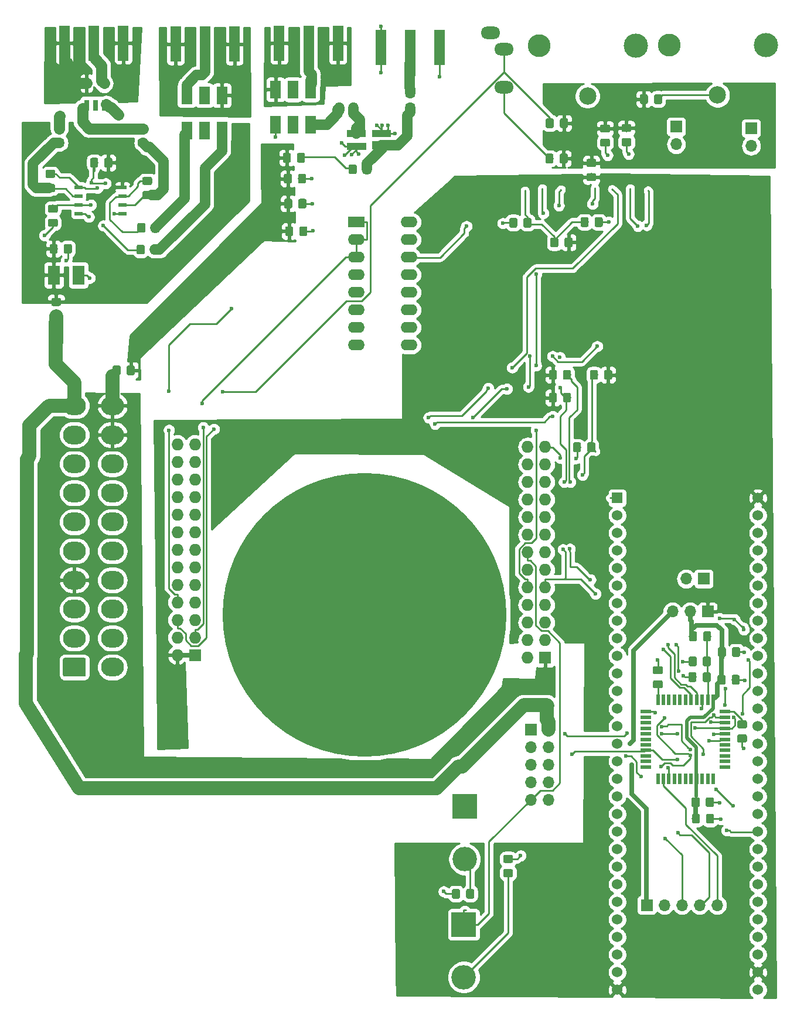
<source format=gtl>
G04 #@! TF.GenerationSoftware,KiCad,Pcbnew,6.0.0-rc1-unknown-e7fa02a~66~ubuntu18.04.1*
G04 #@! TF.CreationDate,2021-05-26T18:29:17-07:00
G04 #@! TF.ProjectId,rp_adapter,72705f61-6461-4707-9465-722e6b696361,rev?*
G04 #@! TF.SameCoordinates,Original*
G04 #@! TF.FileFunction,Copper,L1,Top*
G04 #@! TF.FilePolarity,Positive*
%FSLAX46Y46*%
G04 Gerber Fmt 4.6, Leading zero omitted, Abs format (unit mm)*
G04 Created by KiCad (PCBNEW 6.0.0-rc1-unknown-e7fa02a~66~ubuntu18.04.1) date Wed 26 May 2021 06:29:17 PM PDT*
%MOMM*%
%LPD*%
G04 APERTURE LIST*
%ADD10C,0.100000*%
%ADD11C,1.150000*%
%ADD12R,1.500000X0.550000*%
%ADD13R,0.550000X1.500000*%
%ADD14R,1.727200X1.727200*%
%ADD15O,1.727200X1.727200*%
%ADD16R,2.799080X1.198880*%
%ADD17R,2.799080X1.000760*%
%ADD18C,1.000760*%
%ADD19R,1.778000X2.794000*%
%ADD20R,1.650000X2.540000*%
%ADD21R,0.760000X1.650000*%
%ADD22R,1.143000X0.508000*%
%ADD23C,3.540760*%
%ADD24R,3.540760X3.540760*%
%ADD25C,2.700000*%
%ADD26O,3.300000X2.700000*%
%ADD27C,2.500000*%
%ADD28C,3.500000*%
%ADD29C,3.300000*%
%ADD30R,1.700000X1.700000*%
%ADD31O,1.700000X1.700000*%
%ADD32C,41.000000*%
%ADD33R,2.400000X1.600000*%
%ADD34O,2.400000X1.600000*%
%ADD35O,2.800000X1.800000*%
%ADD36R,1.500000X5.080000*%
%ADD37R,1.524000X1.524000*%
%ADD38C,1.524000*%
%ADD39C,0.600000*%
%ADD40C,0.250000*%
%ADD41C,2.000000*%
%ADD42C,1.600000*%
%ADD43C,1.151800*%
%ADD44C,1.500000*%
%ADD45C,0.700000*%
%ADD46C,0.500000*%
%ADD47C,0.254000*%
G04 APERTURE END LIST*
D10*
G36*
X159556505Y-117315204D02*
G01*
X159580773Y-117318804D01*
X159604572Y-117324765D01*
X159627671Y-117333030D01*
X159649850Y-117343520D01*
X159670893Y-117356132D01*
X159690599Y-117370747D01*
X159708777Y-117387223D01*
X159725253Y-117405401D01*
X159739868Y-117425107D01*
X159752480Y-117446150D01*
X159762970Y-117468329D01*
X159771235Y-117491428D01*
X159777196Y-117515227D01*
X159780796Y-117539495D01*
X159782000Y-117563999D01*
X159782000Y-118464001D01*
X159780796Y-118488505D01*
X159777196Y-118512773D01*
X159771235Y-118536572D01*
X159762970Y-118559671D01*
X159752480Y-118581850D01*
X159739868Y-118602893D01*
X159725253Y-118622599D01*
X159708777Y-118640777D01*
X159690599Y-118657253D01*
X159670893Y-118671868D01*
X159649850Y-118684480D01*
X159627671Y-118694970D01*
X159604572Y-118703235D01*
X159580773Y-118709196D01*
X159556505Y-118712796D01*
X159532001Y-118714000D01*
X158881999Y-118714000D01*
X158857495Y-118712796D01*
X158833227Y-118709196D01*
X158809428Y-118703235D01*
X158786329Y-118694970D01*
X158764150Y-118684480D01*
X158743107Y-118671868D01*
X158723401Y-118657253D01*
X158705223Y-118640777D01*
X158688747Y-118622599D01*
X158674132Y-118602893D01*
X158661520Y-118581850D01*
X158651030Y-118559671D01*
X158642765Y-118536572D01*
X158636804Y-118512773D01*
X158633204Y-118488505D01*
X158632000Y-118464001D01*
X158632000Y-117563999D01*
X158633204Y-117539495D01*
X158636804Y-117515227D01*
X158642765Y-117491428D01*
X158651030Y-117468329D01*
X158661520Y-117446150D01*
X158674132Y-117425107D01*
X158688747Y-117405401D01*
X158705223Y-117387223D01*
X158723401Y-117370747D01*
X158743107Y-117356132D01*
X158764150Y-117343520D01*
X158786329Y-117333030D01*
X158809428Y-117324765D01*
X158833227Y-117318804D01*
X158857495Y-117315204D01*
X158881999Y-117314000D01*
X159532001Y-117314000D01*
X159556505Y-117315204D01*
X159556505Y-117315204D01*
G37*
D11*
X159207000Y-118014000D03*
D10*
G36*
X157506505Y-117315204D02*
G01*
X157530773Y-117318804D01*
X157554572Y-117324765D01*
X157577671Y-117333030D01*
X157599850Y-117343520D01*
X157620893Y-117356132D01*
X157640599Y-117370747D01*
X157658777Y-117387223D01*
X157675253Y-117405401D01*
X157689868Y-117425107D01*
X157702480Y-117446150D01*
X157712970Y-117468329D01*
X157721235Y-117491428D01*
X157727196Y-117515227D01*
X157730796Y-117539495D01*
X157732000Y-117563999D01*
X157732000Y-118464001D01*
X157730796Y-118488505D01*
X157727196Y-118512773D01*
X157721235Y-118536572D01*
X157712970Y-118559671D01*
X157702480Y-118581850D01*
X157689868Y-118602893D01*
X157675253Y-118622599D01*
X157658777Y-118640777D01*
X157640599Y-118657253D01*
X157620893Y-118671868D01*
X157599850Y-118684480D01*
X157577671Y-118694970D01*
X157554572Y-118703235D01*
X157530773Y-118709196D01*
X157506505Y-118712796D01*
X157482001Y-118714000D01*
X156831999Y-118714000D01*
X156807495Y-118712796D01*
X156783227Y-118709196D01*
X156759428Y-118703235D01*
X156736329Y-118694970D01*
X156714150Y-118684480D01*
X156693107Y-118671868D01*
X156673401Y-118657253D01*
X156655223Y-118640777D01*
X156638747Y-118622599D01*
X156624132Y-118602893D01*
X156611520Y-118581850D01*
X156601030Y-118559671D01*
X156592765Y-118536572D01*
X156586804Y-118512773D01*
X156583204Y-118488505D01*
X156582000Y-118464001D01*
X156582000Y-117563999D01*
X156583204Y-117539495D01*
X156586804Y-117515227D01*
X156592765Y-117491428D01*
X156601030Y-117468329D01*
X156611520Y-117446150D01*
X156624132Y-117425107D01*
X156638747Y-117405401D01*
X156655223Y-117387223D01*
X156673401Y-117370747D01*
X156693107Y-117356132D01*
X156714150Y-117343520D01*
X156736329Y-117333030D01*
X156759428Y-117324765D01*
X156783227Y-117318804D01*
X156807495Y-117315204D01*
X156831999Y-117314000D01*
X157482001Y-117314000D01*
X157506505Y-117315204D01*
X157506505Y-117315204D01*
G37*
D11*
X157157000Y-118014000D03*
D12*
X146203000Y-126641000D03*
X146203000Y-127441000D03*
X146203000Y-128241000D03*
X146203000Y-129041000D03*
X146203000Y-129841000D03*
X146203000Y-130641000D03*
X146203000Y-131441000D03*
X146203000Y-132241000D03*
X146203000Y-133041000D03*
X146203000Y-133841000D03*
X146203000Y-134641000D03*
D13*
X147903000Y-136341000D03*
X148703000Y-136341000D03*
X149503000Y-136341000D03*
X150303000Y-136341000D03*
X151103000Y-136341000D03*
X151903000Y-136341000D03*
X152703000Y-136341000D03*
X153503000Y-136341000D03*
X154303000Y-136341000D03*
X155103000Y-136341000D03*
X155903000Y-136341000D03*
D12*
X157603000Y-134641000D03*
X157603000Y-133841000D03*
X157603000Y-133041000D03*
X157603000Y-132241000D03*
X157603000Y-131441000D03*
X157603000Y-130641000D03*
X157603000Y-129841000D03*
X157603000Y-129041000D03*
X157603000Y-128241000D03*
X157603000Y-127441000D03*
X157603000Y-126641000D03*
D13*
X155903000Y-124941000D03*
X155103000Y-124941000D03*
X154303000Y-124941000D03*
X153503000Y-124941000D03*
X152703000Y-124941000D03*
X151903000Y-124941000D03*
X151103000Y-124941000D03*
X150303000Y-124941000D03*
X149503000Y-124941000D03*
X148703000Y-124941000D03*
X147903000Y-124941000D03*
D14*
X131612000Y-118838000D03*
D15*
X129072000Y-118838000D03*
X131612000Y-116298000D03*
X129072000Y-116298000D03*
X131612000Y-113758000D03*
X129072000Y-113758000D03*
X131612000Y-111218000D03*
X129072000Y-111218000D03*
X131612000Y-108678000D03*
X129072000Y-108678000D03*
X131612000Y-106138000D03*
X129072000Y-106138000D03*
X131612000Y-103598000D03*
X129072000Y-103598000D03*
X131612000Y-101058000D03*
X129072000Y-101058000D03*
X131612000Y-98518000D03*
X129072000Y-98518000D03*
X131612000Y-95978000D03*
X129072000Y-95978000D03*
X131612000Y-93438000D03*
X129072000Y-93438000D03*
X131612000Y-90898000D03*
X129072000Y-90898000D03*
X131612000Y-88358000D03*
X129072000Y-88358000D03*
D14*
X81017900Y-118460000D03*
D15*
X78477900Y-118460000D03*
X81017900Y-115920000D03*
X78477900Y-115920000D03*
X81017900Y-113380000D03*
X78477900Y-113380000D03*
X81017900Y-110840000D03*
X78477900Y-110840000D03*
X81017900Y-108300000D03*
X78477900Y-108300000D03*
X81017900Y-105760000D03*
X78477900Y-105760000D03*
X81017900Y-103220000D03*
X78477900Y-103220000D03*
X81017900Y-100680000D03*
X78477900Y-100680000D03*
X81017900Y-98140000D03*
X78477900Y-98140000D03*
X81017900Y-95600000D03*
X78477900Y-95600000D03*
X81017900Y-93060000D03*
X78477900Y-93060000D03*
X81017900Y-90520000D03*
X78477900Y-90520000D03*
X81017900Y-87980000D03*
X78477900Y-87980000D03*
D16*
X107947860Y-44733620D03*
D17*
X107947860Y-43014040D03*
X104346140Y-43014040D03*
D18*
X104346140Y-44913960D03*
D10*
G36*
X105745680Y-45414340D02*
G01*
X102946600Y-45414340D01*
X102946600Y-44413580D01*
X105745680Y-44413580D01*
X105745680Y-45414340D01*
X105745680Y-45414340D01*
G37*
D19*
X60634000Y-63521000D03*
X64190000Y-63521000D03*
D20*
X79829000Y-42621000D03*
X79829000Y-37541000D03*
X82369000Y-42621000D03*
X84909000Y-42621000D03*
X84909000Y-37541000D03*
X82369000Y-37541000D03*
D21*
X67905000Y-35793000D03*
X65365000Y-35793000D03*
X67905000Y-38968000D03*
X66635000Y-38968000D03*
X65365000Y-38968000D03*
D22*
X70555000Y-50805000D03*
X70555000Y-52075000D03*
X70555000Y-53345000D03*
X70555000Y-54615000D03*
X64205000Y-54615000D03*
X64205000Y-53345000D03*
X64205000Y-52075000D03*
X64205000Y-50805000D03*
D23*
X119990000Y-147967000D03*
D24*
X119990000Y-140347000D03*
D23*
X119860000Y-165037000D03*
D24*
X119860000Y-157417000D03*
D20*
X97747000Y-36699000D03*
X97747000Y-41779000D03*
X95207000Y-36699000D03*
X92667000Y-36699000D03*
X92667000Y-41779000D03*
X95207000Y-41779000D03*
D10*
G36*
X96894505Y-52481204D02*
G01*
X96918773Y-52484804D01*
X96942572Y-52490765D01*
X96965671Y-52499030D01*
X96987850Y-52509520D01*
X97008893Y-52522132D01*
X97028599Y-52536747D01*
X97046777Y-52553223D01*
X97063253Y-52571401D01*
X97077868Y-52591107D01*
X97090480Y-52612150D01*
X97100970Y-52634329D01*
X97109235Y-52657428D01*
X97115196Y-52681227D01*
X97118796Y-52705495D01*
X97120000Y-52729999D01*
X97120000Y-53630001D01*
X97118796Y-53654505D01*
X97115196Y-53678773D01*
X97109235Y-53702572D01*
X97100970Y-53725671D01*
X97090480Y-53747850D01*
X97077868Y-53768893D01*
X97063253Y-53788599D01*
X97046777Y-53806777D01*
X97028599Y-53823253D01*
X97008893Y-53837868D01*
X96987850Y-53850480D01*
X96965671Y-53860970D01*
X96942572Y-53869235D01*
X96918773Y-53875196D01*
X96894505Y-53878796D01*
X96870001Y-53880000D01*
X96219999Y-53880000D01*
X96195495Y-53878796D01*
X96171227Y-53875196D01*
X96147428Y-53869235D01*
X96124329Y-53860970D01*
X96102150Y-53850480D01*
X96081107Y-53837868D01*
X96061401Y-53823253D01*
X96043223Y-53806777D01*
X96026747Y-53788599D01*
X96012132Y-53768893D01*
X95999520Y-53747850D01*
X95989030Y-53725671D01*
X95980765Y-53702572D01*
X95974804Y-53678773D01*
X95971204Y-53654505D01*
X95970000Y-53630001D01*
X95970000Y-52729999D01*
X95971204Y-52705495D01*
X95974804Y-52681227D01*
X95980765Y-52657428D01*
X95989030Y-52634329D01*
X95999520Y-52612150D01*
X96012132Y-52591107D01*
X96026747Y-52571401D01*
X96043223Y-52553223D01*
X96061401Y-52536747D01*
X96081107Y-52522132D01*
X96102150Y-52509520D01*
X96124329Y-52499030D01*
X96147428Y-52490765D01*
X96171227Y-52484804D01*
X96195495Y-52481204D01*
X96219999Y-52480000D01*
X96870001Y-52480000D01*
X96894505Y-52481204D01*
X96894505Y-52481204D01*
G37*
D11*
X96545000Y-53180000D03*
D10*
G36*
X94844505Y-52481204D02*
G01*
X94868773Y-52484804D01*
X94892572Y-52490765D01*
X94915671Y-52499030D01*
X94937850Y-52509520D01*
X94958893Y-52522132D01*
X94978599Y-52536747D01*
X94996777Y-52553223D01*
X95013253Y-52571401D01*
X95027868Y-52591107D01*
X95040480Y-52612150D01*
X95050970Y-52634329D01*
X95059235Y-52657428D01*
X95065196Y-52681227D01*
X95068796Y-52705495D01*
X95070000Y-52729999D01*
X95070000Y-53630001D01*
X95068796Y-53654505D01*
X95065196Y-53678773D01*
X95059235Y-53702572D01*
X95050970Y-53725671D01*
X95040480Y-53747850D01*
X95027868Y-53768893D01*
X95013253Y-53788599D01*
X94996777Y-53806777D01*
X94978599Y-53823253D01*
X94958893Y-53837868D01*
X94937850Y-53850480D01*
X94915671Y-53860970D01*
X94892572Y-53869235D01*
X94868773Y-53875196D01*
X94844505Y-53878796D01*
X94820001Y-53880000D01*
X94169999Y-53880000D01*
X94145495Y-53878796D01*
X94121227Y-53875196D01*
X94097428Y-53869235D01*
X94074329Y-53860970D01*
X94052150Y-53850480D01*
X94031107Y-53837868D01*
X94011401Y-53823253D01*
X93993223Y-53806777D01*
X93976747Y-53788599D01*
X93962132Y-53768893D01*
X93949520Y-53747850D01*
X93939030Y-53725671D01*
X93930765Y-53702572D01*
X93924804Y-53678773D01*
X93921204Y-53654505D01*
X93920000Y-53630001D01*
X93920000Y-52729999D01*
X93921204Y-52705495D01*
X93924804Y-52681227D01*
X93930765Y-52657428D01*
X93939030Y-52634329D01*
X93949520Y-52612150D01*
X93962132Y-52591107D01*
X93976747Y-52571401D01*
X93993223Y-52553223D01*
X94011401Y-52536747D01*
X94031107Y-52522132D01*
X94052150Y-52509520D01*
X94074329Y-52499030D01*
X94097428Y-52490765D01*
X94121227Y-52484804D01*
X94145495Y-52481204D01*
X94169999Y-52480000D01*
X94820001Y-52480000D01*
X94844505Y-52481204D01*
X94844505Y-52481204D01*
G37*
D11*
X94495000Y-53180000D03*
D10*
G36*
X94987505Y-56473204D02*
G01*
X95011773Y-56476804D01*
X95035572Y-56482765D01*
X95058671Y-56491030D01*
X95080850Y-56501520D01*
X95101893Y-56514132D01*
X95121599Y-56528747D01*
X95139777Y-56545223D01*
X95156253Y-56563401D01*
X95170868Y-56583107D01*
X95183480Y-56604150D01*
X95193970Y-56626329D01*
X95202235Y-56649428D01*
X95208196Y-56673227D01*
X95211796Y-56697495D01*
X95213000Y-56721999D01*
X95213000Y-57622001D01*
X95211796Y-57646505D01*
X95208196Y-57670773D01*
X95202235Y-57694572D01*
X95193970Y-57717671D01*
X95183480Y-57739850D01*
X95170868Y-57760893D01*
X95156253Y-57780599D01*
X95139777Y-57798777D01*
X95121599Y-57815253D01*
X95101893Y-57829868D01*
X95080850Y-57842480D01*
X95058671Y-57852970D01*
X95035572Y-57861235D01*
X95011773Y-57867196D01*
X94987505Y-57870796D01*
X94963001Y-57872000D01*
X94312999Y-57872000D01*
X94288495Y-57870796D01*
X94264227Y-57867196D01*
X94240428Y-57861235D01*
X94217329Y-57852970D01*
X94195150Y-57842480D01*
X94174107Y-57829868D01*
X94154401Y-57815253D01*
X94136223Y-57798777D01*
X94119747Y-57780599D01*
X94105132Y-57760893D01*
X94092520Y-57739850D01*
X94082030Y-57717671D01*
X94073765Y-57694572D01*
X94067804Y-57670773D01*
X94064204Y-57646505D01*
X94063000Y-57622001D01*
X94063000Y-56721999D01*
X94064204Y-56697495D01*
X94067804Y-56673227D01*
X94073765Y-56649428D01*
X94082030Y-56626329D01*
X94092520Y-56604150D01*
X94105132Y-56583107D01*
X94119747Y-56563401D01*
X94136223Y-56545223D01*
X94154401Y-56528747D01*
X94174107Y-56514132D01*
X94195150Y-56501520D01*
X94217329Y-56491030D01*
X94240428Y-56482765D01*
X94264227Y-56476804D01*
X94288495Y-56473204D01*
X94312999Y-56472000D01*
X94963001Y-56472000D01*
X94987505Y-56473204D01*
X94987505Y-56473204D01*
G37*
D11*
X94638000Y-57172000D03*
D10*
G36*
X97037505Y-56473204D02*
G01*
X97061773Y-56476804D01*
X97085572Y-56482765D01*
X97108671Y-56491030D01*
X97130850Y-56501520D01*
X97151893Y-56514132D01*
X97171599Y-56528747D01*
X97189777Y-56545223D01*
X97206253Y-56563401D01*
X97220868Y-56583107D01*
X97233480Y-56604150D01*
X97243970Y-56626329D01*
X97252235Y-56649428D01*
X97258196Y-56673227D01*
X97261796Y-56697495D01*
X97263000Y-56721999D01*
X97263000Y-57622001D01*
X97261796Y-57646505D01*
X97258196Y-57670773D01*
X97252235Y-57694572D01*
X97243970Y-57717671D01*
X97233480Y-57739850D01*
X97220868Y-57760893D01*
X97206253Y-57780599D01*
X97189777Y-57798777D01*
X97171599Y-57815253D01*
X97151893Y-57829868D01*
X97130850Y-57842480D01*
X97108671Y-57852970D01*
X97085572Y-57861235D01*
X97061773Y-57867196D01*
X97037505Y-57870796D01*
X97013001Y-57872000D01*
X96362999Y-57872000D01*
X96338495Y-57870796D01*
X96314227Y-57867196D01*
X96290428Y-57861235D01*
X96267329Y-57852970D01*
X96245150Y-57842480D01*
X96224107Y-57829868D01*
X96204401Y-57815253D01*
X96186223Y-57798777D01*
X96169747Y-57780599D01*
X96155132Y-57760893D01*
X96142520Y-57739850D01*
X96132030Y-57717671D01*
X96123765Y-57694572D01*
X96117804Y-57670773D01*
X96114204Y-57646505D01*
X96113000Y-57622001D01*
X96113000Y-56721999D01*
X96114204Y-56697495D01*
X96117804Y-56673227D01*
X96123765Y-56649428D01*
X96132030Y-56626329D01*
X96142520Y-56604150D01*
X96155132Y-56583107D01*
X96169747Y-56563401D01*
X96186223Y-56545223D01*
X96204401Y-56528747D01*
X96224107Y-56514132D01*
X96245150Y-56501520D01*
X96267329Y-56491030D01*
X96290428Y-56482765D01*
X96314227Y-56476804D01*
X96338495Y-56473204D01*
X96362999Y-56472000D01*
X97013001Y-56472000D01*
X97037505Y-56473204D01*
X97037505Y-56473204D01*
G37*
D11*
X96688000Y-57172000D03*
D10*
G36*
X137667505Y-55162204D02*
G01*
X137691773Y-55165804D01*
X137715572Y-55171765D01*
X137738671Y-55180030D01*
X137760850Y-55190520D01*
X137781893Y-55203132D01*
X137801599Y-55217747D01*
X137819777Y-55234223D01*
X137836253Y-55252401D01*
X137850868Y-55272107D01*
X137863480Y-55293150D01*
X137873970Y-55315329D01*
X137882235Y-55338428D01*
X137888196Y-55362227D01*
X137891796Y-55386495D01*
X137893000Y-55410999D01*
X137893000Y-56311001D01*
X137891796Y-56335505D01*
X137888196Y-56359773D01*
X137882235Y-56383572D01*
X137873970Y-56406671D01*
X137863480Y-56428850D01*
X137850868Y-56449893D01*
X137836253Y-56469599D01*
X137819777Y-56487777D01*
X137801599Y-56504253D01*
X137781893Y-56518868D01*
X137760850Y-56531480D01*
X137738671Y-56541970D01*
X137715572Y-56550235D01*
X137691773Y-56556196D01*
X137667505Y-56559796D01*
X137643001Y-56561000D01*
X136992999Y-56561000D01*
X136968495Y-56559796D01*
X136944227Y-56556196D01*
X136920428Y-56550235D01*
X136897329Y-56541970D01*
X136875150Y-56531480D01*
X136854107Y-56518868D01*
X136834401Y-56504253D01*
X136816223Y-56487777D01*
X136799747Y-56469599D01*
X136785132Y-56449893D01*
X136772520Y-56428850D01*
X136762030Y-56406671D01*
X136753765Y-56383572D01*
X136747804Y-56359773D01*
X136744204Y-56335505D01*
X136743000Y-56311001D01*
X136743000Y-55410999D01*
X136744204Y-55386495D01*
X136747804Y-55362227D01*
X136753765Y-55338428D01*
X136762030Y-55315329D01*
X136772520Y-55293150D01*
X136785132Y-55272107D01*
X136799747Y-55252401D01*
X136816223Y-55234223D01*
X136834401Y-55217747D01*
X136854107Y-55203132D01*
X136875150Y-55190520D01*
X136897329Y-55180030D01*
X136920428Y-55171765D01*
X136944227Y-55165804D01*
X136968495Y-55162204D01*
X136992999Y-55161000D01*
X137643001Y-55161000D01*
X137667505Y-55162204D01*
X137667505Y-55162204D01*
G37*
D11*
X137318000Y-55861000D03*
D10*
G36*
X139717505Y-55162204D02*
G01*
X139741773Y-55165804D01*
X139765572Y-55171765D01*
X139788671Y-55180030D01*
X139810850Y-55190520D01*
X139831893Y-55203132D01*
X139851599Y-55217747D01*
X139869777Y-55234223D01*
X139886253Y-55252401D01*
X139900868Y-55272107D01*
X139913480Y-55293150D01*
X139923970Y-55315329D01*
X139932235Y-55338428D01*
X139938196Y-55362227D01*
X139941796Y-55386495D01*
X139943000Y-55410999D01*
X139943000Y-56311001D01*
X139941796Y-56335505D01*
X139938196Y-56359773D01*
X139932235Y-56383572D01*
X139923970Y-56406671D01*
X139913480Y-56428850D01*
X139900868Y-56449893D01*
X139886253Y-56469599D01*
X139869777Y-56487777D01*
X139851599Y-56504253D01*
X139831893Y-56518868D01*
X139810850Y-56531480D01*
X139788671Y-56541970D01*
X139765572Y-56550235D01*
X139741773Y-56556196D01*
X139717505Y-56559796D01*
X139693001Y-56561000D01*
X139042999Y-56561000D01*
X139018495Y-56559796D01*
X138994227Y-56556196D01*
X138970428Y-56550235D01*
X138947329Y-56541970D01*
X138925150Y-56531480D01*
X138904107Y-56518868D01*
X138884401Y-56504253D01*
X138866223Y-56487777D01*
X138849747Y-56469599D01*
X138835132Y-56449893D01*
X138822520Y-56428850D01*
X138812030Y-56406671D01*
X138803765Y-56383572D01*
X138797804Y-56359773D01*
X138794204Y-56335505D01*
X138793000Y-56311001D01*
X138793000Y-55410999D01*
X138794204Y-55386495D01*
X138797804Y-55362227D01*
X138803765Y-55338428D01*
X138812030Y-55315329D01*
X138822520Y-55293150D01*
X138835132Y-55272107D01*
X138849747Y-55252401D01*
X138866223Y-55234223D01*
X138884401Y-55217747D01*
X138904107Y-55203132D01*
X138925150Y-55190520D01*
X138947329Y-55180030D01*
X138970428Y-55171765D01*
X138994227Y-55165804D01*
X139018495Y-55162204D01*
X139042999Y-55161000D01*
X139693001Y-55161000D01*
X139717505Y-55162204D01*
X139717505Y-55162204D01*
G37*
D11*
X139368000Y-55861000D03*
D10*
G36*
X127365505Y-55245204D02*
G01*
X127389773Y-55248804D01*
X127413572Y-55254765D01*
X127436671Y-55263030D01*
X127458850Y-55273520D01*
X127479893Y-55286132D01*
X127499599Y-55300747D01*
X127517777Y-55317223D01*
X127534253Y-55335401D01*
X127548868Y-55355107D01*
X127561480Y-55376150D01*
X127571970Y-55398329D01*
X127580235Y-55421428D01*
X127586196Y-55445227D01*
X127589796Y-55469495D01*
X127591000Y-55493999D01*
X127591000Y-56394001D01*
X127589796Y-56418505D01*
X127586196Y-56442773D01*
X127580235Y-56466572D01*
X127571970Y-56489671D01*
X127561480Y-56511850D01*
X127548868Y-56532893D01*
X127534253Y-56552599D01*
X127517777Y-56570777D01*
X127499599Y-56587253D01*
X127479893Y-56601868D01*
X127458850Y-56614480D01*
X127436671Y-56624970D01*
X127413572Y-56633235D01*
X127389773Y-56639196D01*
X127365505Y-56642796D01*
X127341001Y-56644000D01*
X126690999Y-56644000D01*
X126666495Y-56642796D01*
X126642227Y-56639196D01*
X126618428Y-56633235D01*
X126595329Y-56624970D01*
X126573150Y-56614480D01*
X126552107Y-56601868D01*
X126532401Y-56587253D01*
X126514223Y-56570777D01*
X126497747Y-56552599D01*
X126483132Y-56532893D01*
X126470520Y-56511850D01*
X126460030Y-56489671D01*
X126451765Y-56466572D01*
X126445804Y-56442773D01*
X126442204Y-56418505D01*
X126441000Y-56394001D01*
X126441000Y-55493999D01*
X126442204Y-55469495D01*
X126445804Y-55445227D01*
X126451765Y-55421428D01*
X126460030Y-55398329D01*
X126470520Y-55376150D01*
X126483132Y-55355107D01*
X126497747Y-55335401D01*
X126514223Y-55317223D01*
X126532401Y-55300747D01*
X126552107Y-55286132D01*
X126573150Y-55273520D01*
X126595329Y-55263030D01*
X126618428Y-55254765D01*
X126642227Y-55248804D01*
X126666495Y-55245204D01*
X126690999Y-55244000D01*
X127341001Y-55244000D01*
X127365505Y-55245204D01*
X127365505Y-55245204D01*
G37*
D11*
X127016000Y-55944000D03*
D10*
G36*
X129415505Y-55245204D02*
G01*
X129439773Y-55248804D01*
X129463572Y-55254765D01*
X129486671Y-55263030D01*
X129508850Y-55273520D01*
X129529893Y-55286132D01*
X129549599Y-55300747D01*
X129567777Y-55317223D01*
X129584253Y-55335401D01*
X129598868Y-55355107D01*
X129611480Y-55376150D01*
X129621970Y-55398329D01*
X129630235Y-55421428D01*
X129636196Y-55445227D01*
X129639796Y-55469495D01*
X129641000Y-55493999D01*
X129641000Y-56394001D01*
X129639796Y-56418505D01*
X129636196Y-56442773D01*
X129630235Y-56466572D01*
X129621970Y-56489671D01*
X129611480Y-56511850D01*
X129598868Y-56532893D01*
X129584253Y-56552599D01*
X129567777Y-56570777D01*
X129549599Y-56587253D01*
X129529893Y-56601868D01*
X129508850Y-56614480D01*
X129486671Y-56624970D01*
X129463572Y-56633235D01*
X129439773Y-56639196D01*
X129415505Y-56642796D01*
X129391001Y-56644000D01*
X128740999Y-56644000D01*
X128716495Y-56642796D01*
X128692227Y-56639196D01*
X128668428Y-56633235D01*
X128645329Y-56624970D01*
X128623150Y-56614480D01*
X128602107Y-56601868D01*
X128582401Y-56587253D01*
X128564223Y-56570777D01*
X128547747Y-56552599D01*
X128533132Y-56532893D01*
X128520520Y-56511850D01*
X128510030Y-56489671D01*
X128501765Y-56466572D01*
X128495804Y-56442773D01*
X128492204Y-56418505D01*
X128491000Y-56394001D01*
X128491000Y-55493999D01*
X128492204Y-55469495D01*
X128495804Y-55445227D01*
X128501765Y-55421428D01*
X128510030Y-55398329D01*
X128520520Y-55376150D01*
X128533132Y-55355107D01*
X128547747Y-55335401D01*
X128564223Y-55317223D01*
X128582401Y-55300747D01*
X128602107Y-55286132D01*
X128623150Y-55273520D01*
X128645329Y-55263030D01*
X128668428Y-55254765D01*
X128692227Y-55248804D01*
X128716495Y-55245204D01*
X128740999Y-55244000D01*
X129391001Y-55244000D01*
X129415505Y-55245204D01*
X129415505Y-55245204D01*
G37*
D11*
X129066000Y-55944000D03*
D10*
G36*
X143836505Y-43728204D02*
G01*
X143860773Y-43731804D01*
X143884572Y-43737765D01*
X143907671Y-43746030D01*
X143929850Y-43756520D01*
X143950893Y-43769132D01*
X143970599Y-43783747D01*
X143988777Y-43800223D01*
X144005253Y-43818401D01*
X144019868Y-43838107D01*
X144032480Y-43859150D01*
X144042970Y-43881329D01*
X144051235Y-43904428D01*
X144057196Y-43928227D01*
X144060796Y-43952495D01*
X144062000Y-43976999D01*
X144062000Y-44627001D01*
X144060796Y-44651505D01*
X144057196Y-44675773D01*
X144051235Y-44699572D01*
X144042970Y-44722671D01*
X144032480Y-44744850D01*
X144019868Y-44765893D01*
X144005253Y-44785599D01*
X143988777Y-44803777D01*
X143970599Y-44820253D01*
X143950893Y-44834868D01*
X143929850Y-44847480D01*
X143907671Y-44857970D01*
X143884572Y-44866235D01*
X143860773Y-44872196D01*
X143836505Y-44875796D01*
X143812001Y-44877000D01*
X142911999Y-44877000D01*
X142887495Y-44875796D01*
X142863227Y-44872196D01*
X142839428Y-44866235D01*
X142816329Y-44857970D01*
X142794150Y-44847480D01*
X142773107Y-44834868D01*
X142753401Y-44820253D01*
X142735223Y-44803777D01*
X142718747Y-44785599D01*
X142704132Y-44765893D01*
X142691520Y-44744850D01*
X142681030Y-44722671D01*
X142672765Y-44699572D01*
X142666804Y-44675773D01*
X142663204Y-44651505D01*
X142662000Y-44627001D01*
X142662000Y-43976999D01*
X142663204Y-43952495D01*
X142666804Y-43928227D01*
X142672765Y-43904428D01*
X142681030Y-43881329D01*
X142691520Y-43859150D01*
X142704132Y-43838107D01*
X142718747Y-43818401D01*
X142735223Y-43800223D01*
X142753401Y-43783747D01*
X142773107Y-43769132D01*
X142794150Y-43756520D01*
X142816329Y-43746030D01*
X142839428Y-43737765D01*
X142863227Y-43731804D01*
X142887495Y-43728204D01*
X142911999Y-43727000D01*
X143812001Y-43727000D01*
X143836505Y-43728204D01*
X143836505Y-43728204D01*
G37*
D11*
X143362000Y-44302000D03*
D10*
G36*
X143836505Y-41678204D02*
G01*
X143860773Y-41681804D01*
X143884572Y-41687765D01*
X143907671Y-41696030D01*
X143929850Y-41706520D01*
X143950893Y-41719132D01*
X143970599Y-41733747D01*
X143988777Y-41750223D01*
X144005253Y-41768401D01*
X144019868Y-41788107D01*
X144032480Y-41809150D01*
X144042970Y-41831329D01*
X144051235Y-41854428D01*
X144057196Y-41878227D01*
X144060796Y-41902495D01*
X144062000Y-41926999D01*
X144062000Y-42577001D01*
X144060796Y-42601505D01*
X144057196Y-42625773D01*
X144051235Y-42649572D01*
X144042970Y-42672671D01*
X144032480Y-42694850D01*
X144019868Y-42715893D01*
X144005253Y-42735599D01*
X143988777Y-42753777D01*
X143970599Y-42770253D01*
X143950893Y-42784868D01*
X143929850Y-42797480D01*
X143907671Y-42807970D01*
X143884572Y-42816235D01*
X143860773Y-42822196D01*
X143836505Y-42825796D01*
X143812001Y-42827000D01*
X142911999Y-42827000D01*
X142887495Y-42825796D01*
X142863227Y-42822196D01*
X142839428Y-42816235D01*
X142816329Y-42807970D01*
X142794150Y-42797480D01*
X142773107Y-42784868D01*
X142753401Y-42770253D01*
X142735223Y-42753777D01*
X142718747Y-42735599D01*
X142704132Y-42715893D01*
X142691520Y-42694850D01*
X142681030Y-42672671D01*
X142672765Y-42649572D01*
X142666804Y-42625773D01*
X142663204Y-42601505D01*
X142662000Y-42577001D01*
X142662000Y-41926999D01*
X142663204Y-41902495D01*
X142666804Y-41878227D01*
X142672765Y-41854428D01*
X142681030Y-41831329D01*
X142691520Y-41809150D01*
X142704132Y-41788107D01*
X142718747Y-41768401D01*
X142735223Y-41750223D01*
X142753401Y-41733747D01*
X142773107Y-41719132D01*
X142794150Y-41706520D01*
X142816329Y-41696030D01*
X142839428Y-41687765D01*
X142863227Y-41681804D01*
X142887495Y-41678204D01*
X142911999Y-41677000D01*
X143812001Y-41677000D01*
X143836505Y-41678204D01*
X143836505Y-41678204D01*
G37*
D11*
X143362000Y-42252000D03*
D10*
G36*
X104274505Y-38648204D02*
G01*
X104298773Y-38651804D01*
X104322572Y-38657765D01*
X104345671Y-38666030D01*
X104367850Y-38676520D01*
X104388893Y-38689132D01*
X104408599Y-38703747D01*
X104426777Y-38720223D01*
X104443253Y-38738401D01*
X104457868Y-38758107D01*
X104470480Y-38779150D01*
X104480970Y-38801329D01*
X104489235Y-38824428D01*
X104495196Y-38848227D01*
X104498796Y-38872495D01*
X104500000Y-38896999D01*
X104500000Y-39797001D01*
X104498796Y-39821505D01*
X104495196Y-39845773D01*
X104489235Y-39869572D01*
X104480970Y-39892671D01*
X104470480Y-39914850D01*
X104457868Y-39935893D01*
X104443253Y-39955599D01*
X104426777Y-39973777D01*
X104408599Y-39990253D01*
X104388893Y-40004868D01*
X104367850Y-40017480D01*
X104345671Y-40027970D01*
X104322572Y-40036235D01*
X104298773Y-40042196D01*
X104274505Y-40045796D01*
X104250001Y-40047000D01*
X103599999Y-40047000D01*
X103575495Y-40045796D01*
X103551227Y-40042196D01*
X103527428Y-40036235D01*
X103504329Y-40027970D01*
X103482150Y-40017480D01*
X103461107Y-40004868D01*
X103441401Y-39990253D01*
X103423223Y-39973777D01*
X103406747Y-39955599D01*
X103392132Y-39935893D01*
X103379520Y-39914850D01*
X103369030Y-39892671D01*
X103360765Y-39869572D01*
X103354804Y-39845773D01*
X103351204Y-39821505D01*
X103350000Y-39797001D01*
X103350000Y-38896999D01*
X103351204Y-38872495D01*
X103354804Y-38848227D01*
X103360765Y-38824428D01*
X103369030Y-38801329D01*
X103379520Y-38779150D01*
X103392132Y-38758107D01*
X103406747Y-38738401D01*
X103423223Y-38720223D01*
X103441401Y-38703747D01*
X103461107Y-38689132D01*
X103482150Y-38676520D01*
X103504329Y-38666030D01*
X103527428Y-38657765D01*
X103551227Y-38651804D01*
X103575495Y-38648204D01*
X103599999Y-38647000D01*
X104250001Y-38647000D01*
X104274505Y-38648204D01*
X104274505Y-38648204D01*
G37*
D11*
X103925000Y-39347000D03*
D10*
G36*
X102224505Y-38648204D02*
G01*
X102248773Y-38651804D01*
X102272572Y-38657765D01*
X102295671Y-38666030D01*
X102317850Y-38676520D01*
X102338893Y-38689132D01*
X102358599Y-38703747D01*
X102376777Y-38720223D01*
X102393253Y-38738401D01*
X102407868Y-38758107D01*
X102420480Y-38779150D01*
X102430970Y-38801329D01*
X102439235Y-38824428D01*
X102445196Y-38848227D01*
X102448796Y-38872495D01*
X102450000Y-38896999D01*
X102450000Y-39797001D01*
X102448796Y-39821505D01*
X102445196Y-39845773D01*
X102439235Y-39869572D01*
X102430970Y-39892671D01*
X102420480Y-39914850D01*
X102407868Y-39935893D01*
X102393253Y-39955599D01*
X102376777Y-39973777D01*
X102358599Y-39990253D01*
X102338893Y-40004868D01*
X102317850Y-40017480D01*
X102295671Y-40027970D01*
X102272572Y-40036235D01*
X102248773Y-40042196D01*
X102224505Y-40045796D01*
X102200001Y-40047000D01*
X101549999Y-40047000D01*
X101525495Y-40045796D01*
X101501227Y-40042196D01*
X101477428Y-40036235D01*
X101454329Y-40027970D01*
X101432150Y-40017480D01*
X101411107Y-40004868D01*
X101391401Y-39990253D01*
X101373223Y-39973777D01*
X101356747Y-39955599D01*
X101342132Y-39935893D01*
X101329520Y-39914850D01*
X101319030Y-39892671D01*
X101310765Y-39869572D01*
X101304804Y-39845773D01*
X101301204Y-39821505D01*
X101300000Y-39797001D01*
X101300000Y-38896999D01*
X101301204Y-38872495D01*
X101304804Y-38848227D01*
X101310765Y-38824428D01*
X101319030Y-38801329D01*
X101329520Y-38779150D01*
X101342132Y-38758107D01*
X101356747Y-38738401D01*
X101373223Y-38720223D01*
X101391401Y-38703747D01*
X101411107Y-38689132D01*
X101432150Y-38676520D01*
X101454329Y-38666030D01*
X101477428Y-38657765D01*
X101501227Y-38651804D01*
X101525495Y-38648204D01*
X101549999Y-38647000D01*
X102200001Y-38647000D01*
X102224505Y-38648204D01*
X102224505Y-38648204D01*
G37*
D11*
X101875000Y-39347000D03*
D10*
G36*
X94798505Y-48878204D02*
G01*
X94822773Y-48881804D01*
X94846572Y-48887765D01*
X94869671Y-48896030D01*
X94891850Y-48906520D01*
X94912893Y-48919132D01*
X94932599Y-48933747D01*
X94950777Y-48950223D01*
X94967253Y-48968401D01*
X94981868Y-48988107D01*
X94994480Y-49009150D01*
X95004970Y-49031329D01*
X95013235Y-49054428D01*
X95019196Y-49078227D01*
X95022796Y-49102495D01*
X95024000Y-49126999D01*
X95024000Y-50027001D01*
X95022796Y-50051505D01*
X95019196Y-50075773D01*
X95013235Y-50099572D01*
X95004970Y-50122671D01*
X94994480Y-50144850D01*
X94981868Y-50165893D01*
X94967253Y-50185599D01*
X94950777Y-50203777D01*
X94932599Y-50220253D01*
X94912893Y-50234868D01*
X94891850Y-50247480D01*
X94869671Y-50257970D01*
X94846572Y-50266235D01*
X94822773Y-50272196D01*
X94798505Y-50275796D01*
X94774001Y-50277000D01*
X94123999Y-50277000D01*
X94099495Y-50275796D01*
X94075227Y-50272196D01*
X94051428Y-50266235D01*
X94028329Y-50257970D01*
X94006150Y-50247480D01*
X93985107Y-50234868D01*
X93965401Y-50220253D01*
X93947223Y-50203777D01*
X93930747Y-50185599D01*
X93916132Y-50165893D01*
X93903520Y-50144850D01*
X93893030Y-50122671D01*
X93884765Y-50099572D01*
X93878804Y-50075773D01*
X93875204Y-50051505D01*
X93874000Y-50027001D01*
X93874000Y-49126999D01*
X93875204Y-49102495D01*
X93878804Y-49078227D01*
X93884765Y-49054428D01*
X93893030Y-49031329D01*
X93903520Y-49009150D01*
X93916132Y-48988107D01*
X93930747Y-48968401D01*
X93947223Y-48950223D01*
X93965401Y-48933747D01*
X93985107Y-48919132D01*
X94006150Y-48906520D01*
X94028329Y-48896030D01*
X94051428Y-48887765D01*
X94075227Y-48881804D01*
X94099495Y-48878204D01*
X94123999Y-48877000D01*
X94774001Y-48877000D01*
X94798505Y-48878204D01*
X94798505Y-48878204D01*
G37*
D11*
X94449000Y-49577000D03*
D10*
G36*
X96848505Y-48878204D02*
G01*
X96872773Y-48881804D01*
X96896572Y-48887765D01*
X96919671Y-48896030D01*
X96941850Y-48906520D01*
X96962893Y-48919132D01*
X96982599Y-48933747D01*
X97000777Y-48950223D01*
X97017253Y-48968401D01*
X97031868Y-48988107D01*
X97044480Y-49009150D01*
X97054970Y-49031329D01*
X97063235Y-49054428D01*
X97069196Y-49078227D01*
X97072796Y-49102495D01*
X97074000Y-49126999D01*
X97074000Y-50027001D01*
X97072796Y-50051505D01*
X97069196Y-50075773D01*
X97063235Y-50099572D01*
X97054970Y-50122671D01*
X97044480Y-50144850D01*
X97031868Y-50165893D01*
X97017253Y-50185599D01*
X97000777Y-50203777D01*
X96982599Y-50220253D01*
X96962893Y-50234868D01*
X96941850Y-50247480D01*
X96919671Y-50257970D01*
X96896572Y-50266235D01*
X96872773Y-50272196D01*
X96848505Y-50275796D01*
X96824001Y-50277000D01*
X96173999Y-50277000D01*
X96149495Y-50275796D01*
X96125227Y-50272196D01*
X96101428Y-50266235D01*
X96078329Y-50257970D01*
X96056150Y-50247480D01*
X96035107Y-50234868D01*
X96015401Y-50220253D01*
X95997223Y-50203777D01*
X95980747Y-50185599D01*
X95966132Y-50165893D01*
X95953520Y-50144850D01*
X95943030Y-50122671D01*
X95934765Y-50099572D01*
X95928804Y-50075773D01*
X95925204Y-50051505D01*
X95924000Y-50027001D01*
X95924000Y-49126999D01*
X95925204Y-49102495D01*
X95928804Y-49078227D01*
X95934765Y-49054428D01*
X95943030Y-49031329D01*
X95953520Y-49009150D01*
X95966132Y-48988107D01*
X95980747Y-48968401D01*
X95997223Y-48950223D01*
X96015401Y-48933747D01*
X96035107Y-48919132D01*
X96056150Y-48906520D01*
X96078329Y-48896030D01*
X96101428Y-48887765D01*
X96125227Y-48881804D01*
X96149495Y-48878204D01*
X96173999Y-48877000D01*
X96824001Y-48877000D01*
X96848505Y-48878204D01*
X96848505Y-48878204D01*
G37*
D11*
X96499000Y-49577000D03*
D10*
G36*
X112603505Y-38724204D02*
G01*
X112627773Y-38727804D01*
X112651572Y-38733765D01*
X112674671Y-38742030D01*
X112696850Y-38752520D01*
X112717893Y-38765132D01*
X112737599Y-38779747D01*
X112755777Y-38796223D01*
X112772253Y-38814401D01*
X112786868Y-38834107D01*
X112799480Y-38855150D01*
X112809970Y-38877329D01*
X112818235Y-38900428D01*
X112824196Y-38924227D01*
X112827796Y-38948495D01*
X112829000Y-38972999D01*
X112829000Y-39623001D01*
X112827796Y-39647505D01*
X112824196Y-39671773D01*
X112818235Y-39695572D01*
X112809970Y-39718671D01*
X112799480Y-39740850D01*
X112786868Y-39761893D01*
X112772253Y-39781599D01*
X112755777Y-39799777D01*
X112737599Y-39816253D01*
X112717893Y-39830868D01*
X112696850Y-39843480D01*
X112674671Y-39853970D01*
X112651572Y-39862235D01*
X112627773Y-39868196D01*
X112603505Y-39871796D01*
X112579001Y-39873000D01*
X111678999Y-39873000D01*
X111654495Y-39871796D01*
X111630227Y-39868196D01*
X111606428Y-39862235D01*
X111583329Y-39853970D01*
X111561150Y-39843480D01*
X111540107Y-39830868D01*
X111520401Y-39816253D01*
X111502223Y-39799777D01*
X111485747Y-39781599D01*
X111471132Y-39761893D01*
X111458520Y-39740850D01*
X111448030Y-39718671D01*
X111439765Y-39695572D01*
X111433804Y-39671773D01*
X111430204Y-39647505D01*
X111429000Y-39623001D01*
X111429000Y-38972999D01*
X111430204Y-38948495D01*
X111433804Y-38924227D01*
X111439765Y-38900428D01*
X111448030Y-38877329D01*
X111458520Y-38855150D01*
X111471132Y-38834107D01*
X111485747Y-38814401D01*
X111502223Y-38796223D01*
X111520401Y-38779747D01*
X111540107Y-38765132D01*
X111561150Y-38752520D01*
X111583329Y-38742030D01*
X111606428Y-38733765D01*
X111630227Y-38727804D01*
X111654495Y-38724204D01*
X111678999Y-38723000D01*
X112579001Y-38723000D01*
X112603505Y-38724204D01*
X112603505Y-38724204D01*
G37*
D11*
X112129000Y-39298000D03*
D10*
G36*
X112603505Y-36674204D02*
G01*
X112627773Y-36677804D01*
X112651572Y-36683765D01*
X112674671Y-36692030D01*
X112696850Y-36702520D01*
X112717893Y-36715132D01*
X112737599Y-36729747D01*
X112755777Y-36746223D01*
X112772253Y-36764401D01*
X112786868Y-36784107D01*
X112799480Y-36805150D01*
X112809970Y-36827329D01*
X112818235Y-36850428D01*
X112824196Y-36874227D01*
X112827796Y-36898495D01*
X112829000Y-36922999D01*
X112829000Y-37573001D01*
X112827796Y-37597505D01*
X112824196Y-37621773D01*
X112818235Y-37645572D01*
X112809970Y-37668671D01*
X112799480Y-37690850D01*
X112786868Y-37711893D01*
X112772253Y-37731599D01*
X112755777Y-37749777D01*
X112737599Y-37766253D01*
X112717893Y-37780868D01*
X112696850Y-37793480D01*
X112674671Y-37803970D01*
X112651572Y-37812235D01*
X112627773Y-37818196D01*
X112603505Y-37821796D01*
X112579001Y-37823000D01*
X111678999Y-37823000D01*
X111654495Y-37821796D01*
X111630227Y-37818196D01*
X111606428Y-37812235D01*
X111583329Y-37803970D01*
X111561150Y-37793480D01*
X111540107Y-37780868D01*
X111520401Y-37766253D01*
X111502223Y-37749777D01*
X111485747Y-37731599D01*
X111471132Y-37711893D01*
X111458520Y-37690850D01*
X111448030Y-37668671D01*
X111439765Y-37645572D01*
X111433804Y-37621773D01*
X111430204Y-37597505D01*
X111429000Y-37573001D01*
X111429000Y-36922999D01*
X111430204Y-36898495D01*
X111433804Y-36874227D01*
X111439765Y-36850428D01*
X111448030Y-36827329D01*
X111458520Y-36805150D01*
X111471132Y-36784107D01*
X111485747Y-36764401D01*
X111502223Y-36746223D01*
X111520401Y-36729747D01*
X111540107Y-36715132D01*
X111561150Y-36702520D01*
X111583329Y-36692030D01*
X111606428Y-36683765D01*
X111630227Y-36677804D01*
X111654495Y-36674204D01*
X111678999Y-36673000D01*
X112579001Y-36673000D01*
X112603505Y-36674204D01*
X112603505Y-36674204D01*
G37*
D11*
X112129000Y-37248000D03*
D10*
G36*
X63013505Y-59013204D02*
G01*
X63037773Y-59016804D01*
X63061572Y-59022765D01*
X63084671Y-59031030D01*
X63106850Y-59041520D01*
X63127893Y-59054132D01*
X63147599Y-59068747D01*
X63165777Y-59085223D01*
X63182253Y-59103401D01*
X63196868Y-59123107D01*
X63209480Y-59144150D01*
X63219970Y-59166329D01*
X63228235Y-59189428D01*
X63234196Y-59213227D01*
X63237796Y-59237495D01*
X63239000Y-59261999D01*
X63239000Y-60162001D01*
X63237796Y-60186505D01*
X63234196Y-60210773D01*
X63228235Y-60234572D01*
X63219970Y-60257671D01*
X63209480Y-60279850D01*
X63196868Y-60300893D01*
X63182253Y-60320599D01*
X63165777Y-60338777D01*
X63147599Y-60355253D01*
X63127893Y-60369868D01*
X63106850Y-60382480D01*
X63084671Y-60392970D01*
X63061572Y-60401235D01*
X63037773Y-60407196D01*
X63013505Y-60410796D01*
X62989001Y-60412000D01*
X62338999Y-60412000D01*
X62314495Y-60410796D01*
X62290227Y-60407196D01*
X62266428Y-60401235D01*
X62243329Y-60392970D01*
X62221150Y-60382480D01*
X62200107Y-60369868D01*
X62180401Y-60355253D01*
X62162223Y-60338777D01*
X62145747Y-60320599D01*
X62131132Y-60300893D01*
X62118520Y-60279850D01*
X62108030Y-60257671D01*
X62099765Y-60234572D01*
X62093804Y-60210773D01*
X62090204Y-60186505D01*
X62089000Y-60162001D01*
X62089000Y-59261999D01*
X62090204Y-59237495D01*
X62093804Y-59213227D01*
X62099765Y-59189428D01*
X62108030Y-59166329D01*
X62118520Y-59144150D01*
X62131132Y-59123107D01*
X62145747Y-59103401D01*
X62162223Y-59085223D01*
X62180401Y-59068747D01*
X62200107Y-59054132D01*
X62221150Y-59041520D01*
X62243329Y-59031030D01*
X62266428Y-59022765D01*
X62290227Y-59016804D01*
X62314495Y-59013204D01*
X62338999Y-59012000D01*
X62989001Y-59012000D01*
X63013505Y-59013204D01*
X63013505Y-59013204D01*
G37*
D11*
X62664000Y-59712000D03*
D10*
G36*
X60963505Y-59013204D02*
G01*
X60987773Y-59016804D01*
X61011572Y-59022765D01*
X61034671Y-59031030D01*
X61056850Y-59041520D01*
X61077893Y-59054132D01*
X61097599Y-59068747D01*
X61115777Y-59085223D01*
X61132253Y-59103401D01*
X61146868Y-59123107D01*
X61159480Y-59144150D01*
X61169970Y-59166329D01*
X61178235Y-59189428D01*
X61184196Y-59213227D01*
X61187796Y-59237495D01*
X61189000Y-59261999D01*
X61189000Y-60162001D01*
X61187796Y-60186505D01*
X61184196Y-60210773D01*
X61178235Y-60234572D01*
X61169970Y-60257671D01*
X61159480Y-60279850D01*
X61146868Y-60300893D01*
X61132253Y-60320599D01*
X61115777Y-60338777D01*
X61097599Y-60355253D01*
X61077893Y-60369868D01*
X61056850Y-60382480D01*
X61034671Y-60392970D01*
X61011572Y-60401235D01*
X60987773Y-60407196D01*
X60963505Y-60410796D01*
X60939001Y-60412000D01*
X60288999Y-60412000D01*
X60264495Y-60410796D01*
X60240227Y-60407196D01*
X60216428Y-60401235D01*
X60193329Y-60392970D01*
X60171150Y-60382480D01*
X60150107Y-60369868D01*
X60130401Y-60355253D01*
X60112223Y-60338777D01*
X60095747Y-60320599D01*
X60081132Y-60300893D01*
X60068520Y-60279850D01*
X60058030Y-60257671D01*
X60049765Y-60234572D01*
X60043804Y-60210773D01*
X60040204Y-60186505D01*
X60039000Y-60162001D01*
X60039000Y-59261999D01*
X60040204Y-59237495D01*
X60043804Y-59213227D01*
X60049765Y-59189428D01*
X60058030Y-59166329D01*
X60068520Y-59144150D01*
X60081132Y-59123107D01*
X60095747Y-59103401D01*
X60112223Y-59085223D01*
X60130401Y-59068747D01*
X60150107Y-59054132D01*
X60171150Y-59041520D01*
X60193329Y-59031030D01*
X60216428Y-59022765D01*
X60240227Y-59016804D01*
X60264495Y-59013204D01*
X60288999Y-59012000D01*
X60939001Y-59012000D01*
X60963505Y-59013204D01*
X60963505Y-59013204D01*
G37*
D11*
X60614000Y-59712000D03*
D10*
G36*
X140755505Y-41748204D02*
G01*
X140779773Y-41751804D01*
X140803572Y-41757765D01*
X140826671Y-41766030D01*
X140848850Y-41776520D01*
X140869893Y-41789132D01*
X140889599Y-41803747D01*
X140907777Y-41820223D01*
X140924253Y-41838401D01*
X140938868Y-41858107D01*
X140951480Y-41879150D01*
X140961970Y-41901329D01*
X140970235Y-41924428D01*
X140976196Y-41948227D01*
X140979796Y-41972495D01*
X140981000Y-41996999D01*
X140981000Y-42647001D01*
X140979796Y-42671505D01*
X140976196Y-42695773D01*
X140970235Y-42719572D01*
X140961970Y-42742671D01*
X140951480Y-42764850D01*
X140938868Y-42785893D01*
X140924253Y-42805599D01*
X140907777Y-42823777D01*
X140889599Y-42840253D01*
X140869893Y-42854868D01*
X140848850Y-42867480D01*
X140826671Y-42877970D01*
X140803572Y-42886235D01*
X140779773Y-42892196D01*
X140755505Y-42895796D01*
X140731001Y-42897000D01*
X139830999Y-42897000D01*
X139806495Y-42895796D01*
X139782227Y-42892196D01*
X139758428Y-42886235D01*
X139735329Y-42877970D01*
X139713150Y-42867480D01*
X139692107Y-42854868D01*
X139672401Y-42840253D01*
X139654223Y-42823777D01*
X139637747Y-42805599D01*
X139623132Y-42785893D01*
X139610520Y-42764850D01*
X139600030Y-42742671D01*
X139591765Y-42719572D01*
X139585804Y-42695773D01*
X139582204Y-42671505D01*
X139581000Y-42647001D01*
X139581000Y-41996999D01*
X139582204Y-41972495D01*
X139585804Y-41948227D01*
X139591765Y-41924428D01*
X139600030Y-41901329D01*
X139610520Y-41879150D01*
X139623132Y-41858107D01*
X139637747Y-41838401D01*
X139654223Y-41820223D01*
X139672401Y-41803747D01*
X139692107Y-41789132D01*
X139713150Y-41776520D01*
X139735329Y-41766030D01*
X139758428Y-41757765D01*
X139782227Y-41751804D01*
X139806495Y-41748204D01*
X139830999Y-41747000D01*
X140731001Y-41747000D01*
X140755505Y-41748204D01*
X140755505Y-41748204D01*
G37*
D11*
X140281000Y-42322000D03*
D10*
G36*
X140755505Y-43798204D02*
G01*
X140779773Y-43801804D01*
X140803572Y-43807765D01*
X140826671Y-43816030D01*
X140848850Y-43826520D01*
X140869893Y-43839132D01*
X140889599Y-43853747D01*
X140907777Y-43870223D01*
X140924253Y-43888401D01*
X140938868Y-43908107D01*
X140951480Y-43929150D01*
X140961970Y-43951329D01*
X140970235Y-43974428D01*
X140976196Y-43998227D01*
X140979796Y-44022495D01*
X140981000Y-44046999D01*
X140981000Y-44697001D01*
X140979796Y-44721505D01*
X140976196Y-44745773D01*
X140970235Y-44769572D01*
X140961970Y-44792671D01*
X140951480Y-44814850D01*
X140938868Y-44835893D01*
X140924253Y-44855599D01*
X140907777Y-44873777D01*
X140889599Y-44890253D01*
X140869893Y-44904868D01*
X140848850Y-44917480D01*
X140826671Y-44927970D01*
X140803572Y-44936235D01*
X140779773Y-44942196D01*
X140755505Y-44945796D01*
X140731001Y-44947000D01*
X139830999Y-44947000D01*
X139806495Y-44945796D01*
X139782227Y-44942196D01*
X139758428Y-44936235D01*
X139735329Y-44927970D01*
X139713150Y-44917480D01*
X139692107Y-44904868D01*
X139672401Y-44890253D01*
X139654223Y-44873777D01*
X139637747Y-44855599D01*
X139623132Y-44835893D01*
X139610520Y-44814850D01*
X139600030Y-44792671D01*
X139591765Y-44769572D01*
X139585804Y-44745773D01*
X139582204Y-44721505D01*
X139581000Y-44697001D01*
X139581000Y-44046999D01*
X139582204Y-44022495D01*
X139585804Y-43998227D01*
X139591765Y-43974428D01*
X139600030Y-43951329D01*
X139610520Y-43929150D01*
X139623132Y-43908107D01*
X139637747Y-43888401D01*
X139654223Y-43870223D01*
X139672401Y-43853747D01*
X139692107Y-43839132D01*
X139713150Y-43826520D01*
X139735329Y-43816030D01*
X139758428Y-43807765D01*
X139782227Y-43801804D01*
X139806495Y-43798204D01*
X139830999Y-43797000D01*
X140731001Y-43797000D01*
X140755505Y-43798204D01*
X140755505Y-43798204D01*
G37*
D11*
X140281000Y-44372000D03*
D10*
G36*
X65029503Y-118868204D02*
G01*
X65053772Y-118871804D01*
X65077570Y-118877765D01*
X65100670Y-118886030D01*
X65122849Y-118896520D01*
X65143892Y-118909133D01*
X65163598Y-118923748D01*
X65181776Y-118940224D01*
X65198252Y-118958402D01*
X65212867Y-118978108D01*
X65225480Y-118999151D01*
X65235970Y-119021330D01*
X65244235Y-119044430D01*
X65250196Y-119068228D01*
X65253796Y-119092497D01*
X65255000Y-119117001D01*
X65255000Y-121316999D01*
X65253796Y-121341503D01*
X65250196Y-121365772D01*
X65244235Y-121389570D01*
X65235970Y-121412670D01*
X65225480Y-121434849D01*
X65212867Y-121455892D01*
X65198252Y-121475598D01*
X65181776Y-121493776D01*
X65163598Y-121510252D01*
X65143892Y-121524867D01*
X65122849Y-121537480D01*
X65100670Y-121547970D01*
X65077570Y-121556235D01*
X65053772Y-121562196D01*
X65029503Y-121565796D01*
X65004999Y-121567000D01*
X62205001Y-121567000D01*
X62180497Y-121565796D01*
X62156228Y-121562196D01*
X62132430Y-121556235D01*
X62109330Y-121547970D01*
X62087151Y-121537480D01*
X62066108Y-121524867D01*
X62046402Y-121510252D01*
X62028224Y-121493776D01*
X62011748Y-121475598D01*
X61997133Y-121455892D01*
X61984520Y-121434849D01*
X61974030Y-121412670D01*
X61965765Y-121389570D01*
X61959804Y-121365772D01*
X61956204Y-121341503D01*
X61955000Y-121316999D01*
X61955000Y-119117001D01*
X61956204Y-119092497D01*
X61959804Y-119068228D01*
X61965765Y-119044430D01*
X61974030Y-119021330D01*
X61984520Y-118999151D01*
X61997133Y-118978108D01*
X62011748Y-118958402D01*
X62028224Y-118940224D01*
X62046402Y-118923748D01*
X62066108Y-118909133D01*
X62087151Y-118896520D01*
X62109330Y-118886030D01*
X62132430Y-118877765D01*
X62156228Y-118871804D01*
X62180497Y-118868204D01*
X62205001Y-118867000D01*
X65004999Y-118867000D01*
X65029503Y-118868204D01*
X65029503Y-118868204D01*
G37*
D25*
X63605000Y-120217000D03*
D26*
X63605000Y-116017000D03*
X63605000Y-111817000D03*
X63605000Y-107617000D03*
X63605000Y-103417000D03*
X63605000Y-99217000D03*
X63605000Y-95017000D03*
X63605000Y-90817000D03*
X63605000Y-86617000D03*
X63605000Y-82417000D03*
X69105000Y-120217000D03*
X69105000Y-116017000D03*
X69105000Y-111817000D03*
X69105000Y-107617000D03*
X69105000Y-103417000D03*
X69105000Y-99217000D03*
X69105000Y-95017000D03*
X69105000Y-90817000D03*
X69105000Y-86617000D03*
X69105000Y-82417000D03*
D27*
X156512000Y-37499000D03*
D28*
X163512000Y-30229000D03*
D29*
X149512000Y-30229000D03*
X130748000Y-30364000D03*
D28*
X144748000Y-30364000D03*
D27*
X137748000Y-37634000D03*
D30*
X129569000Y-129238000D03*
D31*
X132109000Y-129238000D03*
X129569000Y-131778000D03*
X132109000Y-131778000D03*
X129569000Y-134318000D03*
X132109000Y-134318000D03*
X129569000Y-136858000D03*
X132109000Y-136858000D03*
X129569000Y-139398000D03*
X132109000Y-139398000D03*
D32*
X105560000Y-112605000D03*
D33*
X104347000Y-55845000D03*
D34*
X111967000Y-73625000D03*
X104347000Y-58385000D03*
X111967000Y-71085000D03*
X104347000Y-60925000D03*
X111967000Y-68545000D03*
X104347000Y-63465000D03*
X111967000Y-66005000D03*
X104347000Y-66005000D03*
X111967000Y-63465000D03*
X104347000Y-68545000D03*
X111967000Y-60925000D03*
X104347000Y-71085000D03*
X111967000Y-58385000D03*
X104347000Y-73625000D03*
X111967000Y-55845000D03*
D30*
X150554000Y-42073000D03*
D31*
X150554000Y-44613000D03*
X161393000Y-44835000D03*
D30*
X161393000Y-42295000D03*
D35*
X125713000Y-36392000D03*
X125713000Y-30892000D03*
X123713000Y-28492000D03*
D10*
G36*
X70051505Y-76582204D02*
G01*
X70075773Y-76585804D01*
X70099572Y-76591765D01*
X70122671Y-76600030D01*
X70144850Y-76610520D01*
X70165893Y-76623132D01*
X70185599Y-76637747D01*
X70203777Y-76654223D01*
X70220253Y-76672401D01*
X70234868Y-76692107D01*
X70247480Y-76713150D01*
X70257970Y-76735329D01*
X70266235Y-76758428D01*
X70272196Y-76782227D01*
X70275796Y-76806495D01*
X70277000Y-76830999D01*
X70277000Y-77731001D01*
X70275796Y-77755505D01*
X70272196Y-77779773D01*
X70266235Y-77803572D01*
X70257970Y-77826671D01*
X70247480Y-77848850D01*
X70234868Y-77869893D01*
X70220253Y-77889599D01*
X70203777Y-77907777D01*
X70185599Y-77924253D01*
X70165893Y-77938868D01*
X70144850Y-77951480D01*
X70122671Y-77961970D01*
X70099572Y-77970235D01*
X70075773Y-77976196D01*
X70051505Y-77979796D01*
X70027001Y-77981000D01*
X69376999Y-77981000D01*
X69352495Y-77979796D01*
X69328227Y-77976196D01*
X69304428Y-77970235D01*
X69281329Y-77961970D01*
X69259150Y-77951480D01*
X69238107Y-77938868D01*
X69218401Y-77924253D01*
X69200223Y-77907777D01*
X69183747Y-77889599D01*
X69169132Y-77869893D01*
X69156520Y-77848850D01*
X69146030Y-77826671D01*
X69137765Y-77803572D01*
X69131804Y-77779773D01*
X69128204Y-77755505D01*
X69127000Y-77731001D01*
X69127000Y-76830999D01*
X69128204Y-76806495D01*
X69131804Y-76782227D01*
X69137765Y-76758428D01*
X69146030Y-76735329D01*
X69156520Y-76713150D01*
X69169132Y-76692107D01*
X69183747Y-76672401D01*
X69200223Y-76654223D01*
X69218401Y-76637747D01*
X69238107Y-76623132D01*
X69259150Y-76610520D01*
X69281329Y-76600030D01*
X69304428Y-76591765D01*
X69328227Y-76585804D01*
X69352495Y-76582204D01*
X69376999Y-76581000D01*
X70027001Y-76581000D01*
X70051505Y-76582204D01*
X70051505Y-76582204D01*
G37*
D11*
X69702000Y-77281000D03*
D10*
G36*
X72101505Y-76582204D02*
G01*
X72125773Y-76585804D01*
X72149572Y-76591765D01*
X72172671Y-76600030D01*
X72194850Y-76610520D01*
X72215893Y-76623132D01*
X72235599Y-76637747D01*
X72253777Y-76654223D01*
X72270253Y-76672401D01*
X72284868Y-76692107D01*
X72297480Y-76713150D01*
X72307970Y-76735329D01*
X72316235Y-76758428D01*
X72322196Y-76782227D01*
X72325796Y-76806495D01*
X72327000Y-76830999D01*
X72327000Y-77731001D01*
X72325796Y-77755505D01*
X72322196Y-77779773D01*
X72316235Y-77803572D01*
X72307970Y-77826671D01*
X72297480Y-77848850D01*
X72284868Y-77869893D01*
X72270253Y-77889599D01*
X72253777Y-77907777D01*
X72235599Y-77924253D01*
X72215893Y-77938868D01*
X72194850Y-77951480D01*
X72172671Y-77961970D01*
X72149572Y-77970235D01*
X72125773Y-77976196D01*
X72101505Y-77979796D01*
X72077001Y-77981000D01*
X71426999Y-77981000D01*
X71402495Y-77979796D01*
X71378227Y-77976196D01*
X71354428Y-77970235D01*
X71331329Y-77961970D01*
X71309150Y-77951480D01*
X71288107Y-77938868D01*
X71268401Y-77924253D01*
X71250223Y-77907777D01*
X71233747Y-77889599D01*
X71219132Y-77869893D01*
X71206520Y-77848850D01*
X71196030Y-77826671D01*
X71187765Y-77803572D01*
X71181804Y-77779773D01*
X71178204Y-77755505D01*
X71177000Y-77731001D01*
X71177000Y-76830999D01*
X71178204Y-76806495D01*
X71181804Y-76782227D01*
X71187765Y-76758428D01*
X71196030Y-76735329D01*
X71206520Y-76713150D01*
X71219132Y-76692107D01*
X71233747Y-76672401D01*
X71250223Y-76654223D01*
X71268401Y-76637747D01*
X71288107Y-76623132D01*
X71309150Y-76610520D01*
X71331329Y-76600030D01*
X71354428Y-76591765D01*
X71378227Y-76585804D01*
X71402495Y-76582204D01*
X71426999Y-76581000D01*
X72077001Y-76581000D01*
X72101505Y-76582204D01*
X72101505Y-76582204D01*
G37*
D11*
X71752000Y-77281000D03*
D10*
G36*
X135349505Y-58087204D02*
G01*
X135373773Y-58090804D01*
X135397572Y-58096765D01*
X135420671Y-58105030D01*
X135442850Y-58115520D01*
X135463893Y-58128132D01*
X135483599Y-58142747D01*
X135501777Y-58159223D01*
X135518253Y-58177401D01*
X135532868Y-58197107D01*
X135545480Y-58218150D01*
X135555970Y-58240329D01*
X135564235Y-58263428D01*
X135570196Y-58287227D01*
X135573796Y-58311495D01*
X135575000Y-58335999D01*
X135575000Y-59236001D01*
X135573796Y-59260505D01*
X135570196Y-59284773D01*
X135564235Y-59308572D01*
X135555970Y-59331671D01*
X135545480Y-59353850D01*
X135532868Y-59374893D01*
X135518253Y-59394599D01*
X135501777Y-59412777D01*
X135483599Y-59429253D01*
X135463893Y-59443868D01*
X135442850Y-59456480D01*
X135420671Y-59466970D01*
X135397572Y-59475235D01*
X135373773Y-59481196D01*
X135349505Y-59484796D01*
X135325001Y-59486000D01*
X134674999Y-59486000D01*
X134650495Y-59484796D01*
X134626227Y-59481196D01*
X134602428Y-59475235D01*
X134579329Y-59466970D01*
X134557150Y-59456480D01*
X134536107Y-59443868D01*
X134516401Y-59429253D01*
X134498223Y-59412777D01*
X134481747Y-59394599D01*
X134467132Y-59374893D01*
X134454520Y-59353850D01*
X134444030Y-59331671D01*
X134435765Y-59308572D01*
X134429804Y-59284773D01*
X134426204Y-59260505D01*
X134425000Y-59236001D01*
X134425000Y-58335999D01*
X134426204Y-58311495D01*
X134429804Y-58287227D01*
X134435765Y-58263428D01*
X134444030Y-58240329D01*
X134454520Y-58218150D01*
X134467132Y-58197107D01*
X134481747Y-58177401D01*
X134498223Y-58159223D01*
X134516401Y-58142747D01*
X134536107Y-58128132D01*
X134557150Y-58115520D01*
X134579329Y-58105030D01*
X134602428Y-58096765D01*
X134626227Y-58090804D01*
X134650495Y-58087204D01*
X134674999Y-58086000D01*
X135325001Y-58086000D01*
X135349505Y-58087204D01*
X135349505Y-58087204D01*
G37*
D11*
X135000000Y-58786000D03*
D10*
G36*
X133299505Y-58087204D02*
G01*
X133323773Y-58090804D01*
X133347572Y-58096765D01*
X133370671Y-58105030D01*
X133392850Y-58115520D01*
X133413893Y-58128132D01*
X133433599Y-58142747D01*
X133451777Y-58159223D01*
X133468253Y-58177401D01*
X133482868Y-58197107D01*
X133495480Y-58218150D01*
X133505970Y-58240329D01*
X133514235Y-58263428D01*
X133520196Y-58287227D01*
X133523796Y-58311495D01*
X133525000Y-58335999D01*
X133525000Y-59236001D01*
X133523796Y-59260505D01*
X133520196Y-59284773D01*
X133514235Y-59308572D01*
X133505970Y-59331671D01*
X133495480Y-59353850D01*
X133482868Y-59374893D01*
X133468253Y-59394599D01*
X133451777Y-59412777D01*
X133433599Y-59429253D01*
X133413893Y-59443868D01*
X133392850Y-59456480D01*
X133370671Y-59466970D01*
X133347572Y-59475235D01*
X133323773Y-59481196D01*
X133299505Y-59484796D01*
X133275001Y-59486000D01*
X132624999Y-59486000D01*
X132600495Y-59484796D01*
X132576227Y-59481196D01*
X132552428Y-59475235D01*
X132529329Y-59466970D01*
X132507150Y-59456480D01*
X132486107Y-59443868D01*
X132466401Y-59429253D01*
X132448223Y-59412777D01*
X132431747Y-59394599D01*
X132417132Y-59374893D01*
X132404520Y-59353850D01*
X132394030Y-59331671D01*
X132385765Y-59308572D01*
X132379804Y-59284773D01*
X132376204Y-59260505D01*
X132375000Y-59236001D01*
X132375000Y-58335999D01*
X132376204Y-58311495D01*
X132379804Y-58287227D01*
X132385765Y-58263428D01*
X132394030Y-58240329D01*
X132404520Y-58218150D01*
X132417132Y-58197107D01*
X132431747Y-58177401D01*
X132448223Y-58159223D01*
X132466401Y-58142747D01*
X132486107Y-58128132D01*
X132507150Y-58115520D01*
X132529329Y-58105030D01*
X132552428Y-58096765D01*
X132576227Y-58090804D01*
X132600495Y-58087204D01*
X132624999Y-58086000D01*
X133275001Y-58086000D01*
X133299505Y-58087204D01*
X133299505Y-58087204D01*
G37*
D11*
X132950000Y-58786000D03*
D10*
G36*
X104162505Y-47528204D02*
G01*
X104186773Y-47531804D01*
X104210572Y-47537765D01*
X104233671Y-47546030D01*
X104255850Y-47556520D01*
X104276893Y-47569132D01*
X104296599Y-47583747D01*
X104314777Y-47600223D01*
X104331253Y-47618401D01*
X104345868Y-47638107D01*
X104358480Y-47659150D01*
X104368970Y-47681329D01*
X104377235Y-47704428D01*
X104383196Y-47728227D01*
X104386796Y-47752495D01*
X104388000Y-47776999D01*
X104388000Y-48677001D01*
X104386796Y-48701505D01*
X104383196Y-48725773D01*
X104377235Y-48749572D01*
X104368970Y-48772671D01*
X104358480Y-48794850D01*
X104345868Y-48815893D01*
X104331253Y-48835599D01*
X104314777Y-48853777D01*
X104296599Y-48870253D01*
X104276893Y-48884868D01*
X104255850Y-48897480D01*
X104233671Y-48907970D01*
X104210572Y-48916235D01*
X104186773Y-48922196D01*
X104162505Y-48925796D01*
X104138001Y-48927000D01*
X103487999Y-48927000D01*
X103463495Y-48925796D01*
X103439227Y-48922196D01*
X103415428Y-48916235D01*
X103392329Y-48907970D01*
X103370150Y-48897480D01*
X103349107Y-48884868D01*
X103329401Y-48870253D01*
X103311223Y-48853777D01*
X103294747Y-48835599D01*
X103280132Y-48815893D01*
X103267520Y-48794850D01*
X103257030Y-48772671D01*
X103248765Y-48749572D01*
X103242804Y-48725773D01*
X103239204Y-48701505D01*
X103238000Y-48677001D01*
X103238000Y-47776999D01*
X103239204Y-47752495D01*
X103242804Y-47728227D01*
X103248765Y-47704428D01*
X103257030Y-47681329D01*
X103267520Y-47659150D01*
X103280132Y-47638107D01*
X103294747Y-47618401D01*
X103311223Y-47600223D01*
X103329401Y-47583747D01*
X103349107Y-47569132D01*
X103370150Y-47556520D01*
X103392329Y-47546030D01*
X103415428Y-47537765D01*
X103439227Y-47531804D01*
X103463495Y-47528204D01*
X103487999Y-47527000D01*
X104138001Y-47527000D01*
X104162505Y-47528204D01*
X104162505Y-47528204D01*
G37*
D11*
X103813000Y-48227000D03*
D10*
G36*
X106212505Y-47528204D02*
G01*
X106236773Y-47531804D01*
X106260572Y-47537765D01*
X106283671Y-47546030D01*
X106305850Y-47556520D01*
X106326893Y-47569132D01*
X106346599Y-47583747D01*
X106364777Y-47600223D01*
X106381253Y-47618401D01*
X106395868Y-47638107D01*
X106408480Y-47659150D01*
X106418970Y-47681329D01*
X106427235Y-47704428D01*
X106433196Y-47728227D01*
X106436796Y-47752495D01*
X106438000Y-47776999D01*
X106438000Y-48677001D01*
X106436796Y-48701505D01*
X106433196Y-48725773D01*
X106427235Y-48749572D01*
X106418970Y-48772671D01*
X106408480Y-48794850D01*
X106395868Y-48815893D01*
X106381253Y-48835599D01*
X106364777Y-48853777D01*
X106346599Y-48870253D01*
X106326893Y-48884868D01*
X106305850Y-48897480D01*
X106283671Y-48907970D01*
X106260572Y-48916235D01*
X106236773Y-48922196D01*
X106212505Y-48925796D01*
X106188001Y-48927000D01*
X105537999Y-48927000D01*
X105513495Y-48925796D01*
X105489227Y-48922196D01*
X105465428Y-48916235D01*
X105442329Y-48907970D01*
X105420150Y-48897480D01*
X105399107Y-48884868D01*
X105379401Y-48870253D01*
X105361223Y-48853777D01*
X105344747Y-48835599D01*
X105330132Y-48815893D01*
X105317520Y-48794850D01*
X105307030Y-48772671D01*
X105298765Y-48749572D01*
X105292804Y-48725773D01*
X105289204Y-48701505D01*
X105288000Y-48677001D01*
X105288000Y-47776999D01*
X105289204Y-47752495D01*
X105292804Y-47728227D01*
X105298765Y-47704428D01*
X105307030Y-47681329D01*
X105317520Y-47659150D01*
X105330132Y-47638107D01*
X105344747Y-47618401D01*
X105361223Y-47600223D01*
X105379401Y-47583747D01*
X105399107Y-47569132D01*
X105420150Y-47556520D01*
X105442329Y-47546030D01*
X105465428Y-47537765D01*
X105489227Y-47531804D01*
X105513495Y-47528204D01*
X105537999Y-47527000D01*
X106188001Y-47527000D01*
X106212505Y-47528204D01*
X106212505Y-47528204D01*
G37*
D11*
X105863000Y-48227000D03*
D10*
G36*
X61450505Y-68885204D02*
G01*
X61474773Y-68888804D01*
X61498572Y-68894765D01*
X61521671Y-68903030D01*
X61543850Y-68913520D01*
X61564893Y-68926132D01*
X61584599Y-68940747D01*
X61602777Y-68957223D01*
X61619253Y-68975401D01*
X61633868Y-68995107D01*
X61646480Y-69016150D01*
X61656970Y-69038329D01*
X61665235Y-69061428D01*
X61671196Y-69085227D01*
X61674796Y-69109495D01*
X61676000Y-69133999D01*
X61676000Y-69784001D01*
X61674796Y-69808505D01*
X61671196Y-69832773D01*
X61665235Y-69856572D01*
X61656970Y-69879671D01*
X61646480Y-69901850D01*
X61633868Y-69922893D01*
X61619253Y-69942599D01*
X61602777Y-69960777D01*
X61584599Y-69977253D01*
X61564893Y-69991868D01*
X61543850Y-70004480D01*
X61521671Y-70014970D01*
X61498572Y-70023235D01*
X61474773Y-70029196D01*
X61450505Y-70032796D01*
X61426001Y-70034000D01*
X60525999Y-70034000D01*
X60501495Y-70032796D01*
X60477227Y-70029196D01*
X60453428Y-70023235D01*
X60430329Y-70014970D01*
X60408150Y-70004480D01*
X60387107Y-69991868D01*
X60367401Y-69977253D01*
X60349223Y-69960777D01*
X60332747Y-69942599D01*
X60318132Y-69922893D01*
X60305520Y-69901850D01*
X60295030Y-69879671D01*
X60286765Y-69856572D01*
X60280804Y-69832773D01*
X60277204Y-69808505D01*
X60276000Y-69784001D01*
X60276000Y-69133999D01*
X60277204Y-69109495D01*
X60280804Y-69085227D01*
X60286765Y-69061428D01*
X60295030Y-69038329D01*
X60305520Y-69016150D01*
X60318132Y-68995107D01*
X60332747Y-68975401D01*
X60349223Y-68957223D01*
X60367401Y-68940747D01*
X60387107Y-68926132D01*
X60408150Y-68913520D01*
X60430329Y-68903030D01*
X60453428Y-68894765D01*
X60477227Y-68888804D01*
X60501495Y-68885204D01*
X60525999Y-68884000D01*
X61426001Y-68884000D01*
X61450505Y-68885204D01*
X61450505Y-68885204D01*
G37*
D11*
X60976000Y-69459000D03*
D10*
G36*
X61450505Y-66835204D02*
G01*
X61474773Y-66838804D01*
X61498572Y-66844765D01*
X61521671Y-66853030D01*
X61543850Y-66863520D01*
X61564893Y-66876132D01*
X61584599Y-66890747D01*
X61602777Y-66907223D01*
X61619253Y-66925401D01*
X61633868Y-66945107D01*
X61646480Y-66966150D01*
X61656970Y-66988329D01*
X61665235Y-67011428D01*
X61671196Y-67035227D01*
X61674796Y-67059495D01*
X61676000Y-67083999D01*
X61676000Y-67734001D01*
X61674796Y-67758505D01*
X61671196Y-67782773D01*
X61665235Y-67806572D01*
X61656970Y-67829671D01*
X61646480Y-67851850D01*
X61633868Y-67872893D01*
X61619253Y-67892599D01*
X61602777Y-67910777D01*
X61584599Y-67927253D01*
X61564893Y-67941868D01*
X61543850Y-67954480D01*
X61521671Y-67964970D01*
X61498572Y-67973235D01*
X61474773Y-67979196D01*
X61450505Y-67982796D01*
X61426001Y-67984000D01*
X60525999Y-67984000D01*
X60501495Y-67982796D01*
X60477227Y-67979196D01*
X60453428Y-67973235D01*
X60430329Y-67964970D01*
X60408150Y-67954480D01*
X60387107Y-67941868D01*
X60367401Y-67927253D01*
X60349223Y-67910777D01*
X60332747Y-67892599D01*
X60318132Y-67872893D01*
X60305520Y-67851850D01*
X60295030Y-67829671D01*
X60286765Y-67806572D01*
X60280804Y-67782773D01*
X60277204Y-67758505D01*
X60276000Y-67734001D01*
X60276000Y-67083999D01*
X60277204Y-67059495D01*
X60280804Y-67035227D01*
X60286765Y-67011428D01*
X60295030Y-66988329D01*
X60305520Y-66966150D01*
X60318132Y-66945107D01*
X60332747Y-66925401D01*
X60349223Y-66907223D01*
X60367401Y-66890747D01*
X60387107Y-66876132D01*
X60408150Y-66863520D01*
X60430329Y-66853030D01*
X60453428Y-66844765D01*
X60477227Y-66838804D01*
X60501495Y-66835204D01*
X60525999Y-66834000D01*
X61426001Y-66834000D01*
X61450505Y-66835204D01*
X61450505Y-66835204D01*
G37*
D11*
X60976000Y-67409000D03*
D36*
X116402000Y-30572000D03*
X107902000Y-30572000D03*
X112152000Y-30572000D03*
X66424000Y-29982000D03*
X62174000Y-29982000D03*
X70674000Y-29982000D03*
X101696000Y-30006000D03*
X93196000Y-30006000D03*
X97446000Y-30006000D03*
X82481000Y-30098000D03*
X78231000Y-30098000D03*
X86731000Y-30098000D03*
D10*
G36*
X119084505Y-152278204D02*
G01*
X119108773Y-152281804D01*
X119132572Y-152287765D01*
X119155671Y-152296030D01*
X119177850Y-152306520D01*
X119198893Y-152319132D01*
X119218599Y-152333747D01*
X119236777Y-152350223D01*
X119253253Y-152368401D01*
X119267868Y-152388107D01*
X119280480Y-152409150D01*
X119290970Y-152431329D01*
X119299235Y-152454428D01*
X119305196Y-152478227D01*
X119308796Y-152502495D01*
X119310000Y-152526999D01*
X119310000Y-153427001D01*
X119308796Y-153451505D01*
X119305196Y-153475773D01*
X119299235Y-153499572D01*
X119290970Y-153522671D01*
X119280480Y-153544850D01*
X119267868Y-153565893D01*
X119253253Y-153585599D01*
X119236777Y-153603777D01*
X119218599Y-153620253D01*
X119198893Y-153634868D01*
X119177850Y-153647480D01*
X119155671Y-153657970D01*
X119132572Y-153666235D01*
X119108773Y-153672196D01*
X119084505Y-153675796D01*
X119060001Y-153677000D01*
X118409999Y-153677000D01*
X118385495Y-153675796D01*
X118361227Y-153672196D01*
X118337428Y-153666235D01*
X118314329Y-153657970D01*
X118292150Y-153647480D01*
X118271107Y-153634868D01*
X118251401Y-153620253D01*
X118233223Y-153603777D01*
X118216747Y-153585599D01*
X118202132Y-153565893D01*
X118189520Y-153544850D01*
X118179030Y-153522671D01*
X118170765Y-153499572D01*
X118164804Y-153475773D01*
X118161204Y-153451505D01*
X118160000Y-153427001D01*
X118160000Y-152526999D01*
X118161204Y-152502495D01*
X118164804Y-152478227D01*
X118170765Y-152454428D01*
X118179030Y-152431329D01*
X118189520Y-152409150D01*
X118202132Y-152388107D01*
X118216747Y-152368401D01*
X118233223Y-152350223D01*
X118251401Y-152333747D01*
X118271107Y-152319132D01*
X118292150Y-152306520D01*
X118314329Y-152296030D01*
X118337428Y-152287765D01*
X118361227Y-152281804D01*
X118385495Y-152278204D01*
X118409999Y-152277000D01*
X119060001Y-152277000D01*
X119084505Y-152278204D01*
X119084505Y-152278204D01*
G37*
D11*
X118735000Y-152977000D03*
D10*
G36*
X121134505Y-152278204D02*
G01*
X121158773Y-152281804D01*
X121182572Y-152287765D01*
X121205671Y-152296030D01*
X121227850Y-152306520D01*
X121248893Y-152319132D01*
X121268599Y-152333747D01*
X121286777Y-152350223D01*
X121303253Y-152368401D01*
X121317868Y-152388107D01*
X121330480Y-152409150D01*
X121340970Y-152431329D01*
X121349235Y-152454428D01*
X121355196Y-152478227D01*
X121358796Y-152502495D01*
X121360000Y-152526999D01*
X121360000Y-153427001D01*
X121358796Y-153451505D01*
X121355196Y-153475773D01*
X121349235Y-153499572D01*
X121340970Y-153522671D01*
X121330480Y-153544850D01*
X121317868Y-153565893D01*
X121303253Y-153585599D01*
X121286777Y-153603777D01*
X121268599Y-153620253D01*
X121248893Y-153634868D01*
X121227850Y-153647480D01*
X121205671Y-153657970D01*
X121182572Y-153666235D01*
X121158773Y-153672196D01*
X121134505Y-153675796D01*
X121110001Y-153677000D01*
X120459999Y-153677000D01*
X120435495Y-153675796D01*
X120411227Y-153672196D01*
X120387428Y-153666235D01*
X120364329Y-153657970D01*
X120342150Y-153647480D01*
X120321107Y-153634868D01*
X120301401Y-153620253D01*
X120283223Y-153603777D01*
X120266747Y-153585599D01*
X120252132Y-153565893D01*
X120239520Y-153544850D01*
X120229030Y-153522671D01*
X120220765Y-153499572D01*
X120214804Y-153475773D01*
X120211204Y-153451505D01*
X120210000Y-153427001D01*
X120210000Y-152526999D01*
X120211204Y-152502495D01*
X120214804Y-152478227D01*
X120220765Y-152454428D01*
X120229030Y-152431329D01*
X120239520Y-152409150D01*
X120252132Y-152388107D01*
X120266747Y-152368401D01*
X120283223Y-152350223D01*
X120301401Y-152333747D01*
X120321107Y-152319132D01*
X120342150Y-152306520D01*
X120364329Y-152296030D01*
X120387428Y-152287765D01*
X120411227Y-152281804D01*
X120435495Y-152278204D01*
X120459999Y-152277000D01*
X121110001Y-152277000D01*
X121134505Y-152278204D01*
X121134505Y-152278204D01*
G37*
D11*
X120785000Y-152977000D03*
D10*
G36*
X126735505Y-149409204D02*
G01*
X126759773Y-149412804D01*
X126783572Y-149418765D01*
X126806671Y-149427030D01*
X126828850Y-149437520D01*
X126849893Y-149450132D01*
X126869599Y-149464747D01*
X126887777Y-149481223D01*
X126904253Y-149499401D01*
X126918868Y-149519107D01*
X126931480Y-149540150D01*
X126941970Y-149562329D01*
X126950235Y-149585428D01*
X126956196Y-149609227D01*
X126959796Y-149633495D01*
X126961000Y-149657999D01*
X126961000Y-150308001D01*
X126959796Y-150332505D01*
X126956196Y-150356773D01*
X126950235Y-150380572D01*
X126941970Y-150403671D01*
X126931480Y-150425850D01*
X126918868Y-150446893D01*
X126904253Y-150466599D01*
X126887777Y-150484777D01*
X126869599Y-150501253D01*
X126849893Y-150515868D01*
X126828850Y-150528480D01*
X126806671Y-150538970D01*
X126783572Y-150547235D01*
X126759773Y-150553196D01*
X126735505Y-150556796D01*
X126711001Y-150558000D01*
X125810999Y-150558000D01*
X125786495Y-150556796D01*
X125762227Y-150553196D01*
X125738428Y-150547235D01*
X125715329Y-150538970D01*
X125693150Y-150528480D01*
X125672107Y-150515868D01*
X125652401Y-150501253D01*
X125634223Y-150484777D01*
X125617747Y-150466599D01*
X125603132Y-150446893D01*
X125590520Y-150425850D01*
X125580030Y-150403671D01*
X125571765Y-150380572D01*
X125565804Y-150356773D01*
X125562204Y-150332505D01*
X125561000Y-150308001D01*
X125561000Y-149657999D01*
X125562204Y-149633495D01*
X125565804Y-149609227D01*
X125571765Y-149585428D01*
X125580030Y-149562329D01*
X125590520Y-149540150D01*
X125603132Y-149519107D01*
X125617747Y-149499401D01*
X125634223Y-149481223D01*
X125652401Y-149464747D01*
X125672107Y-149450132D01*
X125693150Y-149437520D01*
X125715329Y-149427030D01*
X125738428Y-149418765D01*
X125762227Y-149412804D01*
X125786495Y-149409204D01*
X125810999Y-149408000D01*
X126711001Y-149408000D01*
X126735505Y-149409204D01*
X126735505Y-149409204D01*
G37*
D11*
X126261000Y-149983000D03*
D10*
G36*
X126735505Y-147359204D02*
G01*
X126759773Y-147362804D01*
X126783572Y-147368765D01*
X126806671Y-147377030D01*
X126828850Y-147387520D01*
X126849893Y-147400132D01*
X126869599Y-147414747D01*
X126887777Y-147431223D01*
X126904253Y-147449401D01*
X126918868Y-147469107D01*
X126931480Y-147490150D01*
X126941970Y-147512329D01*
X126950235Y-147535428D01*
X126956196Y-147559227D01*
X126959796Y-147583495D01*
X126961000Y-147607999D01*
X126961000Y-148258001D01*
X126959796Y-148282505D01*
X126956196Y-148306773D01*
X126950235Y-148330572D01*
X126941970Y-148353671D01*
X126931480Y-148375850D01*
X126918868Y-148396893D01*
X126904253Y-148416599D01*
X126887777Y-148434777D01*
X126869599Y-148451253D01*
X126849893Y-148465868D01*
X126828850Y-148478480D01*
X126806671Y-148488970D01*
X126783572Y-148497235D01*
X126759773Y-148503196D01*
X126735505Y-148506796D01*
X126711001Y-148508000D01*
X125810999Y-148508000D01*
X125786495Y-148506796D01*
X125762227Y-148503196D01*
X125738428Y-148497235D01*
X125715329Y-148488970D01*
X125693150Y-148478480D01*
X125672107Y-148465868D01*
X125652401Y-148451253D01*
X125634223Y-148434777D01*
X125617747Y-148416599D01*
X125603132Y-148396893D01*
X125590520Y-148375850D01*
X125580030Y-148353671D01*
X125571765Y-148330572D01*
X125565804Y-148306773D01*
X125562204Y-148282505D01*
X125561000Y-148258001D01*
X125561000Y-147607999D01*
X125562204Y-147583495D01*
X125565804Y-147559227D01*
X125571765Y-147535428D01*
X125580030Y-147512329D01*
X125590520Y-147490150D01*
X125603132Y-147469107D01*
X125617747Y-147449401D01*
X125634223Y-147431223D01*
X125652401Y-147414747D01*
X125672107Y-147400132D01*
X125693150Y-147387520D01*
X125715329Y-147377030D01*
X125738428Y-147368765D01*
X125762227Y-147362804D01*
X125786495Y-147359204D01*
X125810999Y-147358000D01*
X126711001Y-147358000D01*
X126735505Y-147359204D01*
X126735505Y-147359204D01*
G37*
D11*
X126261000Y-147933000D03*
D10*
G36*
X135127505Y-77250204D02*
G01*
X135151773Y-77253804D01*
X135175572Y-77259765D01*
X135198671Y-77268030D01*
X135220850Y-77278520D01*
X135241893Y-77291132D01*
X135261599Y-77305747D01*
X135279777Y-77322223D01*
X135296253Y-77340401D01*
X135310868Y-77360107D01*
X135323480Y-77381150D01*
X135333970Y-77403329D01*
X135342235Y-77426428D01*
X135348196Y-77450227D01*
X135351796Y-77474495D01*
X135353000Y-77498999D01*
X135353000Y-78399001D01*
X135351796Y-78423505D01*
X135348196Y-78447773D01*
X135342235Y-78471572D01*
X135333970Y-78494671D01*
X135323480Y-78516850D01*
X135310868Y-78537893D01*
X135296253Y-78557599D01*
X135279777Y-78575777D01*
X135261599Y-78592253D01*
X135241893Y-78606868D01*
X135220850Y-78619480D01*
X135198671Y-78629970D01*
X135175572Y-78638235D01*
X135151773Y-78644196D01*
X135127505Y-78647796D01*
X135103001Y-78649000D01*
X134452999Y-78649000D01*
X134428495Y-78647796D01*
X134404227Y-78644196D01*
X134380428Y-78638235D01*
X134357329Y-78629970D01*
X134335150Y-78619480D01*
X134314107Y-78606868D01*
X134294401Y-78592253D01*
X134276223Y-78575777D01*
X134259747Y-78557599D01*
X134245132Y-78537893D01*
X134232520Y-78516850D01*
X134222030Y-78494671D01*
X134213765Y-78471572D01*
X134207804Y-78447773D01*
X134204204Y-78423505D01*
X134203000Y-78399001D01*
X134203000Y-77498999D01*
X134204204Y-77474495D01*
X134207804Y-77450227D01*
X134213765Y-77426428D01*
X134222030Y-77403329D01*
X134232520Y-77381150D01*
X134245132Y-77360107D01*
X134259747Y-77340401D01*
X134276223Y-77322223D01*
X134294401Y-77305747D01*
X134314107Y-77291132D01*
X134335150Y-77278520D01*
X134357329Y-77268030D01*
X134380428Y-77259765D01*
X134404227Y-77253804D01*
X134428495Y-77250204D01*
X134452999Y-77249000D01*
X135103001Y-77249000D01*
X135127505Y-77250204D01*
X135127505Y-77250204D01*
G37*
D11*
X134778000Y-77949000D03*
D10*
G36*
X133077505Y-77250204D02*
G01*
X133101773Y-77253804D01*
X133125572Y-77259765D01*
X133148671Y-77268030D01*
X133170850Y-77278520D01*
X133191893Y-77291132D01*
X133211599Y-77305747D01*
X133229777Y-77322223D01*
X133246253Y-77340401D01*
X133260868Y-77360107D01*
X133273480Y-77381150D01*
X133283970Y-77403329D01*
X133292235Y-77426428D01*
X133298196Y-77450227D01*
X133301796Y-77474495D01*
X133303000Y-77498999D01*
X133303000Y-78399001D01*
X133301796Y-78423505D01*
X133298196Y-78447773D01*
X133292235Y-78471572D01*
X133283970Y-78494671D01*
X133273480Y-78516850D01*
X133260868Y-78537893D01*
X133246253Y-78557599D01*
X133229777Y-78575777D01*
X133211599Y-78592253D01*
X133191893Y-78606868D01*
X133170850Y-78619480D01*
X133148671Y-78629970D01*
X133125572Y-78638235D01*
X133101773Y-78644196D01*
X133077505Y-78647796D01*
X133053001Y-78649000D01*
X132402999Y-78649000D01*
X132378495Y-78647796D01*
X132354227Y-78644196D01*
X132330428Y-78638235D01*
X132307329Y-78629970D01*
X132285150Y-78619480D01*
X132264107Y-78606868D01*
X132244401Y-78592253D01*
X132226223Y-78575777D01*
X132209747Y-78557599D01*
X132195132Y-78537893D01*
X132182520Y-78516850D01*
X132172030Y-78494671D01*
X132163765Y-78471572D01*
X132157804Y-78447773D01*
X132154204Y-78423505D01*
X132153000Y-78399001D01*
X132153000Y-77498999D01*
X132154204Y-77474495D01*
X132157804Y-77450227D01*
X132163765Y-77426428D01*
X132172030Y-77403329D01*
X132182520Y-77381150D01*
X132195132Y-77360107D01*
X132209747Y-77340401D01*
X132226223Y-77322223D01*
X132244401Y-77305747D01*
X132264107Y-77291132D01*
X132285150Y-77278520D01*
X132307329Y-77268030D01*
X132330428Y-77259765D01*
X132354227Y-77253804D01*
X132378495Y-77250204D01*
X132402999Y-77249000D01*
X133053001Y-77249000D01*
X133077505Y-77250204D01*
X133077505Y-77250204D01*
G37*
D11*
X132728000Y-77949000D03*
D10*
G36*
X133077505Y-80540204D02*
G01*
X133101773Y-80543804D01*
X133125572Y-80549765D01*
X133148671Y-80558030D01*
X133170850Y-80568520D01*
X133191893Y-80581132D01*
X133211599Y-80595747D01*
X133229777Y-80612223D01*
X133246253Y-80630401D01*
X133260868Y-80650107D01*
X133273480Y-80671150D01*
X133283970Y-80693329D01*
X133292235Y-80716428D01*
X133298196Y-80740227D01*
X133301796Y-80764495D01*
X133303000Y-80788999D01*
X133303000Y-81689001D01*
X133301796Y-81713505D01*
X133298196Y-81737773D01*
X133292235Y-81761572D01*
X133283970Y-81784671D01*
X133273480Y-81806850D01*
X133260868Y-81827893D01*
X133246253Y-81847599D01*
X133229777Y-81865777D01*
X133211599Y-81882253D01*
X133191893Y-81896868D01*
X133170850Y-81909480D01*
X133148671Y-81919970D01*
X133125572Y-81928235D01*
X133101773Y-81934196D01*
X133077505Y-81937796D01*
X133053001Y-81939000D01*
X132402999Y-81939000D01*
X132378495Y-81937796D01*
X132354227Y-81934196D01*
X132330428Y-81928235D01*
X132307329Y-81919970D01*
X132285150Y-81909480D01*
X132264107Y-81896868D01*
X132244401Y-81882253D01*
X132226223Y-81865777D01*
X132209747Y-81847599D01*
X132195132Y-81827893D01*
X132182520Y-81806850D01*
X132172030Y-81784671D01*
X132163765Y-81761572D01*
X132157804Y-81737773D01*
X132154204Y-81713505D01*
X132153000Y-81689001D01*
X132153000Y-80788999D01*
X132154204Y-80764495D01*
X132157804Y-80740227D01*
X132163765Y-80716428D01*
X132172030Y-80693329D01*
X132182520Y-80671150D01*
X132195132Y-80650107D01*
X132209747Y-80630401D01*
X132226223Y-80612223D01*
X132244401Y-80595747D01*
X132264107Y-80581132D01*
X132285150Y-80568520D01*
X132307329Y-80558030D01*
X132330428Y-80549765D01*
X132354227Y-80543804D01*
X132378495Y-80540204D01*
X132402999Y-80539000D01*
X133053001Y-80539000D01*
X133077505Y-80540204D01*
X133077505Y-80540204D01*
G37*
D11*
X132728000Y-81239000D03*
D10*
G36*
X135127505Y-80540204D02*
G01*
X135151773Y-80543804D01*
X135175572Y-80549765D01*
X135198671Y-80558030D01*
X135220850Y-80568520D01*
X135241893Y-80581132D01*
X135261599Y-80595747D01*
X135279777Y-80612223D01*
X135296253Y-80630401D01*
X135310868Y-80650107D01*
X135323480Y-80671150D01*
X135333970Y-80693329D01*
X135342235Y-80716428D01*
X135348196Y-80740227D01*
X135351796Y-80764495D01*
X135353000Y-80788999D01*
X135353000Y-81689001D01*
X135351796Y-81713505D01*
X135348196Y-81737773D01*
X135342235Y-81761572D01*
X135333970Y-81784671D01*
X135323480Y-81806850D01*
X135310868Y-81827893D01*
X135296253Y-81847599D01*
X135279777Y-81865777D01*
X135261599Y-81882253D01*
X135241893Y-81896868D01*
X135220850Y-81909480D01*
X135198671Y-81919970D01*
X135175572Y-81928235D01*
X135151773Y-81934196D01*
X135127505Y-81937796D01*
X135103001Y-81939000D01*
X134452999Y-81939000D01*
X134428495Y-81937796D01*
X134404227Y-81934196D01*
X134380428Y-81928235D01*
X134357329Y-81919970D01*
X134335150Y-81909480D01*
X134314107Y-81896868D01*
X134294401Y-81882253D01*
X134276223Y-81865777D01*
X134259747Y-81847599D01*
X134245132Y-81827893D01*
X134232520Y-81806850D01*
X134222030Y-81784671D01*
X134213765Y-81761572D01*
X134207804Y-81737773D01*
X134204204Y-81713505D01*
X134203000Y-81689001D01*
X134203000Y-80788999D01*
X134204204Y-80764495D01*
X134207804Y-80740227D01*
X134213765Y-80716428D01*
X134222030Y-80693329D01*
X134232520Y-80671150D01*
X134245132Y-80650107D01*
X134259747Y-80630401D01*
X134276223Y-80612223D01*
X134294401Y-80595747D01*
X134314107Y-80581132D01*
X134335150Y-80568520D01*
X134357329Y-80558030D01*
X134380428Y-80549765D01*
X134404227Y-80543804D01*
X134428495Y-80540204D01*
X134452999Y-80539000D01*
X135103001Y-80539000D01*
X135127505Y-80540204D01*
X135127505Y-80540204D01*
G37*
D11*
X134778000Y-81239000D03*
D10*
G36*
X139027505Y-77250204D02*
G01*
X139051773Y-77253804D01*
X139075572Y-77259765D01*
X139098671Y-77268030D01*
X139120850Y-77278520D01*
X139141893Y-77291132D01*
X139161599Y-77305747D01*
X139179777Y-77322223D01*
X139196253Y-77340401D01*
X139210868Y-77360107D01*
X139223480Y-77381150D01*
X139233970Y-77403329D01*
X139242235Y-77426428D01*
X139248196Y-77450227D01*
X139251796Y-77474495D01*
X139253000Y-77498999D01*
X139253000Y-78399001D01*
X139251796Y-78423505D01*
X139248196Y-78447773D01*
X139242235Y-78471572D01*
X139233970Y-78494671D01*
X139223480Y-78516850D01*
X139210868Y-78537893D01*
X139196253Y-78557599D01*
X139179777Y-78575777D01*
X139161599Y-78592253D01*
X139141893Y-78606868D01*
X139120850Y-78619480D01*
X139098671Y-78629970D01*
X139075572Y-78638235D01*
X139051773Y-78644196D01*
X139027505Y-78647796D01*
X139003001Y-78649000D01*
X138352999Y-78649000D01*
X138328495Y-78647796D01*
X138304227Y-78644196D01*
X138280428Y-78638235D01*
X138257329Y-78629970D01*
X138235150Y-78619480D01*
X138214107Y-78606868D01*
X138194401Y-78592253D01*
X138176223Y-78575777D01*
X138159747Y-78557599D01*
X138145132Y-78537893D01*
X138132520Y-78516850D01*
X138122030Y-78494671D01*
X138113765Y-78471572D01*
X138107804Y-78447773D01*
X138104204Y-78423505D01*
X138103000Y-78399001D01*
X138103000Y-77498999D01*
X138104204Y-77474495D01*
X138107804Y-77450227D01*
X138113765Y-77426428D01*
X138122030Y-77403329D01*
X138132520Y-77381150D01*
X138145132Y-77360107D01*
X138159747Y-77340401D01*
X138176223Y-77322223D01*
X138194401Y-77305747D01*
X138214107Y-77291132D01*
X138235150Y-77278520D01*
X138257329Y-77268030D01*
X138280428Y-77259765D01*
X138304227Y-77253804D01*
X138328495Y-77250204D01*
X138352999Y-77249000D01*
X139003001Y-77249000D01*
X139027505Y-77250204D01*
X139027505Y-77250204D01*
G37*
D11*
X138678000Y-77949000D03*
D10*
G36*
X141077505Y-77250204D02*
G01*
X141101773Y-77253804D01*
X141125572Y-77259765D01*
X141148671Y-77268030D01*
X141170850Y-77278520D01*
X141191893Y-77291132D01*
X141211599Y-77305747D01*
X141229777Y-77322223D01*
X141246253Y-77340401D01*
X141260868Y-77360107D01*
X141273480Y-77381150D01*
X141283970Y-77403329D01*
X141292235Y-77426428D01*
X141298196Y-77450227D01*
X141301796Y-77474495D01*
X141303000Y-77498999D01*
X141303000Y-78399001D01*
X141301796Y-78423505D01*
X141298196Y-78447773D01*
X141292235Y-78471572D01*
X141283970Y-78494671D01*
X141273480Y-78516850D01*
X141260868Y-78537893D01*
X141246253Y-78557599D01*
X141229777Y-78575777D01*
X141211599Y-78592253D01*
X141191893Y-78606868D01*
X141170850Y-78619480D01*
X141148671Y-78629970D01*
X141125572Y-78638235D01*
X141101773Y-78644196D01*
X141077505Y-78647796D01*
X141053001Y-78649000D01*
X140402999Y-78649000D01*
X140378495Y-78647796D01*
X140354227Y-78644196D01*
X140330428Y-78638235D01*
X140307329Y-78629970D01*
X140285150Y-78619480D01*
X140264107Y-78606868D01*
X140244401Y-78592253D01*
X140226223Y-78575777D01*
X140209747Y-78557599D01*
X140195132Y-78537893D01*
X140182520Y-78516850D01*
X140172030Y-78494671D01*
X140163765Y-78471572D01*
X140157804Y-78447773D01*
X140154204Y-78423505D01*
X140153000Y-78399001D01*
X140153000Y-77498999D01*
X140154204Y-77474495D01*
X140157804Y-77450227D01*
X140163765Y-77426428D01*
X140172030Y-77403329D01*
X140182520Y-77381150D01*
X140195132Y-77360107D01*
X140209747Y-77340401D01*
X140226223Y-77322223D01*
X140244401Y-77305747D01*
X140264107Y-77291132D01*
X140285150Y-77278520D01*
X140307329Y-77268030D01*
X140330428Y-77259765D01*
X140354227Y-77253804D01*
X140378495Y-77250204D01*
X140402999Y-77249000D01*
X141053001Y-77249000D01*
X141077505Y-77250204D01*
X141077505Y-77250204D01*
G37*
D11*
X140728000Y-77949000D03*
D10*
G36*
X96699505Y-45860204D02*
G01*
X96723773Y-45863804D01*
X96747572Y-45869765D01*
X96770671Y-45878030D01*
X96792850Y-45888520D01*
X96813893Y-45901132D01*
X96833599Y-45915747D01*
X96851777Y-45932223D01*
X96868253Y-45950401D01*
X96882868Y-45970107D01*
X96895480Y-45991150D01*
X96905970Y-46013329D01*
X96914235Y-46036428D01*
X96920196Y-46060227D01*
X96923796Y-46084495D01*
X96925000Y-46108999D01*
X96925000Y-47009001D01*
X96923796Y-47033505D01*
X96920196Y-47057773D01*
X96914235Y-47081572D01*
X96905970Y-47104671D01*
X96895480Y-47126850D01*
X96882868Y-47147893D01*
X96868253Y-47167599D01*
X96851777Y-47185777D01*
X96833599Y-47202253D01*
X96813893Y-47216868D01*
X96792850Y-47229480D01*
X96770671Y-47239970D01*
X96747572Y-47248235D01*
X96723773Y-47254196D01*
X96699505Y-47257796D01*
X96675001Y-47259000D01*
X96024999Y-47259000D01*
X96000495Y-47257796D01*
X95976227Y-47254196D01*
X95952428Y-47248235D01*
X95929329Y-47239970D01*
X95907150Y-47229480D01*
X95886107Y-47216868D01*
X95866401Y-47202253D01*
X95848223Y-47185777D01*
X95831747Y-47167599D01*
X95817132Y-47147893D01*
X95804520Y-47126850D01*
X95794030Y-47104671D01*
X95785765Y-47081572D01*
X95779804Y-47057773D01*
X95776204Y-47033505D01*
X95775000Y-47009001D01*
X95775000Y-46108999D01*
X95776204Y-46084495D01*
X95779804Y-46060227D01*
X95785765Y-46036428D01*
X95794030Y-46013329D01*
X95804520Y-45991150D01*
X95817132Y-45970107D01*
X95831747Y-45950401D01*
X95848223Y-45932223D01*
X95866401Y-45915747D01*
X95886107Y-45901132D01*
X95907150Y-45888520D01*
X95929329Y-45878030D01*
X95952428Y-45869765D01*
X95976227Y-45863804D01*
X96000495Y-45860204D01*
X96024999Y-45859000D01*
X96675001Y-45859000D01*
X96699505Y-45860204D01*
X96699505Y-45860204D01*
G37*
D11*
X96350000Y-46559000D03*
D10*
G36*
X94649505Y-45860204D02*
G01*
X94673773Y-45863804D01*
X94697572Y-45869765D01*
X94720671Y-45878030D01*
X94742850Y-45888520D01*
X94763893Y-45901132D01*
X94783599Y-45915747D01*
X94801777Y-45932223D01*
X94818253Y-45950401D01*
X94832868Y-45970107D01*
X94845480Y-45991150D01*
X94855970Y-46013329D01*
X94864235Y-46036428D01*
X94870196Y-46060227D01*
X94873796Y-46084495D01*
X94875000Y-46108999D01*
X94875000Y-47009001D01*
X94873796Y-47033505D01*
X94870196Y-47057773D01*
X94864235Y-47081572D01*
X94855970Y-47104671D01*
X94845480Y-47126850D01*
X94832868Y-47147893D01*
X94818253Y-47167599D01*
X94801777Y-47185777D01*
X94783599Y-47202253D01*
X94763893Y-47216868D01*
X94742850Y-47229480D01*
X94720671Y-47239970D01*
X94697572Y-47248235D01*
X94673773Y-47254196D01*
X94649505Y-47257796D01*
X94625001Y-47259000D01*
X93974999Y-47259000D01*
X93950495Y-47257796D01*
X93926227Y-47254196D01*
X93902428Y-47248235D01*
X93879329Y-47239970D01*
X93857150Y-47229480D01*
X93836107Y-47216868D01*
X93816401Y-47202253D01*
X93798223Y-47185777D01*
X93781747Y-47167599D01*
X93767132Y-47147893D01*
X93754520Y-47126850D01*
X93744030Y-47104671D01*
X93735765Y-47081572D01*
X93729804Y-47057773D01*
X93726204Y-47033505D01*
X93725000Y-47009001D01*
X93725000Y-46108999D01*
X93726204Y-46084495D01*
X93729804Y-46060227D01*
X93735765Y-46036428D01*
X93744030Y-46013329D01*
X93754520Y-45991150D01*
X93767132Y-45970107D01*
X93781747Y-45950401D01*
X93798223Y-45932223D01*
X93816401Y-45915747D01*
X93836107Y-45901132D01*
X93857150Y-45888520D01*
X93879329Y-45878030D01*
X93902428Y-45869765D01*
X93926227Y-45863804D01*
X93950495Y-45860204D01*
X93974999Y-45859000D01*
X94625001Y-45859000D01*
X94649505Y-45860204D01*
X94649505Y-45860204D01*
G37*
D11*
X94300000Y-46559000D03*
D10*
G36*
X61906505Y-43810204D02*
G01*
X61930773Y-43813804D01*
X61954572Y-43819765D01*
X61977671Y-43828030D01*
X61999850Y-43838520D01*
X62020893Y-43851132D01*
X62040599Y-43865747D01*
X62058777Y-43882223D01*
X62075253Y-43900401D01*
X62089868Y-43920107D01*
X62102480Y-43941150D01*
X62112970Y-43963329D01*
X62121235Y-43986428D01*
X62127196Y-44010227D01*
X62130796Y-44034495D01*
X62132000Y-44058999D01*
X62132000Y-44709001D01*
X62130796Y-44733505D01*
X62127196Y-44757773D01*
X62121235Y-44781572D01*
X62112970Y-44804671D01*
X62102480Y-44826850D01*
X62089868Y-44847893D01*
X62075253Y-44867599D01*
X62058777Y-44885777D01*
X62040599Y-44902253D01*
X62020893Y-44916868D01*
X61999850Y-44929480D01*
X61977671Y-44939970D01*
X61954572Y-44948235D01*
X61930773Y-44954196D01*
X61906505Y-44957796D01*
X61882001Y-44959000D01*
X60981999Y-44959000D01*
X60957495Y-44957796D01*
X60933227Y-44954196D01*
X60909428Y-44948235D01*
X60886329Y-44939970D01*
X60864150Y-44929480D01*
X60843107Y-44916868D01*
X60823401Y-44902253D01*
X60805223Y-44885777D01*
X60788747Y-44867599D01*
X60774132Y-44847893D01*
X60761520Y-44826850D01*
X60751030Y-44804671D01*
X60742765Y-44781572D01*
X60736804Y-44757773D01*
X60733204Y-44733505D01*
X60732000Y-44709001D01*
X60732000Y-44058999D01*
X60733204Y-44034495D01*
X60736804Y-44010227D01*
X60742765Y-43986428D01*
X60751030Y-43963329D01*
X60761520Y-43941150D01*
X60774132Y-43920107D01*
X60788747Y-43900401D01*
X60805223Y-43882223D01*
X60823401Y-43865747D01*
X60843107Y-43851132D01*
X60864150Y-43838520D01*
X60886329Y-43828030D01*
X60909428Y-43819765D01*
X60933227Y-43813804D01*
X60957495Y-43810204D01*
X60981999Y-43809000D01*
X61882001Y-43809000D01*
X61906505Y-43810204D01*
X61906505Y-43810204D01*
G37*
D11*
X61432000Y-44384000D03*
D10*
G36*
X61906505Y-41760204D02*
G01*
X61930773Y-41763804D01*
X61954572Y-41769765D01*
X61977671Y-41778030D01*
X61999850Y-41788520D01*
X62020893Y-41801132D01*
X62040599Y-41815747D01*
X62058777Y-41832223D01*
X62075253Y-41850401D01*
X62089868Y-41870107D01*
X62102480Y-41891150D01*
X62112970Y-41913329D01*
X62121235Y-41936428D01*
X62127196Y-41960227D01*
X62130796Y-41984495D01*
X62132000Y-42008999D01*
X62132000Y-42659001D01*
X62130796Y-42683505D01*
X62127196Y-42707773D01*
X62121235Y-42731572D01*
X62112970Y-42754671D01*
X62102480Y-42776850D01*
X62089868Y-42797893D01*
X62075253Y-42817599D01*
X62058777Y-42835777D01*
X62040599Y-42852253D01*
X62020893Y-42866868D01*
X61999850Y-42879480D01*
X61977671Y-42889970D01*
X61954572Y-42898235D01*
X61930773Y-42904196D01*
X61906505Y-42907796D01*
X61882001Y-42909000D01*
X60981999Y-42909000D01*
X60957495Y-42907796D01*
X60933227Y-42904196D01*
X60909428Y-42898235D01*
X60886329Y-42889970D01*
X60864150Y-42879480D01*
X60843107Y-42866868D01*
X60823401Y-42852253D01*
X60805223Y-42835777D01*
X60788747Y-42817599D01*
X60774132Y-42797893D01*
X60761520Y-42776850D01*
X60751030Y-42754671D01*
X60742765Y-42731572D01*
X60736804Y-42707773D01*
X60733204Y-42683505D01*
X60732000Y-42659001D01*
X60732000Y-42008999D01*
X60733204Y-41984495D01*
X60736804Y-41960227D01*
X60742765Y-41936428D01*
X60751030Y-41913329D01*
X60761520Y-41891150D01*
X60774132Y-41870107D01*
X60788747Y-41850401D01*
X60805223Y-41832223D01*
X60823401Y-41815747D01*
X60843107Y-41801132D01*
X60864150Y-41788520D01*
X60886329Y-41778030D01*
X60909428Y-41769765D01*
X60933227Y-41763804D01*
X60957495Y-41760204D01*
X60981999Y-41759000D01*
X61882001Y-41759000D01*
X61906505Y-41760204D01*
X61906505Y-41760204D01*
G37*
D11*
X61432000Y-42334000D03*
D10*
G36*
X73967505Y-43810204D02*
G01*
X73991773Y-43813804D01*
X74015572Y-43819765D01*
X74038671Y-43828030D01*
X74060850Y-43838520D01*
X74081893Y-43851132D01*
X74101599Y-43865747D01*
X74119777Y-43882223D01*
X74136253Y-43900401D01*
X74150868Y-43920107D01*
X74163480Y-43941150D01*
X74173970Y-43963329D01*
X74182235Y-43986428D01*
X74188196Y-44010227D01*
X74191796Y-44034495D01*
X74193000Y-44058999D01*
X74193000Y-44709001D01*
X74191796Y-44733505D01*
X74188196Y-44757773D01*
X74182235Y-44781572D01*
X74173970Y-44804671D01*
X74163480Y-44826850D01*
X74150868Y-44847893D01*
X74136253Y-44867599D01*
X74119777Y-44885777D01*
X74101599Y-44902253D01*
X74081893Y-44916868D01*
X74060850Y-44929480D01*
X74038671Y-44939970D01*
X74015572Y-44948235D01*
X73991773Y-44954196D01*
X73967505Y-44957796D01*
X73943001Y-44959000D01*
X73042999Y-44959000D01*
X73018495Y-44957796D01*
X72994227Y-44954196D01*
X72970428Y-44948235D01*
X72947329Y-44939970D01*
X72925150Y-44929480D01*
X72904107Y-44916868D01*
X72884401Y-44902253D01*
X72866223Y-44885777D01*
X72849747Y-44867599D01*
X72835132Y-44847893D01*
X72822520Y-44826850D01*
X72812030Y-44804671D01*
X72803765Y-44781572D01*
X72797804Y-44757773D01*
X72794204Y-44733505D01*
X72793000Y-44709001D01*
X72793000Y-44058999D01*
X72794204Y-44034495D01*
X72797804Y-44010227D01*
X72803765Y-43986428D01*
X72812030Y-43963329D01*
X72822520Y-43941150D01*
X72835132Y-43920107D01*
X72849747Y-43900401D01*
X72866223Y-43882223D01*
X72884401Y-43865747D01*
X72904107Y-43851132D01*
X72925150Y-43838520D01*
X72947329Y-43828030D01*
X72970428Y-43819765D01*
X72994227Y-43813804D01*
X73018495Y-43810204D01*
X73042999Y-43809000D01*
X73943001Y-43809000D01*
X73967505Y-43810204D01*
X73967505Y-43810204D01*
G37*
D11*
X73493000Y-44384000D03*
D10*
G36*
X73967505Y-41760204D02*
G01*
X73991773Y-41763804D01*
X74015572Y-41769765D01*
X74038671Y-41778030D01*
X74060850Y-41788520D01*
X74081893Y-41801132D01*
X74101599Y-41815747D01*
X74119777Y-41832223D01*
X74136253Y-41850401D01*
X74150868Y-41870107D01*
X74163480Y-41891150D01*
X74173970Y-41913329D01*
X74182235Y-41936428D01*
X74188196Y-41960227D01*
X74191796Y-41984495D01*
X74193000Y-42008999D01*
X74193000Y-42659001D01*
X74191796Y-42683505D01*
X74188196Y-42707773D01*
X74182235Y-42731572D01*
X74173970Y-42754671D01*
X74163480Y-42776850D01*
X74150868Y-42797893D01*
X74136253Y-42817599D01*
X74119777Y-42835777D01*
X74101599Y-42852253D01*
X74081893Y-42866868D01*
X74060850Y-42879480D01*
X74038671Y-42889970D01*
X74015572Y-42898235D01*
X73991773Y-42904196D01*
X73967505Y-42907796D01*
X73943001Y-42909000D01*
X73042999Y-42909000D01*
X73018495Y-42907796D01*
X72994227Y-42904196D01*
X72970428Y-42898235D01*
X72947329Y-42889970D01*
X72925150Y-42879480D01*
X72904107Y-42866868D01*
X72884401Y-42852253D01*
X72866223Y-42835777D01*
X72849747Y-42817599D01*
X72835132Y-42797893D01*
X72822520Y-42776850D01*
X72812030Y-42754671D01*
X72803765Y-42731572D01*
X72797804Y-42707773D01*
X72794204Y-42683505D01*
X72793000Y-42659001D01*
X72793000Y-42008999D01*
X72794204Y-41984495D01*
X72797804Y-41960227D01*
X72803765Y-41936428D01*
X72812030Y-41913329D01*
X72822520Y-41891150D01*
X72835132Y-41870107D01*
X72849747Y-41850401D01*
X72866223Y-41832223D01*
X72884401Y-41815747D01*
X72904107Y-41801132D01*
X72925150Y-41788520D01*
X72947329Y-41778030D01*
X72970428Y-41769765D01*
X72994227Y-41763804D01*
X73018495Y-41760204D01*
X73042999Y-41759000D01*
X73943001Y-41759000D01*
X73967505Y-41760204D01*
X73967505Y-41760204D01*
G37*
D11*
X73493000Y-42334000D03*
D10*
G36*
X60985505Y-55395204D02*
G01*
X61009773Y-55398804D01*
X61033572Y-55404765D01*
X61056671Y-55413030D01*
X61078850Y-55423520D01*
X61099893Y-55436132D01*
X61119599Y-55450747D01*
X61137777Y-55467223D01*
X61154253Y-55485401D01*
X61168868Y-55505107D01*
X61181480Y-55526150D01*
X61191970Y-55548329D01*
X61200235Y-55571428D01*
X61206196Y-55595227D01*
X61209796Y-55619495D01*
X61211000Y-55643999D01*
X61211000Y-56294001D01*
X61209796Y-56318505D01*
X61206196Y-56342773D01*
X61200235Y-56366572D01*
X61191970Y-56389671D01*
X61181480Y-56411850D01*
X61168868Y-56432893D01*
X61154253Y-56452599D01*
X61137777Y-56470777D01*
X61119599Y-56487253D01*
X61099893Y-56501868D01*
X61078850Y-56514480D01*
X61056671Y-56524970D01*
X61033572Y-56533235D01*
X61009773Y-56539196D01*
X60985505Y-56542796D01*
X60961001Y-56544000D01*
X60060999Y-56544000D01*
X60036495Y-56542796D01*
X60012227Y-56539196D01*
X59988428Y-56533235D01*
X59965329Y-56524970D01*
X59943150Y-56514480D01*
X59922107Y-56501868D01*
X59902401Y-56487253D01*
X59884223Y-56470777D01*
X59867747Y-56452599D01*
X59853132Y-56432893D01*
X59840520Y-56411850D01*
X59830030Y-56389671D01*
X59821765Y-56366572D01*
X59815804Y-56342773D01*
X59812204Y-56318505D01*
X59811000Y-56294001D01*
X59811000Y-55643999D01*
X59812204Y-55619495D01*
X59815804Y-55595227D01*
X59821765Y-55571428D01*
X59830030Y-55548329D01*
X59840520Y-55526150D01*
X59853132Y-55505107D01*
X59867747Y-55485401D01*
X59884223Y-55467223D01*
X59902401Y-55450747D01*
X59922107Y-55436132D01*
X59943150Y-55423520D01*
X59965329Y-55413030D01*
X59988428Y-55404765D01*
X60012227Y-55398804D01*
X60036495Y-55395204D01*
X60060999Y-55394000D01*
X60961001Y-55394000D01*
X60985505Y-55395204D01*
X60985505Y-55395204D01*
G37*
D11*
X60511000Y-55969000D03*
D10*
G36*
X60985505Y-53345204D02*
G01*
X61009773Y-53348804D01*
X61033572Y-53354765D01*
X61056671Y-53363030D01*
X61078850Y-53373520D01*
X61099893Y-53386132D01*
X61119599Y-53400747D01*
X61137777Y-53417223D01*
X61154253Y-53435401D01*
X61168868Y-53455107D01*
X61181480Y-53476150D01*
X61191970Y-53498329D01*
X61200235Y-53521428D01*
X61206196Y-53545227D01*
X61209796Y-53569495D01*
X61211000Y-53593999D01*
X61211000Y-54244001D01*
X61209796Y-54268505D01*
X61206196Y-54292773D01*
X61200235Y-54316572D01*
X61191970Y-54339671D01*
X61181480Y-54361850D01*
X61168868Y-54382893D01*
X61154253Y-54402599D01*
X61137777Y-54420777D01*
X61119599Y-54437253D01*
X61099893Y-54451868D01*
X61078850Y-54464480D01*
X61056671Y-54474970D01*
X61033572Y-54483235D01*
X61009773Y-54489196D01*
X60985505Y-54492796D01*
X60961001Y-54494000D01*
X60060999Y-54494000D01*
X60036495Y-54492796D01*
X60012227Y-54489196D01*
X59988428Y-54483235D01*
X59965329Y-54474970D01*
X59943150Y-54464480D01*
X59922107Y-54451868D01*
X59902401Y-54437253D01*
X59884223Y-54420777D01*
X59867747Y-54402599D01*
X59853132Y-54382893D01*
X59840520Y-54361850D01*
X59830030Y-54339671D01*
X59821765Y-54316572D01*
X59815804Y-54292773D01*
X59812204Y-54268505D01*
X59811000Y-54244001D01*
X59811000Y-53593999D01*
X59812204Y-53569495D01*
X59815804Y-53545227D01*
X59821765Y-53521428D01*
X59830030Y-53498329D01*
X59840520Y-53476150D01*
X59853132Y-53455107D01*
X59867747Y-53435401D01*
X59884223Y-53417223D01*
X59902401Y-53400747D01*
X59922107Y-53386132D01*
X59943150Y-53373520D01*
X59965329Y-53363030D01*
X59988428Y-53354765D01*
X60012227Y-53348804D01*
X60036495Y-53345204D01*
X60060999Y-53344000D01*
X60961001Y-53344000D01*
X60985505Y-53345204D01*
X60985505Y-53345204D01*
G37*
D11*
X60511000Y-53919000D03*
D10*
G36*
X68864505Y-46564204D02*
G01*
X68888773Y-46567804D01*
X68912572Y-46573765D01*
X68935671Y-46582030D01*
X68957850Y-46592520D01*
X68978893Y-46605132D01*
X68998599Y-46619747D01*
X69016777Y-46636223D01*
X69033253Y-46654401D01*
X69047868Y-46674107D01*
X69060480Y-46695150D01*
X69070970Y-46717329D01*
X69079235Y-46740428D01*
X69085196Y-46764227D01*
X69088796Y-46788495D01*
X69090000Y-46812999D01*
X69090000Y-47713001D01*
X69088796Y-47737505D01*
X69085196Y-47761773D01*
X69079235Y-47785572D01*
X69070970Y-47808671D01*
X69060480Y-47830850D01*
X69047868Y-47851893D01*
X69033253Y-47871599D01*
X69016777Y-47889777D01*
X68998599Y-47906253D01*
X68978893Y-47920868D01*
X68957850Y-47933480D01*
X68935671Y-47943970D01*
X68912572Y-47952235D01*
X68888773Y-47958196D01*
X68864505Y-47961796D01*
X68840001Y-47963000D01*
X68189999Y-47963000D01*
X68165495Y-47961796D01*
X68141227Y-47958196D01*
X68117428Y-47952235D01*
X68094329Y-47943970D01*
X68072150Y-47933480D01*
X68051107Y-47920868D01*
X68031401Y-47906253D01*
X68013223Y-47889777D01*
X67996747Y-47871599D01*
X67982132Y-47851893D01*
X67969520Y-47830850D01*
X67959030Y-47808671D01*
X67950765Y-47785572D01*
X67944804Y-47761773D01*
X67941204Y-47737505D01*
X67940000Y-47713001D01*
X67940000Y-46812999D01*
X67941204Y-46788495D01*
X67944804Y-46764227D01*
X67950765Y-46740428D01*
X67959030Y-46717329D01*
X67969520Y-46695150D01*
X67982132Y-46674107D01*
X67996747Y-46654401D01*
X68013223Y-46636223D01*
X68031401Y-46619747D01*
X68051107Y-46605132D01*
X68072150Y-46592520D01*
X68094329Y-46582030D01*
X68117428Y-46573765D01*
X68141227Y-46567804D01*
X68165495Y-46564204D01*
X68189999Y-46563000D01*
X68840001Y-46563000D01*
X68864505Y-46564204D01*
X68864505Y-46564204D01*
G37*
D11*
X68515000Y-47263000D03*
D10*
G36*
X66814505Y-46564204D02*
G01*
X66838773Y-46567804D01*
X66862572Y-46573765D01*
X66885671Y-46582030D01*
X66907850Y-46592520D01*
X66928893Y-46605132D01*
X66948599Y-46619747D01*
X66966777Y-46636223D01*
X66983253Y-46654401D01*
X66997868Y-46674107D01*
X67010480Y-46695150D01*
X67020970Y-46717329D01*
X67029235Y-46740428D01*
X67035196Y-46764227D01*
X67038796Y-46788495D01*
X67040000Y-46812999D01*
X67040000Y-47713001D01*
X67038796Y-47737505D01*
X67035196Y-47761773D01*
X67029235Y-47785572D01*
X67020970Y-47808671D01*
X67010480Y-47830850D01*
X66997868Y-47851893D01*
X66983253Y-47871599D01*
X66966777Y-47889777D01*
X66948599Y-47906253D01*
X66928893Y-47920868D01*
X66907850Y-47933480D01*
X66885671Y-47943970D01*
X66862572Y-47952235D01*
X66838773Y-47958196D01*
X66814505Y-47961796D01*
X66790001Y-47963000D01*
X66139999Y-47963000D01*
X66115495Y-47961796D01*
X66091227Y-47958196D01*
X66067428Y-47952235D01*
X66044329Y-47943970D01*
X66022150Y-47933480D01*
X66001107Y-47920868D01*
X65981401Y-47906253D01*
X65963223Y-47889777D01*
X65946747Y-47871599D01*
X65932132Y-47851893D01*
X65919520Y-47830850D01*
X65909030Y-47808671D01*
X65900765Y-47785572D01*
X65894804Y-47761773D01*
X65891204Y-47737505D01*
X65890000Y-47713001D01*
X65890000Y-46812999D01*
X65891204Y-46788495D01*
X65894804Y-46764227D01*
X65900765Y-46740428D01*
X65909030Y-46717329D01*
X65919520Y-46695150D01*
X65932132Y-46674107D01*
X65946747Y-46654401D01*
X65963223Y-46636223D01*
X65981401Y-46619747D01*
X66001107Y-46605132D01*
X66022150Y-46592520D01*
X66044329Y-46582030D01*
X66067428Y-46573765D01*
X66091227Y-46567804D01*
X66115495Y-46564204D01*
X66139999Y-46563000D01*
X66790001Y-46563000D01*
X66814505Y-46564204D01*
X66814505Y-46564204D01*
G37*
D11*
X66465000Y-47263000D03*
D10*
G36*
X60600505Y-50355204D02*
G01*
X60624773Y-50358804D01*
X60648572Y-50364765D01*
X60671671Y-50373030D01*
X60693850Y-50383520D01*
X60714893Y-50396132D01*
X60734599Y-50410747D01*
X60752777Y-50427223D01*
X60769253Y-50445401D01*
X60783868Y-50465107D01*
X60796480Y-50486150D01*
X60806970Y-50508329D01*
X60815235Y-50531428D01*
X60821196Y-50555227D01*
X60824796Y-50579495D01*
X60826000Y-50603999D01*
X60826000Y-51254001D01*
X60824796Y-51278505D01*
X60821196Y-51302773D01*
X60815235Y-51326572D01*
X60806970Y-51349671D01*
X60796480Y-51371850D01*
X60783868Y-51392893D01*
X60769253Y-51412599D01*
X60752777Y-51430777D01*
X60734599Y-51447253D01*
X60714893Y-51461868D01*
X60693850Y-51474480D01*
X60671671Y-51484970D01*
X60648572Y-51493235D01*
X60624773Y-51499196D01*
X60600505Y-51502796D01*
X60576001Y-51504000D01*
X59675999Y-51504000D01*
X59651495Y-51502796D01*
X59627227Y-51499196D01*
X59603428Y-51493235D01*
X59580329Y-51484970D01*
X59558150Y-51474480D01*
X59537107Y-51461868D01*
X59517401Y-51447253D01*
X59499223Y-51430777D01*
X59482747Y-51412599D01*
X59468132Y-51392893D01*
X59455520Y-51371850D01*
X59445030Y-51349671D01*
X59436765Y-51326572D01*
X59430804Y-51302773D01*
X59427204Y-51278505D01*
X59426000Y-51254001D01*
X59426000Y-50603999D01*
X59427204Y-50579495D01*
X59430804Y-50555227D01*
X59436765Y-50531428D01*
X59445030Y-50508329D01*
X59455520Y-50486150D01*
X59468132Y-50465107D01*
X59482747Y-50445401D01*
X59499223Y-50427223D01*
X59517401Y-50410747D01*
X59537107Y-50396132D01*
X59558150Y-50383520D01*
X59580329Y-50373030D01*
X59603428Y-50364765D01*
X59627227Y-50358804D01*
X59651495Y-50355204D01*
X59675999Y-50354000D01*
X60576001Y-50354000D01*
X60600505Y-50355204D01*
X60600505Y-50355204D01*
G37*
D11*
X60126000Y-50929000D03*
D10*
G36*
X60600505Y-48305204D02*
G01*
X60624773Y-48308804D01*
X60648572Y-48314765D01*
X60671671Y-48323030D01*
X60693850Y-48333520D01*
X60714893Y-48346132D01*
X60734599Y-48360747D01*
X60752777Y-48377223D01*
X60769253Y-48395401D01*
X60783868Y-48415107D01*
X60796480Y-48436150D01*
X60806970Y-48458329D01*
X60815235Y-48481428D01*
X60821196Y-48505227D01*
X60824796Y-48529495D01*
X60826000Y-48553999D01*
X60826000Y-49204001D01*
X60824796Y-49228505D01*
X60821196Y-49252773D01*
X60815235Y-49276572D01*
X60806970Y-49299671D01*
X60796480Y-49321850D01*
X60783868Y-49342893D01*
X60769253Y-49362599D01*
X60752777Y-49380777D01*
X60734599Y-49397253D01*
X60714893Y-49411868D01*
X60693850Y-49424480D01*
X60671671Y-49434970D01*
X60648572Y-49443235D01*
X60624773Y-49449196D01*
X60600505Y-49452796D01*
X60576001Y-49454000D01*
X59675999Y-49454000D01*
X59651495Y-49452796D01*
X59627227Y-49449196D01*
X59603428Y-49443235D01*
X59580329Y-49434970D01*
X59558150Y-49424480D01*
X59537107Y-49411868D01*
X59517401Y-49397253D01*
X59499223Y-49380777D01*
X59482747Y-49362599D01*
X59468132Y-49342893D01*
X59455520Y-49321850D01*
X59445030Y-49299671D01*
X59436765Y-49276572D01*
X59430804Y-49252773D01*
X59427204Y-49228505D01*
X59426000Y-49204001D01*
X59426000Y-48553999D01*
X59427204Y-48529495D01*
X59430804Y-48505227D01*
X59436765Y-48481428D01*
X59445030Y-48458329D01*
X59455520Y-48436150D01*
X59468132Y-48415107D01*
X59482747Y-48395401D01*
X59499223Y-48377223D01*
X59517401Y-48360747D01*
X59537107Y-48346132D01*
X59558150Y-48333520D01*
X59580329Y-48323030D01*
X59603428Y-48314765D01*
X59627227Y-48308804D01*
X59651495Y-48305204D01*
X59675999Y-48304000D01*
X60576001Y-48304000D01*
X60600505Y-48305204D01*
X60600505Y-48305204D01*
G37*
D11*
X60126000Y-48879000D03*
D10*
G36*
X74610505Y-49324204D02*
G01*
X74634773Y-49327804D01*
X74658572Y-49333765D01*
X74681671Y-49342030D01*
X74703850Y-49352520D01*
X74724893Y-49365132D01*
X74744599Y-49379747D01*
X74762777Y-49396223D01*
X74779253Y-49414401D01*
X74793868Y-49434107D01*
X74806480Y-49455150D01*
X74816970Y-49477329D01*
X74825235Y-49500428D01*
X74831196Y-49524227D01*
X74834796Y-49548495D01*
X74836000Y-49572999D01*
X74836000Y-50223001D01*
X74834796Y-50247505D01*
X74831196Y-50271773D01*
X74825235Y-50295572D01*
X74816970Y-50318671D01*
X74806480Y-50340850D01*
X74793868Y-50361893D01*
X74779253Y-50381599D01*
X74762777Y-50399777D01*
X74744599Y-50416253D01*
X74724893Y-50430868D01*
X74703850Y-50443480D01*
X74681671Y-50453970D01*
X74658572Y-50462235D01*
X74634773Y-50468196D01*
X74610505Y-50471796D01*
X74586001Y-50473000D01*
X73685999Y-50473000D01*
X73661495Y-50471796D01*
X73637227Y-50468196D01*
X73613428Y-50462235D01*
X73590329Y-50453970D01*
X73568150Y-50443480D01*
X73547107Y-50430868D01*
X73527401Y-50416253D01*
X73509223Y-50399777D01*
X73492747Y-50381599D01*
X73478132Y-50361893D01*
X73465520Y-50340850D01*
X73455030Y-50318671D01*
X73446765Y-50295572D01*
X73440804Y-50271773D01*
X73437204Y-50247505D01*
X73436000Y-50223001D01*
X73436000Y-49572999D01*
X73437204Y-49548495D01*
X73440804Y-49524227D01*
X73446765Y-49500428D01*
X73455030Y-49477329D01*
X73465520Y-49455150D01*
X73478132Y-49434107D01*
X73492747Y-49414401D01*
X73509223Y-49396223D01*
X73527401Y-49379747D01*
X73547107Y-49365132D01*
X73568150Y-49352520D01*
X73590329Y-49342030D01*
X73613428Y-49333765D01*
X73637227Y-49327804D01*
X73661495Y-49324204D01*
X73685999Y-49323000D01*
X74586001Y-49323000D01*
X74610505Y-49324204D01*
X74610505Y-49324204D01*
G37*
D11*
X74136000Y-49898000D03*
D10*
G36*
X74610505Y-51374204D02*
G01*
X74634773Y-51377804D01*
X74658572Y-51383765D01*
X74681671Y-51392030D01*
X74703850Y-51402520D01*
X74724893Y-51415132D01*
X74744599Y-51429747D01*
X74762777Y-51446223D01*
X74779253Y-51464401D01*
X74793868Y-51484107D01*
X74806480Y-51505150D01*
X74816970Y-51527329D01*
X74825235Y-51550428D01*
X74831196Y-51574227D01*
X74834796Y-51598495D01*
X74836000Y-51622999D01*
X74836000Y-52273001D01*
X74834796Y-52297505D01*
X74831196Y-52321773D01*
X74825235Y-52345572D01*
X74816970Y-52368671D01*
X74806480Y-52390850D01*
X74793868Y-52411893D01*
X74779253Y-52431599D01*
X74762777Y-52449777D01*
X74744599Y-52466253D01*
X74724893Y-52480868D01*
X74703850Y-52493480D01*
X74681671Y-52503970D01*
X74658572Y-52512235D01*
X74634773Y-52518196D01*
X74610505Y-52521796D01*
X74586001Y-52523000D01*
X73685999Y-52523000D01*
X73661495Y-52521796D01*
X73637227Y-52518196D01*
X73613428Y-52512235D01*
X73590329Y-52503970D01*
X73568150Y-52493480D01*
X73547107Y-52480868D01*
X73527401Y-52466253D01*
X73509223Y-52449777D01*
X73492747Y-52431599D01*
X73478132Y-52411893D01*
X73465520Y-52390850D01*
X73455030Y-52368671D01*
X73446765Y-52345572D01*
X73440804Y-52321773D01*
X73437204Y-52297505D01*
X73436000Y-52273001D01*
X73436000Y-51622999D01*
X73437204Y-51598495D01*
X73440804Y-51574227D01*
X73446765Y-51550428D01*
X73455030Y-51527329D01*
X73465520Y-51505150D01*
X73478132Y-51484107D01*
X73492747Y-51464401D01*
X73509223Y-51446223D01*
X73527401Y-51429747D01*
X73547107Y-51415132D01*
X73568150Y-51402520D01*
X73590329Y-51392030D01*
X73613428Y-51383765D01*
X73637227Y-51377804D01*
X73661495Y-51374204D01*
X73685999Y-51373000D01*
X74586001Y-51373000D01*
X74610505Y-51374204D01*
X74610505Y-51374204D01*
G37*
D11*
X74136000Y-51948000D03*
D10*
G36*
X75577505Y-59123204D02*
G01*
X75601773Y-59126804D01*
X75625572Y-59132765D01*
X75648671Y-59141030D01*
X75670850Y-59151520D01*
X75691893Y-59164132D01*
X75711599Y-59178747D01*
X75729777Y-59195223D01*
X75746253Y-59213401D01*
X75760868Y-59233107D01*
X75773480Y-59254150D01*
X75783970Y-59276329D01*
X75792235Y-59299428D01*
X75798196Y-59323227D01*
X75801796Y-59347495D01*
X75803000Y-59371999D01*
X75803000Y-60272001D01*
X75801796Y-60296505D01*
X75798196Y-60320773D01*
X75792235Y-60344572D01*
X75783970Y-60367671D01*
X75773480Y-60389850D01*
X75760868Y-60410893D01*
X75746253Y-60430599D01*
X75729777Y-60448777D01*
X75711599Y-60465253D01*
X75691893Y-60479868D01*
X75670850Y-60492480D01*
X75648671Y-60502970D01*
X75625572Y-60511235D01*
X75601773Y-60517196D01*
X75577505Y-60520796D01*
X75553001Y-60522000D01*
X74902999Y-60522000D01*
X74878495Y-60520796D01*
X74854227Y-60517196D01*
X74830428Y-60511235D01*
X74807329Y-60502970D01*
X74785150Y-60492480D01*
X74764107Y-60479868D01*
X74744401Y-60465253D01*
X74726223Y-60448777D01*
X74709747Y-60430599D01*
X74695132Y-60410893D01*
X74682520Y-60389850D01*
X74672030Y-60367671D01*
X74663765Y-60344572D01*
X74657804Y-60320773D01*
X74654204Y-60296505D01*
X74653000Y-60272001D01*
X74653000Y-59371999D01*
X74654204Y-59347495D01*
X74657804Y-59323227D01*
X74663765Y-59299428D01*
X74672030Y-59276329D01*
X74682520Y-59254150D01*
X74695132Y-59233107D01*
X74709747Y-59213401D01*
X74726223Y-59195223D01*
X74744401Y-59178747D01*
X74764107Y-59164132D01*
X74785150Y-59151520D01*
X74807329Y-59141030D01*
X74830428Y-59132765D01*
X74854227Y-59126804D01*
X74878495Y-59123204D01*
X74902999Y-59122000D01*
X75553001Y-59122000D01*
X75577505Y-59123204D01*
X75577505Y-59123204D01*
G37*
D11*
X75228000Y-59822000D03*
D10*
G36*
X73527505Y-59123204D02*
G01*
X73551773Y-59126804D01*
X73575572Y-59132765D01*
X73598671Y-59141030D01*
X73620850Y-59151520D01*
X73641893Y-59164132D01*
X73661599Y-59178747D01*
X73679777Y-59195223D01*
X73696253Y-59213401D01*
X73710868Y-59233107D01*
X73723480Y-59254150D01*
X73733970Y-59276329D01*
X73742235Y-59299428D01*
X73748196Y-59323227D01*
X73751796Y-59347495D01*
X73753000Y-59371999D01*
X73753000Y-60272001D01*
X73751796Y-60296505D01*
X73748196Y-60320773D01*
X73742235Y-60344572D01*
X73733970Y-60367671D01*
X73723480Y-60389850D01*
X73710868Y-60410893D01*
X73696253Y-60430599D01*
X73679777Y-60448777D01*
X73661599Y-60465253D01*
X73641893Y-60479868D01*
X73620850Y-60492480D01*
X73598671Y-60502970D01*
X73575572Y-60511235D01*
X73551773Y-60517196D01*
X73527505Y-60520796D01*
X73503001Y-60522000D01*
X72852999Y-60522000D01*
X72828495Y-60520796D01*
X72804227Y-60517196D01*
X72780428Y-60511235D01*
X72757329Y-60502970D01*
X72735150Y-60492480D01*
X72714107Y-60479868D01*
X72694401Y-60465253D01*
X72676223Y-60448777D01*
X72659747Y-60430599D01*
X72645132Y-60410893D01*
X72632520Y-60389850D01*
X72622030Y-60367671D01*
X72613765Y-60344572D01*
X72607804Y-60320773D01*
X72604204Y-60296505D01*
X72603000Y-60272001D01*
X72603000Y-59371999D01*
X72604204Y-59347495D01*
X72607804Y-59323227D01*
X72613765Y-59299428D01*
X72622030Y-59276329D01*
X72632520Y-59254150D01*
X72645132Y-59233107D01*
X72659747Y-59213401D01*
X72676223Y-59195223D01*
X72694401Y-59178747D01*
X72714107Y-59164132D01*
X72735150Y-59151520D01*
X72757329Y-59141030D01*
X72780428Y-59132765D01*
X72804227Y-59126804D01*
X72828495Y-59123204D01*
X72852999Y-59122000D01*
X73503001Y-59122000D01*
X73527505Y-59123204D01*
X73527505Y-59123204D01*
G37*
D11*
X73178000Y-59822000D03*
D10*
G36*
X75675505Y-55985204D02*
G01*
X75699773Y-55988804D01*
X75723572Y-55994765D01*
X75746671Y-56003030D01*
X75768850Y-56013520D01*
X75789893Y-56026132D01*
X75809599Y-56040747D01*
X75827777Y-56057223D01*
X75844253Y-56075401D01*
X75858868Y-56095107D01*
X75871480Y-56116150D01*
X75881970Y-56138329D01*
X75890235Y-56161428D01*
X75896196Y-56185227D01*
X75899796Y-56209495D01*
X75901000Y-56233999D01*
X75901000Y-57134001D01*
X75899796Y-57158505D01*
X75896196Y-57182773D01*
X75890235Y-57206572D01*
X75881970Y-57229671D01*
X75871480Y-57251850D01*
X75858868Y-57272893D01*
X75844253Y-57292599D01*
X75827777Y-57310777D01*
X75809599Y-57327253D01*
X75789893Y-57341868D01*
X75768850Y-57354480D01*
X75746671Y-57364970D01*
X75723572Y-57373235D01*
X75699773Y-57379196D01*
X75675505Y-57382796D01*
X75651001Y-57384000D01*
X75000999Y-57384000D01*
X74976495Y-57382796D01*
X74952227Y-57379196D01*
X74928428Y-57373235D01*
X74905329Y-57364970D01*
X74883150Y-57354480D01*
X74862107Y-57341868D01*
X74842401Y-57327253D01*
X74824223Y-57310777D01*
X74807747Y-57292599D01*
X74793132Y-57272893D01*
X74780520Y-57251850D01*
X74770030Y-57229671D01*
X74761765Y-57206572D01*
X74755804Y-57182773D01*
X74752204Y-57158505D01*
X74751000Y-57134001D01*
X74751000Y-56233999D01*
X74752204Y-56209495D01*
X74755804Y-56185227D01*
X74761765Y-56161428D01*
X74770030Y-56138329D01*
X74780520Y-56116150D01*
X74793132Y-56095107D01*
X74807747Y-56075401D01*
X74824223Y-56057223D01*
X74842401Y-56040747D01*
X74862107Y-56026132D01*
X74883150Y-56013520D01*
X74905329Y-56003030D01*
X74928428Y-55994765D01*
X74952227Y-55988804D01*
X74976495Y-55985204D01*
X75000999Y-55984000D01*
X75651001Y-55984000D01*
X75675505Y-55985204D01*
X75675505Y-55985204D01*
G37*
D11*
X75326000Y-56684000D03*
D10*
G36*
X73625505Y-55985204D02*
G01*
X73649773Y-55988804D01*
X73673572Y-55994765D01*
X73696671Y-56003030D01*
X73718850Y-56013520D01*
X73739893Y-56026132D01*
X73759599Y-56040747D01*
X73777777Y-56057223D01*
X73794253Y-56075401D01*
X73808868Y-56095107D01*
X73821480Y-56116150D01*
X73831970Y-56138329D01*
X73840235Y-56161428D01*
X73846196Y-56185227D01*
X73849796Y-56209495D01*
X73851000Y-56233999D01*
X73851000Y-57134001D01*
X73849796Y-57158505D01*
X73846196Y-57182773D01*
X73840235Y-57206572D01*
X73831970Y-57229671D01*
X73821480Y-57251850D01*
X73808868Y-57272893D01*
X73794253Y-57292599D01*
X73777777Y-57310777D01*
X73759599Y-57327253D01*
X73739893Y-57341868D01*
X73718850Y-57354480D01*
X73696671Y-57364970D01*
X73673572Y-57373235D01*
X73649773Y-57379196D01*
X73625505Y-57382796D01*
X73601001Y-57384000D01*
X72950999Y-57384000D01*
X72926495Y-57382796D01*
X72902227Y-57379196D01*
X72878428Y-57373235D01*
X72855329Y-57364970D01*
X72833150Y-57354480D01*
X72812107Y-57341868D01*
X72792401Y-57327253D01*
X72774223Y-57310777D01*
X72757747Y-57292599D01*
X72743132Y-57272893D01*
X72730520Y-57251850D01*
X72720030Y-57229671D01*
X72711765Y-57206572D01*
X72705804Y-57182773D01*
X72702204Y-57158505D01*
X72701000Y-57134001D01*
X72701000Y-56233999D01*
X72702204Y-56209495D01*
X72705804Y-56185227D01*
X72711765Y-56161428D01*
X72720030Y-56138329D01*
X72730520Y-56116150D01*
X72743132Y-56095107D01*
X72757747Y-56075401D01*
X72774223Y-56057223D01*
X72792401Y-56040747D01*
X72812107Y-56026132D01*
X72833150Y-56013520D01*
X72855329Y-56003030D01*
X72878428Y-55994765D01*
X72902227Y-55988804D01*
X72926495Y-55985204D01*
X72950999Y-55984000D01*
X73601001Y-55984000D01*
X73625505Y-55985204D01*
X73625505Y-55985204D01*
G37*
D11*
X73276000Y-56684000D03*
D10*
G36*
X132634505Y-40851204D02*
G01*
X132658773Y-40854804D01*
X132682572Y-40860765D01*
X132705671Y-40869030D01*
X132727850Y-40879520D01*
X132748893Y-40892132D01*
X132768599Y-40906747D01*
X132786777Y-40923223D01*
X132803253Y-40941401D01*
X132817868Y-40961107D01*
X132830480Y-40982150D01*
X132840970Y-41004329D01*
X132849235Y-41027428D01*
X132855196Y-41051227D01*
X132858796Y-41075495D01*
X132860000Y-41099999D01*
X132860000Y-42000001D01*
X132858796Y-42024505D01*
X132855196Y-42048773D01*
X132849235Y-42072572D01*
X132840970Y-42095671D01*
X132830480Y-42117850D01*
X132817868Y-42138893D01*
X132803253Y-42158599D01*
X132786777Y-42176777D01*
X132768599Y-42193253D01*
X132748893Y-42207868D01*
X132727850Y-42220480D01*
X132705671Y-42230970D01*
X132682572Y-42239235D01*
X132658773Y-42245196D01*
X132634505Y-42248796D01*
X132610001Y-42250000D01*
X131959999Y-42250000D01*
X131935495Y-42248796D01*
X131911227Y-42245196D01*
X131887428Y-42239235D01*
X131864329Y-42230970D01*
X131842150Y-42220480D01*
X131821107Y-42207868D01*
X131801401Y-42193253D01*
X131783223Y-42176777D01*
X131766747Y-42158599D01*
X131752132Y-42138893D01*
X131739520Y-42117850D01*
X131729030Y-42095671D01*
X131720765Y-42072572D01*
X131714804Y-42048773D01*
X131711204Y-42024505D01*
X131710000Y-42000001D01*
X131710000Y-41099999D01*
X131711204Y-41075495D01*
X131714804Y-41051227D01*
X131720765Y-41027428D01*
X131729030Y-41004329D01*
X131739520Y-40982150D01*
X131752132Y-40961107D01*
X131766747Y-40941401D01*
X131783223Y-40923223D01*
X131801401Y-40906747D01*
X131821107Y-40892132D01*
X131842150Y-40879520D01*
X131864329Y-40869030D01*
X131887428Y-40860765D01*
X131911227Y-40854804D01*
X131935495Y-40851204D01*
X131959999Y-40850000D01*
X132610001Y-40850000D01*
X132634505Y-40851204D01*
X132634505Y-40851204D01*
G37*
D11*
X132285000Y-41550000D03*
D10*
G36*
X134684505Y-40851204D02*
G01*
X134708773Y-40854804D01*
X134732572Y-40860765D01*
X134755671Y-40869030D01*
X134777850Y-40879520D01*
X134798893Y-40892132D01*
X134818599Y-40906747D01*
X134836777Y-40923223D01*
X134853253Y-40941401D01*
X134867868Y-40961107D01*
X134880480Y-40982150D01*
X134890970Y-41004329D01*
X134899235Y-41027428D01*
X134905196Y-41051227D01*
X134908796Y-41075495D01*
X134910000Y-41099999D01*
X134910000Y-42000001D01*
X134908796Y-42024505D01*
X134905196Y-42048773D01*
X134899235Y-42072572D01*
X134890970Y-42095671D01*
X134880480Y-42117850D01*
X134867868Y-42138893D01*
X134853253Y-42158599D01*
X134836777Y-42176777D01*
X134818599Y-42193253D01*
X134798893Y-42207868D01*
X134777850Y-42220480D01*
X134755671Y-42230970D01*
X134732572Y-42239235D01*
X134708773Y-42245196D01*
X134684505Y-42248796D01*
X134660001Y-42250000D01*
X134009999Y-42250000D01*
X133985495Y-42248796D01*
X133961227Y-42245196D01*
X133937428Y-42239235D01*
X133914329Y-42230970D01*
X133892150Y-42220480D01*
X133871107Y-42207868D01*
X133851401Y-42193253D01*
X133833223Y-42176777D01*
X133816747Y-42158599D01*
X133802132Y-42138893D01*
X133789520Y-42117850D01*
X133779030Y-42095671D01*
X133770765Y-42072572D01*
X133764804Y-42048773D01*
X133761204Y-42024505D01*
X133760000Y-42000001D01*
X133760000Y-41099999D01*
X133761204Y-41075495D01*
X133764804Y-41051227D01*
X133770765Y-41027428D01*
X133779030Y-41004329D01*
X133789520Y-40982150D01*
X133802132Y-40961107D01*
X133816747Y-40941401D01*
X133833223Y-40923223D01*
X133851401Y-40906747D01*
X133871107Y-40892132D01*
X133892150Y-40879520D01*
X133914329Y-40869030D01*
X133937428Y-40860765D01*
X133961227Y-40854804D01*
X133985495Y-40851204D01*
X134009999Y-40850000D01*
X134660001Y-40850000D01*
X134684505Y-40851204D01*
X134684505Y-40851204D01*
G37*
D11*
X134335000Y-41550000D03*
D10*
G36*
X134651505Y-45960204D02*
G01*
X134675773Y-45963804D01*
X134699572Y-45969765D01*
X134722671Y-45978030D01*
X134744850Y-45988520D01*
X134765893Y-46001132D01*
X134785599Y-46015747D01*
X134803777Y-46032223D01*
X134820253Y-46050401D01*
X134834868Y-46070107D01*
X134847480Y-46091150D01*
X134857970Y-46113329D01*
X134866235Y-46136428D01*
X134872196Y-46160227D01*
X134875796Y-46184495D01*
X134877000Y-46208999D01*
X134877000Y-47109001D01*
X134875796Y-47133505D01*
X134872196Y-47157773D01*
X134866235Y-47181572D01*
X134857970Y-47204671D01*
X134847480Y-47226850D01*
X134834868Y-47247893D01*
X134820253Y-47267599D01*
X134803777Y-47285777D01*
X134785599Y-47302253D01*
X134765893Y-47316868D01*
X134744850Y-47329480D01*
X134722671Y-47339970D01*
X134699572Y-47348235D01*
X134675773Y-47354196D01*
X134651505Y-47357796D01*
X134627001Y-47359000D01*
X133976999Y-47359000D01*
X133952495Y-47357796D01*
X133928227Y-47354196D01*
X133904428Y-47348235D01*
X133881329Y-47339970D01*
X133859150Y-47329480D01*
X133838107Y-47316868D01*
X133818401Y-47302253D01*
X133800223Y-47285777D01*
X133783747Y-47267599D01*
X133769132Y-47247893D01*
X133756520Y-47226850D01*
X133746030Y-47204671D01*
X133737765Y-47181572D01*
X133731804Y-47157773D01*
X133728204Y-47133505D01*
X133727000Y-47109001D01*
X133727000Y-46208999D01*
X133728204Y-46184495D01*
X133731804Y-46160227D01*
X133737765Y-46136428D01*
X133746030Y-46113329D01*
X133756520Y-46091150D01*
X133769132Y-46070107D01*
X133783747Y-46050401D01*
X133800223Y-46032223D01*
X133818401Y-46015747D01*
X133838107Y-46001132D01*
X133859150Y-45988520D01*
X133881329Y-45978030D01*
X133904428Y-45969765D01*
X133928227Y-45963804D01*
X133952495Y-45960204D01*
X133976999Y-45959000D01*
X134627001Y-45959000D01*
X134651505Y-45960204D01*
X134651505Y-45960204D01*
G37*
D11*
X134302000Y-46659000D03*
D10*
G36*
X132601505Y-45960204D02*
G01*
X132625773Y-45963804D01*
X132649572Y-45969765D01*
X132672671Y-45978030D01*
X132694850Y-45988520D01*
X132715893Y-46001132D01*
X132735599Y-46015747D01*
X132753777Y-46032223D01*
X132770253Y-46050401D01*
X132784868Y-46070107D01*
X132797480Y-46091150D01*
X132807970Y-46113329D01*
X132816235Y-46136428D01*
X132822196Y-46160227D01*
X132825796Y-46184495D01*
X132827000Y-46208999D01*
X132827000Y-47109001D01*
X132825796Y-47133505D01*
X132822196Y-47157773D01*
X132816235Y-47181572D01*
X132807970Y-47204671D01*
X132797480Y-47226850D01*
X132784868Y-47247893D01*
X132770253Y-47267599D01*
X132753777Y-47285777D01*
X132735599Y-47302253D01*
X132715893Y-47316868D01*
X132694850Y-47329480D01*
X132672671Y-47339970D01*
X132649572Y-47348235D01*
X132625773Y-47354196D01*
X132601505Y-47357796D01*
X132577001Y-47359000D01*
X131926999Y-47359000D01*
X131902495Y-47357796D01*
X131878227Y-47354196D01*
X131854428Y-47348235D01*
X131831329Y-47339970D01*
X131809150Y-47329480D01*
X131788107Y-47316868D01*
X131768401Y-47302253D01*
X131750223Y-47285777D01*
X131733747Y-47267599D01*
X131719132Y-47247893D01*
X131706520Y-47226850D01*
X131696030Y-47204671D01*
X131687765Y-47181572D01*
X131681804Y-47157773D01*
X131678204Y-47133505D01*
X131677000Y-47109001D01*
X131677000Y-46208999D01*
X131678204Y-46184495D01*
X131681804Y-46160227D01*
X131687765Y-46136428D01*
X131696030Y-46113329D01*
X131706520Y-46091150D01*
X131719132Y-46070107D01*
X131733747Y-46050401D01*
X131750223Y-46032223D01*
X131768401Y-46015747D01*
X131788107Y-46001132D01*
X131809150Y-45988520D01*
X131831329Y-45978030D01*
X131854428Y-45969765D01*
X131878227Y-45963804D01*
X131902495Y-45960204D01*
X131926999Y-45959000D01*
X132577001Y-45959000D01*
X132601505Y-45960204D01*
X132601505Y-45960204D01*
G37*
D11*
X132252000Y-46659000D03*
D10*
G36*
X148285505Y-37380204D02*
G01*
X148309773Y-37383804D01*
X148333572Y-37389765D01*
X148356671Y-37398030D01*
X148378850Y-37408520D01*
X148399893Y-37421132D01*
X148419599Y-37435747D01*
X148437777Y-37452223D01*
X148454253Y-37470401D01*
X148468868Y-37490107D01*
X148481480Y-37511150D01*
X148491970Y-37533329D01*
X148500235Y-37556428D01*
X148506196Y-37580227D01*
X148509796Y-37604495D01*
X148511000Y-37628999D01*
X148511000Y-38529001D01*
X148509796Y-38553505D01*
X148506196Y-38577773D01*
X148500235Y-38601572D01*
X148491970Y-38624671D01*
X148481480Y-38646850D01*
X148468868Y-38667893D01*
X148454253Y-38687599D01*
X148437777Y-38705777D01*
X148419599Y-38722253D01*
X148399893Y-38736868D01*
X148378850Y-38749480D01*
X148356671Y-38759970D01*
X148333572Y-38768235D01*
X148309773Y-38774196D01*
X148285505Y-38777796D01*
X148261001Y-38779000D01*
X147610999Y-38779000D01*
X147586495Y-38777796D01*
X147562227Y-38774196D01*
X147538428Y-38768235D01*
X147515329Y-38759970D01*
X147493150Y-38749480D01*
X147472107Y-38736868D01*
X147452401Y-38722253D01*
X147434223Y-38705777D01*
X147417747Y-38687599D01*
X147403132Y-38667893D01*
X147390520Y-38646850D01*
X147380030Y-38624671D01*
X147371765Y-38601572D01*
X147365804Y-38577773D01*
X147362204Y-38553505D01*
X147361000Y-38529001D01*
X147361000Y-37628999D01*
X147362204Y-37604495D01*
X147365804Y-37580227D01*
X147371765Y-37556428D01*
X147380030Y-37533329D01*
X147390520Y-37511150D01*
X147403132Y-37490107D01*
X147417747Y-37470401D01*
X147434223Y-37452223D01*
X147452401Y-37435747D01*
X147472107Y-37421132D01*
X147493150Y-37408520D01*
X147515329Y-37398030D01*
X147538428Y-37389765D01*
X147562227Y-37383804D01*
X147586495Y-37380204D01*
X147610999Y-37379000D01*
X148261001Y-37379000D01*
X148285505Y-37380204D01*
X148285505Y-37380204D01*
G37*
D11*
X147936000Y-38079000D03*
D10*
G36*
X146235505Y-37380204D02*
G01*
X146259773Y-37383804D01*
X146283572Y-37389765D01*
X146306671Y-37398030D01*
X146328850Y-37408520D01*
X146349893Y-37421132D01*
X146369599Y-37435747D01*
X146387777Y-37452223D01*
X146404253Y-37470401D01*
X146418868Y-37490107D01*
X146431480Y-37511150D01*
X146441970Y-37533329D01*
X146450235Y-37556428D01*
X146456196Y-37580227D01*
X146459796Y-37604495D01*
X146461000Y-37628999D01*
X146461000Y-38529001D01*
X146459796Y-38553505D01*
X146456196Y-38577773D01*
X146450235Y-38601572D01*
X146441970Y-38624671D01*
X146431480Y-38646850D01*
X146418868Y-38667893D01*
X146404253Y-38687599D01*
X146387777Y-38705777D01*
X146369599Y-38722253D01*
X146349893Y-38736868D01*
X146328850Y-38749480D01*
X146306671Y-38759970D01*
X146283572Y-38768235D01*
X146259773Y-38774196D01*
X146235505Y-38777796D01*
X146211001Y-38779000D01*
X145560999Y-38779000D01*
X145536495Y-38777796D01*
X145512227Y-38774196D01*
X145488428Y-38768235D01*
X145465329Y-38759970D01*
X145443150Y-38749480D01*
X145422107Y-38736868D01*
X145402401Y-38722253D01*
X145384223Y-38705777D01*
X145367747Y-38687599D01*
X145353132Y-38667893D01*
X145340520Y-38646850D01*
X145330030Y-38624671D01*
X145321765Y-38601572D01*
X145315804Y-38577773D01*
X145312204Y-38553505D01*
X145311000Y-38529001D01*
X145311000Y-37628999D01*
X145312204Y-37604495D01*
X145315804Y-37580227D01*
X145321765Y-37556428D01*
X145330030Y-37533329D01*
X145340520Y-37511150D01*
X145353132Y-37490107D01*
X145367747Y-37470401D01*
X145384223Y-37452223D01*
X145402401Y-37435747D01*
X145422107Y-37421132D01*
X145443150Y-37408520D01*
X145465329Y-37398030D01*
X145488428Y-37389765D01*
X145512227Y-37383804D01*
X145536495Y-37380204D01*
X145560999Y-37379000D01*
X146211001Y-37379000D01*
X146235505Y-37380204D01*
X146235505Y-37380204D01*
G37*
D11*
X145886000Y-38079000D03*
D10*
G36*
X138766505Y-46719204D02*
G01*
X138790773Y-46722804D01*
X138814572Y-46728765D01*
X138837671Y-46737030D01*
X138859850Y-46747520D01*
X138880893Y-46760132D01*
X138900599Y-46774747D01*
X138918777Y-46791223D01*
X138935253Y-46809401D01*
X138949868Y-46829107D01*
X138962480Y-46850150D01*
X138972970Y-46872329D01*
X138981235Y-46895428D01*
X138987196Y-46919227D01*
X138990796Y-46943495D01*
X138992000Y-46967999D01*
X138992000Y-47618001D01*
X138990796Y-47642505D01*
X138987196Y-47666773D01*
X138981235Y-47690572D01*
X138972970Y-47713671D01*
X138962480Y-47735850D01*
X138949868Y-47756893D01*
X138935253Y-47776599D01*
X138918777Y-47794777D01*
X138900599Y-47811253D01*
X138880893Y-47825868D01*
X138859850Y-47838480D01*
X138837671Y-47848970D01*
X138814572Y-47857235D01*
X138790773Y-47863196D01*
X138766505Y-47866796D01*
X138742001Y-47868000D01*
X137841999Y-47868000D01*
X137817495Y-47866796D01*
X137793227Y-47863196D01*
X137769428Y-47857235D01*
X137746329Y-47848970D01*
X137724150Y-47838480D01*
X137703107Y-47825868D01*
X137683401Y-47811253D01*
X137665223Y-47794777D01*
X137648747Y-47776599D01*
X137634132Y-47756893D01*
X137621520Y-47735850D01*
X137611030Y-47713671D01*
X137602765Y-47690572D01*
X137596804Y-47666773D01*
X137593204Y-47642505D01*
X137592000Y-47618001D01*
X137592000Y-46967999D01*
X137593204Y-46943495D01*
X137596804Y-46919227D01*
X137602765Y-46895428D01*
X137611030Y-46872329D01*
X137621520Y-46850150D01*
X137634132Y-46829107D01*
X137648747Y-46809401D01*
X137665223Y-46791223D01*
X137683401Y-46774747D01*
X137703107Y-46760132D01*
X137724150Y-46747520D01*
X137746329Y-46737030D01*
X137769428Y-46728765D01*
X137793227Y-46722804D01*
X137817495Y-46719204D01*
X137841999Y-46718000D01*
X138742001Y-46718000D01*
X138766505Y-46719204D01*
X138766505Y-46719204D01*
G37*
D11*
X138292000Y-47293000D03*
D10*
G36*
X138766505Y-48769204D02*
G01*
X138790773Y-48772804D01*
X138814572Y-48778765D01*
X138837671Y-48787030D01*
X138859850Y-48797520D01*
X138880893Y-48810132D01*
X138900599Y-48824747D01*
X138918777Y-48841223D01*
X138935253Y-48859401D01*
X138949868Y-48879107D01*
X138962480Y-48900150D01*
X138972970Y-48922329D01*
X138981235Y-48945428D01*
X138987196Y-48969227D01*
X138990796Y-48993495D01*
X138992000Y-49017999D01*
X138992000Y-49668001D01*
X138990796Y-49692505D01*
X138987196Y-49716773D01*
X138981235Y-49740572D01*
X138972970Y-49763671D01*
X138962480Y-49785850D01*
X138949868Y-49806893D01*
X138935253Y-49826599D01*
X138918777Y-49844777D01*
X138900599Y-49861253D01*
X138880893Y-49875868D01*
X138859850Y-49888480D01*
X138837671Y-49898970D01*
X138814572Y-49907235D01*
X138790773Y-49913196D01*
X138766505Y-49916796D01*
X138742001Y-49918000D01*
X137841999Y-49918000D01*
X137817495Y-49916796D01*
X137793227Y-49913196D01*
X137769428Y-49907235D01*
X137746329Y-49898970D01*
X137724150Y-49888480D01*
X137703107Y-49875868D01*
X137683401Y-49861253D01*
X137665223Y-49844777D01*
X137648747Y-49826599D01*
X137634132Y-49806893D01*
X137621520Y-49785850D01*
X137611030Y-49763671D01*
X137602765Y-49740572D01*
X137596804Y-49716773D01*
X137593204Y-49692505D01*
X137592000Y-49668001D01*
X137592000Y-49017999D01*
X137593204Y-48993495D01*
X137596804Y-48969227D01*
X137602765Y-48945428D01*
X137611030Y-48922329D01*
X137621520Y-48900150D01*
X137634132Y-48879107D01*
X137648747Y-48859401D01*
X137665223Y-48841223D01*
X137683401Y-48824747D01*
X137703107Y-48810132D01*
X137724150Y-48797520D01*
X137746329Y-48787030D01*
X137769428Y-48778765D01*
X137793227Y-48772804D01*
X137817495Y-48769204D01*
X137841999Y-48768000D01*
X138742001Y-48768000D01*
X138766505Y-48769204D01*
X138766505Y-48769204D01*
G37*
D11*
X138292000Y-49343000D03*
D10*
G36*
X138627505Y-87704204D02*
G01*
X138651773Y-87707804D01*
X138675572Y-87713765D01*
X138698671Y-87722030D01*
X138720850Y-87732520D01*
X138741893Y-87745132D01*
X138761599Y-87759747D01*
X138779777Y-87776223D01*
X138796253Y-87794401D01*
X138810868Y-87814107D01*
X138823480Y-87835150D01*
X138833970Y-87857329D01*
X138842235Y-87880428D01*
X138848196Y-87904227D01*
X138851796Y-87928495D01*
X138853000Y-87952999D01*
X138853000Y-88853001D01*
X138851796Y-88877505D01*
X138848196Y-88901773D01*
X138842235Y-88925572D01*
X138833970Y-88948671D01*
X138823480Y-88970850D01*
X138810868Y-88991893D01*
X138796253Y-89011599D01*
X138779777Y-89029777D01*
X138761599Y-89046253D01*
X138741893Y-89060868D01*
X138720850Y-89073480D01*
X138698671Y-89083970D01*
X138675572Y-89092235D01*
X138651773Y-89098196D01*
X138627505Y-89101796D01*
X138603001Y-89103000D01*
X137952999Y-89103000D01*
X137928495Y-89101796D01*
X137904227Y-89098196D01*
X137880428Y-89092235D01*
X137857329Y-89083970D01*
X137835150Y-89073480D01*
X137814107Y-89060868D01*
X137794401Y-89046253D01*
X137776223Y-89029777D01*
X137759747Y-89011599D01*
X137745132Y-88991893D01*
X137732520Y-88970850D01*
X137722030Y-88948671D01*
X137713765Y-88925572D01*
X137707804Y-88901773D01*
X137704204Y-88877505D01*
X137703000Y-88853001D01*
X137703000Y-87952999D01*
X137704204Y-87928495D01*
X137707804Y-87904227D01*
X137713765Y-87880428D01*
X137722030Y-87857329D01*
X137732520Y-87835150D01*
X137745132Y-87814107D01*
X137759747Y-87794401D01*
X137776223Y-87776223D01*
X137794401Y-87759747D01*
X137814107Y-87745132D01*
X137835150Y-87732520D01*
X137857329Y-87722030D01*
X137880428Y-87713765D01*
X137904227Y-87707804D01*
X137928495Y-87704204D01*
X137952999Y-87703000D01*
X138603001Y-87703000D01*
X138627505Y-87704204D01*
X138627505Y-87704204D01*
G37*
D11*
X138278000Y-88403000D03*
D10*
G36*
X136577505Y-87704204D02*
G01*
X136601773Y-87707804D01*
X136625572Y-87713765D01*
X136648671Y-87722030D01*
X136670850Y-87732520D01*
X136691893Y-87745132D01*
X136711599Y-87759747D01*
X136729777Y-87776223D01*
X136746253Y-87794401D01*
X136760868Y-87814107D01*
X136773480Y-87835150D01*
X136783970Y-87857329D01*
X136792235Y-87880428D01*
X136798196Y-87904227D01*
X136801796Y-87928495D01*
X136803000Y-87952999D01*
X136803000Y-88853001D01*
X136801796Y-88877505D01*
X136798196Y-88901773D01*
X136792235Y-88925572D01*
X136783970Y-88948671D01*
X136773480Y-88970850D01*
X136760868Y-88991893D01*
X136746253Y-89011599D01*
X136729777Y-89029777D01*
X136711599Y-89046253D01*
X136691893Y-89060868D01*
X136670850Y-89073480D01*
X136648671Y-89083970D01*
X136625572Y-89092235D01*
X136601773Y-89098196D01*
X136577505Y-89101796D01*
X136553001Y-89103000D01*
X135902999Y-89103000D01*
X135878495Y-89101796D01*
X135854227Y-89098196D01*
X135830428Y-89092235D01*
X135807329Y-89083970D01*
X135785150Y-89073480D01*
X135764107Y-89060868D01*
X135744401Y-89046253D01*
X135726223Y-89029777D01*
X135709747Y-89011599D01*
X135695132Y-88991893D01*
X135682520Y-88970850D01*
X135672030Y-88948671D01*
X135663765Y-88925572D01*
X135657804Y-88901773D01*
X135654204Y-88877505D01*
X135653000Y-88853001D01*
X135653000Y-87952999D01*
X135654204Y-87928495D01*
X135657804Y-87904227D01*
X135663765Y-87880428D01*
X135672030Y-87857329D01*
X135682520Y-87835150D01*
X135695132Y-87814107D01*
X135709747Y-87794401D01*
X135726223Y-87776223D01*
X135744401Y-87759747D01*
X135764107Y-87745132D01*
X135785150Y-87732520D01*
X135807329Y-87722030D01*
X135830428Y-87713765D01*
X135854227Y-87707804D01*
X135878495Y-87704204D01*
X135902999Y-87703000D01*
X136553001Y-87703000D01*
X136577505Y-87704204D01*
X136577505Y-87704204D01*
G37*
D11*
X136228000Y-88403000D03*
D37*
X142032000Y-95733000D03*
D38*
X142032000Y-98273000D03*
X142032000Y-100813000D03*
X142032000Y-103353000D03*
X142032000Y-105893000D03*
X142032000Y-108433000D03*
X142032000Y-110973000D03*
X142032000Y-113513000D03*
X142032000Y-116053000D03*
X142032000Y-118593000D03*
X142032000Y-121133000D03*
X142032000Y-123673000D03*
X142032000Y-126213000D03*
X142032000Y-128753000D03*
X142032000Y-131293000D03*
X142032000Y-133833000D03*
X142032000Y-136373000D03*
X142032000Y-138913000D03*
X142032000Y-141453000D03*
X142032000Y-143993000D03*
X142032000Y-146533000D03*
X142032000Y-149073000D03*
X142032000Y-151613000D03*
X142032000Y-154153000D03*
X142032000Y-156693000D03*
X142032000Y-159233000D03*
X142032000Y-161773000D03*
X142032000Y-164313000D03*
X142032000Y-166853000D03*
X162352000Y-166853000D03*
X162352000Y-164313000D03*
X162352000Y-161773000D03*
X162352000Y-159233000D03*
X162352000Y-156693000D03*
X162352000Y-154153000D03*
X162352000Y-151613000D03*
X162352000Y-149073000D03*
X162352000Y-146533000D03*
X162352000Y-143993000D03*
X162352000Y-141453000D03*
X162352000Y-138913000D03*
X162352000Y-136373000D03*
X162352000Y-133833000D03*
X162352000Y-131293000D03*
X162352000Y-128753000D03*
X162352000Y-126213000D03*
X162352000Y-123673000D03*
X162352000Y-121133000D03*
X162352000Y-118593000D03*
X162352000Y-116053000D03*
X162352000Y-113513000D03*
X162352000Y-110973000D03*
X162352000Y-108433000D03*
X162352000Y-105893000D03*
X162352000Y-103353000D03*
X162352000Y-100813000D03*
X162352000Y-98273000D03*
X162352000Y-95733000D03*
D10*
G36*
X148376505Y-120057204D02*
G01*
X148400773Y-120060804D01*
X148424572Y-120066765D01*
X148447671Y-120075030D01*
X148469850Y-120085520D01*
X148490893Y-120098132D01*
X148510599Y-120112747D01*
X148528777Y-120129223D01*
X148545253Y-120147401D01*
X148559868Y-120167107D01*
X148572480Y-120188150D01*
X148582970Y-120210329D01*
X148591235Y-120233428D01*
X148597196Y-120257227D01*
X148600796Y-120281495D01*
X148602000Y-120305999D01*
X148602000Y-120956001D01*
X148600796Y-120980505D01*
X148597196Y-121004773D01*
X148591235Y-121028572D01*
X148582970Y-121051671D01*
X148572480Y-121073850D01*
X148559868Y-121094893D01*
X148545253Y-121114599D01*
X148528777Y-121132777D01*
X148510599Y-121149253D01*
X148490893Y-121163868D01*
X148469850Y-121176480D01*
X148447671Y-121186970D01*
X148424572Y-121195235D01*
X148400773Y-121201196D01*
X148376505Y-121204796D01*
X148352001Y-121206000D01*
X147451999Y-121206000D01*
X147427495Y-121204796D01*
X147403227Y-121201196D01*
X147379428Y-121195235D01*
X147356329Y-121186970D01*
X147334150Y-121176480D01*
X147313107Y-121163868D01*
X147293401Y-121149253D01*
X147275223Y-121132777D01*
X147258747Y-121114599D01*
X147244132Y-121094893D01*
X147231520Y-121073850D01*
X147221030Y-121051671D01*
X147212765Y-121028572D01*
X147206804Y-121004773D01*
X147203204Y-120980505D01*
X147202000Y-120956001D01*
X147202000Y-120305999D01*
X147203204Y-120281495D01*
X147206804Y-120257227D01*
X147212765Y-120233428D01*
X147221030Y-120210329D01*
X147231520Y-120188150D01*
X147244132Y-120167107D01*
X147258747Y-120147401D01*
X147275223Y-120129223D01*
X147293401Y-120112747D01*
X147313107Y-120098132D01*
X147334150Y-120085520D01*
X147356329Y-120075030D01*
X147379428Y-120066765D01*
X147403227Y-120060804D01*
X147427495Y-120057204D01*
X147451999Y-120056000D01*
X148352001Y-120056000D01*
X148376505Y-120057204D01*
X148376505Y-120057204D01*
G37*
D11*
X147902000Y-120631000D03*
D10*
G36*
X148376505Y-122107204D02*
G01*
X148400773Y-122110804D01*
X148424572Y-122116765D01*
X148447671Y-122125030D01*
X148469850Y-122135520D01*
X148490893Y-122148132D01*
X148510599Y-122162747D01*
X148528777Y-122179223D01*
X148545253Y-122197401D01*
X148559868Y-122217107D01*
X148572480Y-122238150D01*
X148582970Y-122260329D01*
X148591235Y-122283428D01*
X148597196Y-122307227D01*
X148600796Y-122331495D01*
X148602000Y-122355999D01*
X148602000Y-123006001D01*
X148600796Y-123030505D01*
X148597196Y-123054773D01*
X148591235Y-123078572D01*
X148582970Y-123101671D01*
X148572480Y-123123850D01*
X148559868Y-123144893D01*
X148545253Y-123164599D01*
X148528777Y-123182777D01*
X148510599Y-123199253D01*
X148490893Y-123213868D01*
X148469850Y-123226480D01*
X148447671Y-123236970D01*
X148424572Y-123245235D01*
X148400773Y-123251196D01*
X148376505Y-123254796D01*
X148352001Y-123256000D01*
X147451999Y-123256000D01*
X147427495Y-123254796D01*
X147403227Y-123251196D01*
X147379428Y-123245235D01*
X147356329Y-123236970D01*
X147334150Y-123226480D01*
X147313107Y-123213868D01*
X147293401Y-123199253D01*
X147275223Y-123182777D01*
X147258747Y-123164599D01*
X147244132Y-123144893D01*
X147231520Y-123123850D01*
X147221030Y-123101671D01*
X147212765Y-123078572D01*
X147206804Y-123054773D01*
X147203204Y-123030505D01*
X147202000Y-123006001D01*
X147202000Y-122355999D01*
X147203204Y-122331495D01*
X147206804Y-122307227D01*
X147212765Y-122283428D01*
X147221030Y-122260329D01*
X147231520Y-122238150D01*
X147244132Y-122217107D01*
X147258747Y-122197401D01*
X147275223Y-122179223D01*
X147293401Y-122162747D01*
X147313107Y-122148132D01*
X147334150Y-122135520D01*
X147356329Y-122125030D01*
X147379428Y-122116765D01*
X147403227Y-122110804D01*
X147427495Y-122107204D01*
X147451999Y-122106000D01*
X148352001Y-122106000D01*
X148376505Y-122107204D01*
X148376505Y-122107204D01*
G37*
D11*
X147902000Y-122681000D03*
D10*
G36*
X160552505Y-129950204D02*
G01*
X160576773Y-129953804D01*
X160600572Y-129959765D01*
X160623671Y-129968030D01*
X160645850Y-129978520D01*
X160666893Y-129991132D01*
X160686599Y-130005747D01*
X160704777Y-130022223D01*
X160721253Y-130040401D01*
X160735868Y-130060107D01*
X160748480Y-130081150D01*
X160758970Y-130103329D01*
X160767235Y-130126428D01*
X160773196Y-130150227D01*
X160776796Y-130174495D01*
X160778000Y-130198999D01*
X160778000Y-130849001D01*
X160776796Y-130873505D01*
X160773196Y-130897773D01*
X160767235Y-130921572D01*
X160758970Y-130944671D01*
X160748480Y-130966850D01*
X160735868Y-130987893D01*
X160721253Y-131007599D01*
X160704777Y-131025777D01*
X160686599Y-131042253D01*
X160666893Y-131056868D01*
X160645850Y-131069480D01*
X160623671Y-131079970D01*
X160600572Y-131088235D01*
X160576773Y-131094196D01*
X160552505Y-131097796D01*
X160528001Y-131099000D01*
X159627999Y-131099000D01*
X159603495Y-131097796D01*
X159579227Y-131094196D01*
X159555428Y-131088235D01*
X159532329Y-131079970D01*
X159510150Y-131069480D01*
X159489107Y-131056868D01*
X159469401Y-131042253D01*
X159451223Y-131025777D01*
X159434747Y-131007599D01*
X159420132Y-130987893D01*
X159407520Y-130966850D01*
X159397030Y-130944671D01*
X159388765Y-130921572D01*
X159382804Y-130897773D01*
X159379204Y-130873505D01*
X159378000Y-130849001D01*
X159378000Y-130198999D01*
X159379204Y-130174495D01*
X159382804Y-130150227D01*
X159388765Y-130126428D01*
X159397030Y-130103329D01*
X159407520Y-130081150D01*
X159420132Y-130060107D01*
X159434747Y-130040401D01*
X159451223Y-130022223D01*
X159469401Y-130005747D01*
X159489107Y-129991132D01*
X159510150Y-129978520D01*
X159532329Y-129968030D01*
X159555428Y-129959765D01*
X159579227Y-129953804D01*
X159603495Y-129950204D01*
X159627999Y-129949000D01*
X160528001Y-129949000D01*
X160552505Y-129950204D01*
X160552505Y-129950204D01*
G37*
D11*
X160078000Y-130524000D03*
D10*
G36*
X160552505Y-127900204D02*
G01*
X160576773Y-127903804D01*
X160600572Y-127909765D01*
X160623671Y-127918030D01*
X160645850Y-127928520D01*
X160666893Y-127941132D01*
X160686599Y-127955747D01*
X160704777Y-127972223D01*
X160721253Y-127990401D01*
X160735868Y-128010107D01*
X160748480Y-128031150D01*
X160758970Y-128053329D01*
X160767235Y-128076428D01*
X160773196Y-128100227D01*
X160776796Y-128124495D01*
X160778000Y-128148999D01*
X160778000Y-128799001D01*
X160776796Y-128823505D01*
X160773196Y-128847773D01*
X160767235Y-128871572D01*
X160758970Y-128894671D01*
X160748480Y-128916850D01*
X160735868Y-128937893D01*
X160721253Y-128957599D01*
X160704777Y-128975777D01*
X160686599Y-128992253D01*
X160666893Y-129006868D01*
X160645850Y-129019480D01*
X160623671Y-129029970D01*
X160600572Y-129038235D01*
X160576773Y-129044196D01*
X160552505Y-129047796D01*
X160528001Y-129049000D01*
X159627999Y-129049000D01*
X159603495Y-129047796D01*
X159579227Y-129044196D01*
X159555428Y-129038235D01*
X159532329Y-129029970D01*
X159510150Y-129019480D01*
X159489107Y-129006868D01*
X159469401Y-128992253D01*
X159451223Y-128975777D01*
X159434747Y-128957599D01*
X159420132Y-128937893D01*
X159407520Y-128916850D01*
X159397030Y-128894671D01*
X159388765Y-128871572D01*
X159382804Y-128847773D01*
X159379204Y-128823505D01*
X159378000Y-128799001D01*
X159378000Y-128148999D01*
X159379204Y-128124495D01*
X159382804Y-128100227D01*
X159388765Y-128076428D01*
X159397030Y-128053329D01*
X159407520Y-128031150D01*
X159420132Y-128010107D01*
X159434747Y-127990401D01*
X159451223Y-127972223D01*
X159469401Y-127955747D01*
X159489107Y-127941132D01*
X159510150Y-127928520D01*
X159532329Y-127918030D01*
X159555428Y-127909765D01*
X159579227Y-127903804D01*
X159603495Y-127900204D01*
X159627999Y-127899000D01*
X160528001Y-127899000D01*
X160552505Y-127900204D01*
X160552505Y-127900204D01*
G37*
D11*
X160078000Y-128474000D03*
D10*
G36*
X157443505Y-121322204D02*
G01*
X157467773Y-121325804D01*
X157491572Y-121331765D01*
X157514671Y-121340030D01*
X157536850Y-121350520D01*
X157557893Y-121363132D01*
X157577599Y-121377747D01*
X157595777Y-121394223D01*
X157612253Y-121412401D01*
X157626868Y-121432107D01*
X157639480Y-121453150D01*
X157649970Y-121475329D01*
X157658235Y-121498428D01*
X157664196Y-121522227D01*
X157667796Y-121546495D01*
X157669000Y-121570999D01*
X157669000Y-122471001D01*
X157667796Y-122495505D01*
X157664196Y-122519773D01*
X157658235Y-122543572D01*
X157649970Y-122566671D01*
X157639480Y-122588850D01*
X157626868Y-122609893D01*
X157612253Y-122629599D01*
X157595777Y-122647777D01*
X157577599Y-122664253D01*
X157557893Y-122678868D01*
X157536850Y-122691480D01*
X157514671Y-122701970D01*
X157491572Y-122710235D01*
X157467773Y-122716196D01*
X157443505Y-122719796D01*
X157419001Y-122721000D01*
X156768999Y-122721000D01*
X156744495Y-122719796D01*
X156720227Y-122716196D01*
X156696428Y-122710235D01*
X156673329Y-122701970D01*
X156651150Y-122691480D01*
X156630107Y-122678868D01*
X156610401Y-122664253D01*
X156592223Y-122647777D01*
X156575747Y-122629599D01*
X156561132Y-122609893D01*
X156548520Y-122588850D01*
X156538030Y-122566671D01*
X156529765Y-122543572D01*
X156523804Y-122519773D01*
X156520204Y-122495505D01*
X156519000Y-122471001D01*
X156519000Y-121570999D01*
X156520204Y-121546495D01*
X156523804Y-121522227D01*
X156529765Y-121498428D01*
X156538030Y-121475329D01*
X156548520Y-121453150D01*
X156561132Y-121432107D01*
X156575747Y-121412401D01*
X156592223Y-121394223D01*
X156610401Y-121377747D01*
X156630107Y-121363132D01*
X156651150Y-121350520D01*
X156673329Y-121340030D01*
X156696428Y-121331765D01*
X156720227Y-121325804D01*
X156744495Y-121322204D01*
X156768999Y-121321000D01*
X157419001Y-121321000D01*
X157443505Y-121322204D01*
X157443505Y-121322204D01*
G37*
D11*
X157094000Y-122021000D03*
D10*
G36*
X159493505Y-121322204D02*
G01*
X159517773Y-121325804D01*
X159541572Y-121331765D01*
X159564671Y-121340030D01*
X159586850Y-121350520D01*
X159607893Y-121363132D01*
X159627599Y-121377747D01*
X159645777Y-121394223D01*
X159662253Y-121412401D01*
X159676868Y-121432107D01*
X159689480Y-121453150D01*
X159699970Y-121475329D01*
X159708235Y-121498428D01*
X159714196Y-121522227D01*
X159717796Y-121546495D01*
X159719000Y-121570999D01*
X159719000Y-122471001D01*
X159717796Y-122495505D01*
X159714196Y-122519773D01*
X159708235Y-122543572D01*
X159699970Y-122566671D01*
X159689480Y-122588850D01*
X159676868Y-122609893D01*
X159662253Y-122629599D01*
X159645777Y-122647777D01*
X159627599Y-122664253D01*
X159607893Y-122678868D01*
X159586850Y-122691480D01*
X159564671Y-122701970D01*
X159541572Y-122710235D01*
X159517773Y-122716196D01*
X159493505Y-122719796D01*
X159469001Y-122721000D01*
X158818999Y-122721000D01*
X158794495Y-122719796D01*
X158770227Y-122716196D01*
X158746428Y-122710235D01*
X158723329Y-122701970D01*
X158701150Y-122691480D01*
X158680107Y-122678868D01*
X158660401Y-122664253D01*
X158642223Y-122647777D01*
X158625747Y-122629599D01*
X158611132Y-122609893D01*
X158598520Y-122588850D01*
X158588030Y-122566671D01*
X158579765Y-122543572D01*
X158573804Y-122519773D01*
X158570204Y-122495505D01*
X158569000Y-122471001D01*
X158569000Y-121570999D01*
X158570204Y-121546495D01*
X158573804Y-121522227D01*
X158579765Y-121498428D01*
X158588030Y-121475329D01*
X158598520Y-121453150D01*
X158611132Y-121432107D01*
X158625747Y-121412401D01*
X158642223Y-121394223D01*
X158660401Y-121377747D01*
X158680107Y-121363132D01*
X158701150Y-121350520D01*
X158723329Y-121340030D01*
X158746428Y-121331765D01*
X158770227Y-121325804D01*
X158794495Y-121322204D01*
X158818999Y-121321000D01*
X159469001Y-121321000D01*
X159493505Y-121322204D01*
X159493505Y-121322204D01*
G37*
D11*
X159144000Y-122021000D03*
D10*
G36*
X155307505Y-120949204D02*
G01*
X155331773Y-120952804D01*
X155355572Y-120958765D01*
X155378671Y-120967030D01*
X155400850Y-120977520D01*
X155421893Y-120990132D01*
X155441599Y-121004747D01*
X155459777Y-121021223D01*
X155476253Y-121039401D01*
X155490868Y-121059107D01*
X155503480Y-121080150D01*
X155513970Y-121102329D01*
X155522235Y-121125428D01*
X155528196Y-121149227D01*
X155531796Y-121173495D01*
X155533000Y-121197999D01*
X155533000Y-122098001D01*
X155531796Y-122122505D01*
X155528196Y-122146773D01*
X155522235Y-122170572D01*
X155513970Y-122193671D01*
X155503480Y-122215850D01*
X155490868Y-122236893D01*
X155476253Y-122256599D01*
X155459777Y-122274777D01*
X155441599Y-122291253D01*
X155421893Y-122305868D01*
X155400850Y-122318480D01*
X155378671Y-122328970D01*
X155355572Y-122337235D01*
X155331773Y-122343196D01*
X155307505Y-122346796D01*
X155283001Y-122348000D01*
X154632999Y-122348000D01*
X154608495Y-122346796D01*
X154584227Y-122343196D01*
X154560428Y-122337235D01*
X154537329Y-122328970D01*
X154515150Y-122318480D01*
X154494107Y-122305868D01*
X154474401Y-122291253D01*
X154456223Y-122274777D01*
X154439747Y-122256599D01*
X154425132Y-122236893D01*
X154412520Y-122215850D01*
X154402030Y-122193671D01*
X154393765Y-122170572D01*
X154387804Y-122146773D01*
X154384204Y-122122505D01*
X154383000Y-122098001D01*
X154383000Y-121197999D01*
X154384204Y-121173495D01*
X154387804Y-121149227D01*
X154393765Y-121125428D01*
X154402030Y-121102329D01*
X154412520Y-121080150D01*
X154425132Y-121059107D01*
X154439747Y-121039401D01*
X154456223Y-121021223D01*
X154474401Y-121004747D01*
X154494107Y-120990132D01*
X154515150Y-120977520D01*
X154537329Y-120967030D01*
X154560428Y-120958765D01*
X154584227Y-120952804D01*
X154608495Y-120949204D01*
X154632999Y-120948000D01*
X155283001Y-120948000D01*
X155307505Y-120949204D01*
X155307505Y-120949204D01*
G37*
D11*
X154958000Y-121648000D03*
D10*
G36*
X153257505Y-120949204D02*
G01*
X153281773Y-120952804D01*
X153305572Y-120958765D01*
X153328671Y-120967030D01*
X153350850Y-120977520D01*
X153371893Y-120990132D01*
X153391599Y-121004747D01*
X153409777Y-121021223D01*
X153426253Y-121039401D01*
X153440868Y-121059107D01*
X153453480Y-121080150D01*
X153463970Y-121102329D01*
X153472235Y-121125428D01*
X153478196Y-121149227D01*
X153481796Y-121173495D01*
X153483000Y-121197999D01*
X153483000Y-122098001D01*
X153481796Y-122122505D01*
X153478196Y-122146773D01*
X153472235Y-122170572D01*
X153463970Y-122193671D01*
X153453480Y-122215850D01*
X153440868Y-122236893D01*
X153426253Y-122256599D01*
X153409777Y-122274777D01*
X153391599Y-122291253D01*
X153371893Y-122305868D01*
X153350850Y-122318480D01*
X153328671Y-122328970D01*
X153305572Y-122337235D01*
X153281773Y-122343196D01*
X153257505Y-122346796D01*
X153233001Y-122348000D01*
X152582999Y-122348000D01*
X152558495Y-122346796D01*
X152534227Y-122343196D01*
X152510428Y-122337235D01*
X152487329Y-122328970D01*
X152465150Y-122318480D01*
X152444107Y-122305868D01*
X152424401Y-122291253D01*
X152406223Y-122274777D01*
X152389747Y-122256599D01*
X152375132Y-122236893D01*
X152362520Y-122215850D01*
X152352030Y-122193671D01*
X152343765Y-122170572D01*
X152337804Y-122146773D01*
X152334204Y-122122505D01*
X152333000Y-122098001D01*
X152333000Y-121197999D01*
X152334204Y-121173495D01*
X152337804Y-121149227D01*
X152343765Y-121125428D01*
X152352030Y-121102329D01*
X152362520Y-121080150D01*
X152375132Y-121059107D01*
X152389747Y-121039401D01*
X152406223Y-121021223D01*
X152424401Y-121004747D01*
X152444107Y-120990132D01*
X152465150Y-120977520D01*
X152487329Y-120967030D01*
X152510428Y-120958765D01*
X152534227Y-120952804D01*
X152558495Y-120949204D01*
X152582999Y-120948000D01*
X153233001Y-120948000D01*
X153257505Y-120949204D01*
X153257505Y-120949204D01*
G37*
D11*
X152908000Y-121648000D03*
D10*
G36*
X155325505Y-118679204D02*
G01*
X155349773Y-118682804D01*
X155373572Y-118688765D01*
X155396671Y-118697030D01*
X155418850Y-118707520D01*
X155439893Y-118720132D01*
X155459599Y-118734747D01*
X155477777Y-118751223D01*
X155494253Y-118769401D01*
X155508868Y-118789107D01*
X155521480Y-118810150D01*
X155531970Y-118832329D01*
X155540235Y-118855428D01*
X155546196Y-118879227D01*
X155549796Y-118903495D01*
X155551000Y-118927999D01*
X155551000Y-119828001D01*
X155549796Y-119852505D01*
X155546196Y-119876773D01*
X155540235Y-119900572D01*
X155531970Y-119923671D01*
X155521480Y-119945850D01*
X155508868Y-119966893D01*
X155494253Y-119986599D01*
X155477777Y-120004777D01*
X155459599Y-120021253D01*
X155439893Y-120035868D01*
X155418850Y-120048480D01*
X155396671Y-120058970D01*
X155373572Y-120067235D01*
X155349773Y-120073196D01*
X155325505Y-120076796D01*
X155301001Y-120078000D01*
X154650999Y-120078000D01*
X154626495Y-120076796D01*
X154602227Y-120073196D01*
X154578428Y-120067235D01*
X154555329Y-120058970D01*
X154533150Y-120048480D01*
X154512107Y-120035868D01*
X154492401Y-120021253D01*
X154474223Y-120004777D01*
X154457747Y-119986599D01*
X154443132Y-119966893D01*
X154430520Y-119945850D01*
X154420030Y-119923671D01*
X154411765Y-119900572D01*
X154405804Y-119876773D01*
X154402204Y-119852505D01*
X154401000Y-119828001D01*
X154401000Y-118927999D01*
X154402204Y-118903495D01*
X154405804Y-118879227D01*
X154411765Y-118855428D01*
X154420030Y-118832329D01*
X154430520Y-118810150D01*
X154443132Y-118789107D01*
X154457747Y-118769401D01*
X154474223Y-118751223D01*
X154492401Y-118734747D01*
X154512107Y-118720132D01*
X154533150Y-118707520D01*
X154555329Y-118697030D01*
X154578428Y-118688765D01*
X154602227Y-118682804D01*
X154626495Y-118679204D01*
X154650999Y-118678000D01*
X155301001Y-118678000D01*
X155325505Y-118679204D01*
X155325505Y-118679204D01*
G37*
D11*
X154976000Y-119378000D03*
D10*
G36*
X153275505Y-118679204D02*
G01*
X153299773Y-118682804D01*
X153323572Y-118688765D01*
X153346671Y-118697030D01*
X153368850Y-118707520D01*
X153389893Y-118720132D01*
X153409599Y-118734747D01*
X153427777Y-118751223D01*
X153444253Y-118769401D01*
X153458868Y-118789107D01*
X153471480Y-118810150D01*
X153481970Y-118832329D01*
X153490235Y-118855428D01*
X153496196Y-118879227D01*
X153499796Y-118903495D01*
X153501000Y-118927999D01*
X153501000Y-119828001D01*
X153499796Y-119852505D01*
X153496196Y-119876773D01*
X153490235Y-119900572D01*
X153481970Y-119923671D01*
X153471480Y-119945850D01*
X153458868Y-119966893D01*
X153444253Y-119986599D01*
X153427777Y-120004777D01*
X153409599Y-120021253D01*
X153389893Y-120035868D01*
X153368850Y-120048480D01*
X153346671Y-120058970D01*
X153323572Y-120067235D01*
X153299773Y-120073196D01*
X153275505Y-120076796D01*
X153251001Y-120078000D01*
X152600999Y-120078000D01*
X152576495Y-120076796D01*
X152552227Y-120073196D01*
X152528428Y-120067235D01*
X152505329Y-120058970D01*
X152483150Y-120048480D01*
X152462107Y-120035868D01*
X152442401Y-120021253D01*
X152424223Y-120004777D01*
X152407747Y-119986599D01*
X152393132Y-119966893D01*
X152380520Y-119945850D01*
X152370030Y-119923671D01*
X152361765Y-119900572D01*
X152355804Y-119876773D01*
X152352204Y-119852505D01*
X152351000Y-119828001D01*
X152351000Y-118927999D01*
X152352204Y-118903495D01*
X152355804Y-118879227D01*
X152361765Y-118855428D01*
X152370030Y-118832329D01*
X152380520Y-118810150D01*
X152393132Y-118789107D01*
X152407747Y-118769401D01*
X152424223Y-118751223D01*
X152442401Y-118734747D01*
X152462107Y-118720132D01*
X152483150Y-118707520D01*
X152505329Y-118697030D01*
X152528428Y-118688765D01*
X152552227Y-118682804D01*
X152576495Y-118679204D01*
X152600999Y-118678000D01*
X153251001Y-118678000D01*
X153275505Y-118679204D01*
X153275505Y-118679204D01*
G37*
D11*
X152926000Y-119378000D03*
D10*
G36*
X155798505Y-141418204D02*
G01*
X155822773Y-141421804D01*
X155846572Y-141427765D01*
X155869671Y-141436030D01*
X155891850Y-141446520D01*
X155912893Y-141459132D01*
X155932599Y-141473747D01*
X155950777Y-141490223D01*
X155967253Y-141508401D01*
X155981868Y-141528107D01*
X155994480Y-141549150D01*
X156004970Y-141571329D01*
X156013235Y-141594428D01*
X156019196Y-141618227D01*
X156022796Y-141642495D01*
X156024000Y-141666999D01*
X156024000Y-142567001D01*
X156022796Y-142591505D01*
X156019196Y-142615773D01*
X156013235Y-142639572D01*
X156004970Y-142662671D01*
X155994480Y-142684850D01*
X155981868Y-142705893D01*
X155967253Y-142725599D01*
X155950777Y-142743777D01*
X155932599Y-142760253D01*
X155912893Y-142774868D01*
X155891850Y-142787480D01*
X155869671Y-142797970D01*
X155846572Y-142806235D01*
X155822773Y-142812196D01*
X155798505Y-142815796D01*
X155774001Y-142817000D01*
X155123999Y-142817000D01*
X155099495Y-142815796D01*
X155075227Y-142812196D01*
X155051428Y-142806235D01*
X155028329Y-142797970D01*
X155006150Y-142787480D01*
X154985107Y-142774868D01*
X154965401Y-142760253D01*
X154947223Y-142743777D01*
X154930747Y-142725599D01*
X154916132Y-142705893D01*
X154903520Y-142684850D01*
X154893030Y-142662671D01*
X154884765Y-142639572D01*
X154878804Y-142615773D01*
X154875204Y-142591505D01*
X154874000Y-142567001D01*
X154874000Y-141666999D01*
X154875204Y-141642495D01*
X154878804Y-141618227D01*
X154884765Y-141594428D01*
X154893030Y-141571329D01*
X154903520Y-141549150D01*
X154916132Y-141528107D01*
X154930747Y-141508401D01*
X154947223Y-141490223D01*
X154965401Y-141473747D01*
X154985107Y-141459132D01*
X155006150Y-141446520D01*
X155028329Y-141436030D01*
X155051428Y-141427765D01*
X155075227Y-141421804D01*
X155099495Y-141418204D01*
X155123999Y-141417000D01*
X155774001Y-141417000D01*
X155798505Y-141418204D01*
X155798505Y-141418204D01*
G37*
D11*
X155449000Y-142117000D03*
D10*
G36*
X153748505Y-141418204D02*
G01*
X153772773Y-141421804D01*
X153796572Y-141427765D01*
X153819671Y-141436030D01*
X153841850Y-141446520D01*
X153862893Y-141459132D01*
X153882599Y-141473747D01*
X153900777Y-141490223D01*
X153917253Y-141508401D01*
X153931868Y-141528107D01*
X153944480Y-141549150D01*
X153954970Y-141571329D01*
X153963235Y-141594428D01*
X153969196Y-141618227D01*
X153972796Y-141642495D01*
X153974000Y-141666999D01*
X153974000Y-142567001D01*
X153972796Y-142591505D01*
X153969196Y-142615773D01*
X153963235Y-142639572D01*
X153954970Y-142662671D01*
X153944480Y-142684850D01*
X153931868Y-142705893D01*
X153917253Y-142725599D01*
X153900777Y-142743777D01*
X153882599Y-142760253D01*
X153862893Y-142774868D01*
X153841850Y-142787480D01*
X153819671Y-142797970D01*
X153796572Y-142806235D01*
X153772773Y-142812196D01*
X153748505Y-142815796D01*
X153724001Y-142817000D01*
X153073999Y-142817000D01*
X153049495Y-142815796D01*
X153025227Y-142812196D01*
X153001428Y-142806235D01*
X152978329Y-142797970D01*
X152956150Y-142787480D01*
X152935107Y-142774868D01*
X152915401Y-142760253D01*
X152897223Y-142743777D01*
X152880747Y-142725599D01*
X152866132Y-142705893D01*
X152853520Y-142684850D01*
X152843030Y-142662671D01*
X152834765Y-142639572D01*
X152828804Y-142615773D01*
X152825204Y-142591505D01*
X152824000Y-142567001D01*
X152824000Y-141666999D01*
X152825204Y-141642495D01*
X152828804Y-141618227D01*
X152834765Y-141594428D01*
X152843030Y-141571329D01*
X152853520Y-141549150D01*
X152866132Y-141528107D01*
X152880747Y-141508401D01*
X152897223Y-141490223D01*
X152915401Y-141473747D01*
X152935107Y-141459132D01*
X152956150Y-141446520D01*
X152978329Y-141436030D01*
X153001428Y-141427765D01*
X153025227Y-141421804D01*
X153049495Y-141418204D01*
X153073999Y-141417000D01*
X153724001Y-141417000D01*
X153748505Y-141418204D01*
X153748505Y-141418204D01*
G37*
D11*
X153399000Y-142117000D03*
D10*
G36*
X153712505Y-139023204D02*
G01*
X153736773Y-139026804D01*
X153760572Y-139032765D01*
X153783671Y-139041030D01*
X153805850Y-139051520D01*
X153826893Y-139064132D01*
X153846599Y-139078747D01*
X153864777Y-139095223D01*
X153881253Y-139113401D01*
X153895868Y-139133107D01*
X153908480Y-139154150D01*
X153918970Y-139176329D01*
X153927235Y-139199428D01*
X153933196Y-139223227D01*
X153936796Y-139247495D01*
X153938000Y-139271999D01*
X153938000Y-140172001D01*
X153936796Y-140196505D01*
X153933196Y-140220773D01*
X153927235Y-140244572D01*
X153918970Y-140267671D01*
X153908480Y-140289850D01*
X153895868Y-140310893D01*
X153881253Y-140330599D01*
X153864777Y-140348777D01*
X153846599Y-140365253D01*
X153826893Y-140379868D01*
X153805850Y-140392480D01*
X153783671Y-140402970D01*
X153760572Y-140411235D01*
X153736773Y-140417196D01*
X153712505Y-140420796D01*
X153688001Y-140422000D01*
X153037999Y-140422000D01*
X153013495Y-140420796D01*
X152989227Y-140417196D01*
X152965428Y-140411235D01*
X152942329Y-140402970D01*
X152920150Y-140392480D01*
X152899107Y-140379868D01*
X152879401Y-140365253D01*
X152861223Y-140348777D01*
X152844747Y-140330599D01*
X152830132Y-140310893D01*
X152817520Y-140289850D01*
X152807030Y-140267671D01*
X152798765Y-140244572D01*
X152792804Y-140220773D01*
X152789204Y-140196505D01*
X152788000Y-140172001D01*
X152788000Y-139271999D01*
X152789204Y-139247495D01*
X152792804Y-139223227D01*
X152798765Y-139199428D01*
X152807030Y-139176329D01*
X152817520Y-139154150D01*
X152830132Y-139133107D01*
X152844747Y-139113401D01*
X152861223Y-139095223D01*
X152879401Y-139078747D01*
X152899107Y-139064132D01*
X152920150Y-139051520D01*
X152942329Y-139041030D01*
X152965428Y-139032765D01*
X152989227Y-139026804D01*
X153013495Y-139023204D01*
X153037999Y-139022000D01*
X153688001Y-139022000D01*
X153712505Y-139023204D01*
X153712505Y-139023204D01*
G37*
D11*
X153363000Y-139722000D03*
D10*
G36*
X155762505Y-139023204D02*
G01*
X155786773Y-139026804D01*
X155810572Y-139032765D01*
X155833671Y-139041030D01*
X155855850Y-139051520D01*
X155876893Y-139064132D01*
X155896599Y-139078747D01*
X155914777Y-139095223D01*
X155931253Y-139113401D01*
X155945868Y-139133107D01*
X155958480Y-139154150D01*
X155968970Y-139176329D01*
X155977235Y-139199428D01*
X155983196Y-139223227D01*
X155986796Y-139247495D01*
X155988000Y-139271999D01*
X155988000Y-140172001D01*
X155986796Y-140196505D01*
X155983196Y-140220773D01*
X155977235Y-140244572D01*
X155968970Y-140267671D01*
X155958480Y-140289850D01*
X155945868Y-140310893D01*
X155931253Y-140330599D01*
X155914777Y-140348777D01*
X155896599Y-140365253D01*
X155876893Y-140379868D01*
X155855850Y-140392480D01*
X155833671Y-140402970D01*
X155810572Y-140411235D01*
X155786773Y-140417196D01*
X155762505Y-140420796D01*
X155738001Y-140422000D01*
X155087999Y-140422000D01*
X155063495Y-140420796D01*
X155039227Y-140417196D01*
X155015428Y-140411235D01*
X154992329Y-140402970D01*
X154970150Y-140392480D01*
X154949107Y-140379868D01*
X154929401Y-140365253D01*
X154911223Y-140348777D01*
X154894747Y-140330599D01*
X154880132Y-140310893D01*
X154867520Y-140289850D01*
X154857030Y-140267671D01*
X154848765Y-140244572D01*
X154842804Y-140220773D01*
X154839204Y-140196505D01*
X154838000Y-140172001D01*
X154838000Y-139271999D01*
X154839204Y-139247495D01*
X154842804Y-139223227D01*
X154848765Y-139199428D01*
X154857030Y-139176329D01*
X154867520Y-139154150D01*
X154880132Y-139133107D01*
X154894747Y-139113401D01*
X154911223Y-139095223D01*
X154929401Y-139078747D01*
X154949107Y-139064132D01*
X154970150Y-139051520D01*
X154992329Y-139041030D01*
X155015428Y-139032765D01*
X155039227Y-139026804D01*
X155063495Y-139023204D01*
X155087999Y-139022000D01*
X155738001Y-139022000D01*
X155762505Y-139023204D01*
X155762505Y-139023204D01*
G37*
D11*
X155413000Y-139722000D03*
D30*
X155109000Y-112173000D03*
D31*
X152569000Y-112173000D03*
X150029000Y-112173000D03*
D30*
X146321000Y-154610000D03*
D31*
X148861000Y-154610000D03*
X151401000Y-154610000D03*
X153941000Y-154610000D03*
X156481000Y-154610000D03*
D30*
X154534000Y-107428000D03*
D31*
X151994000Y-107428000D03*
D10*
G36*
X155378505Y-115037204D02*
G01*
X155402773Y-115040804D01*
X155426572Y-115046765D01*
X155449671Y-115055030D01*
X155471850Y-115065520D01*
X155492893Y-115078132D01*
X155512599Y-115092747D01*
X155530777Y-115109223D01*
X155547253Y-115127401D01*
X155561868Y-115147107D01*
X155574480Y-115168150D01*
X155584970Y-115190329D01*
X155593235Y-115213428D01*
X155599196Y-115237227D01*
X155602796Y-115261495D01*
X155604000Y-115285999D01*
X155604000Y-116186001D01*
X155602796Y-116210505D01*
X155599196Y-116234773D01*
X155593235Y-116258572D01*
X155584970Y-116281671D01*
X155574480Y-116303850D01*
X155561868Y-116324893D01*
X155547253Y-116344599D01*
X155530777Y-116362777D01*
X155512599Y-116379253D01*
X155492893Y-116393868D01*
X155471850Y-116406480D01*
X155449671Y-116416970D01*
X155426572Y-116425235D01*
X155402773Y-116431196D01*
X155378505Y-116434796D01*
X155354001Y-116436000D01*
X154703999Y-116436000D01*
X154679495Y-116434796D01*
X154655227Y-116431196D01*
X154631428Y-116425235D01*
X154608329Y-116416970D01*
X154586150Y-116406480D01*
X154565107Y-116393868D01*
X154545401Y-116379253D01*
X154527223Y-116362777D01*
X154510747Y-116344599D01*
X154496132Y-116324893D01*
X154483520Y-116303850D01*
X154473030Y-116281671D01*
X154464765Y-116258572D01*
X154458804Y-116234773D01*
X154455204Y-116210505D01*
X154454000Y-116186001D01*
X154454000Y-115285999D01*
X154455204Y-115261495D01*
X154458804Y-115237227D01*
X154464765Y-115213428D01*
X154473030Y-115190329D01*
X154483520Y-115168150D01*
X154496132Y-115147107D01*
X154510747Y-115127401D01*
X154527223Y-115109223D01*
X154545401Y-115092747D01*
X154565107Y-115078132D01*
X154586150Y-115065520D01*
X154608329Y-115055030D01*
X154631428Y-115046765D01*
X154655227Y-115040804D01*
X154679495Y-115037204D01*
X154703999Y-115036000D01*
X155354001Y-115036000D01*
X155378505Y-115037204D01*
X155378505Y-115037204D01*
G37*
D11*
X155029000Y-115736000D03*
D10*
G36*
X153328505Y-115037204D02*
G01*
X153352773Y-115040804D01*
X153376572Y-115046765D01*
X153399671Y-115055030D01*
X153421850Y-115065520D01*
X153442893Y-115078132D01*
X153462599Y-115092747D01*
X153480777Y-115109223D01*
X153497253Y-115127401D01*
X153511868Y-115147107D01*
X153524480Y-115168150D01*
X153534970Y-115190329D01*
X153543235Y-115213428D01*
X153549196Y-115237227D01*
X153552796Y-115261495D01*
X153554000Y-115285999D01*
X153554000Y-116186001D01*
X153552796Y-116210505D01*
X153549196Y-116234773D01*
X153543235Y-116258572D01*
X153534970Y-116281671D01*
X153524480Y-116303850D01*
X153511868Y-116324893D01*
X153497253Y-116344599D01*
X153480777Y-116362777D01*
X153462599Y-116379253D01*
X153442893Y-116393868D01*
X153421850Y-116406480D01*
X153399671Y-116416970D01*
X153376572Y-116425235D01*
X153352773Y-116431196D01*
X153328505Y-116434796D01*
X153304001Y-116436000D01*
X152653999Y-116436000D01*
X152629495Y-116434796D01*
X152605227Y-116431196D01*
X152581428Y-116425235D01*
X152558329Y-116416970D01*
X152536150Y-116406480D01*
X152515107Y-116393868D01*
X152495401Y-116379253D01*
X152477223Y-116362777D01*
X152460747Y-116344599D01*
X152446132Y-116324893D01*
X152433520Y-116303850D01*
X152423030Y-116281671D01*
X152414765Y-116258572D01*
X152408804Y-116234773D01*
X152405204Y-116210505D01*
X152404000Y-116186001D01*
X152404000Y-115285999D01*
X152405204Y-115261495D01*
X152408804Y-115237227D01*
X152414765Y-115213428D01*
X152423030Y-115190329D01*
X152433520Y-115168150D01*
X152446132Y-115147107D01*
X152460747Y-115127401D01*
X152477223Y-115109223D01*
X152495401Y-115092747D01*
X152515107Y-115078132D01*
X152536150Y-115065520D01*
X152558329Y-115055030D01*
X152581428Y-115046765D01*
X152605227Y-115040804D01*
X152629495Y-115037204D01*
X152653999Y-115036000D01*
X153304001Y-115036000D01*
X153328505Y-115037204D01*
X153328505Y-115037204D01*
G37*
D11*
X152979000Y-115736000D03*
D39*
X65842300Y-63931200D03*
X92667000Y-43587600D03*
X65691100Y-55105000D03*
X62412000Y-61431500D03*
X59289600Y-57778000D03*
X116402000Y-34838400D03*
X107902000Y-27521000D03*
X116965000Y-152642000D03*
X102211000Y-44380000D03*
X102640000Y-46161000D03*
X103630000Y-46062000D03*
X104685000Y-46029000D03*
X109896000Y-43060000D03*
X108907000Y-41906000D03*
X108082000Y-41840000D03*
X107324000Y-41873000D03*
X97923000Y-49573000D03*
X97956000Y-53180000D03*
X98055000Y-57072000D03*
X107886000Y-34252000D03*
X140627000Y-46190000D03*
X143673000Y-46017000D03*
X157001000Y-142188000D03*
X156822000Y-139790000D03*
X160329000Y-131989000D03*
X160497000Y-122103000D03*
X160425000Y-118024000D03*
X151479000Y-119455000D03*
X151586000Y-121424000D03*
X147829000Y-119190000D03*
X128077000Y-147458000D03*
X147511000Y-126757000D03*
X154250000Y-126227000D03*
X125484000Y-56040000D03*
X140789000Y-55821000D03*
X136075000Y-90026000D03*
X133796000Y-89976000D03*
X83770000Y-85782000D03*
X85056000Y-80426000D03*
X86313000Y-68387000D03*
X77272700Y-85934300D03*
X77210000Y-80334000D03*
X68138000Y-50284000D03*
X69354000Y-54637000D03*
X66092000Y-50122000D03*
X66015000Y-53385000D03*
X69126000Y-34022300D03*
X62625000Y-33641000D03*
X100259200Y-34046300D03*
X85627200Y-34138300D03*
X129197000Y-79672000D03*
X139134000Y-73819000D03*
X146290000Y-56305000D03*
X121195000Y-84129001D03*
X126102000Y-79971000D03*
X132688000Y-75254000D03*
X129407000Y-75254000D03*
X145013000Y-56429000D03*
X132722000Y-83933000D03*
X115721000Y-85038000D03*
X114788000Y-84129000D03*
X126860000Y-76902000D03*
X123396000Y-79872000D03*
X138468000Y-53240000D03*
X130321000Y-76611000D03*
X130321000Y-85942000D03*
X130331000Y-63389000D03*
X133598000Y-53458000D03*
X133802000Y-79828000D03*
X133755000Y-75410000D03*
X138890000Y-109602000D03*
X149413000Y-116956000D03*
X131362000Y-54598000D03*
X134192000Y-103196000D03*
X134357000Y-93464000D03*
X120255000Y-56452000D03*
X152601000Y-132131000D03*
X155284000Y-130824000D03*
X148490942Y-128823942D03*
X155579000Y-128178000D03*
X143314000Y-133072000D03*
X145493000Y-136053000D03*
X156355000Y-137848000D03*
X158805000Y-140230000D03*
X135532000Y-132762000D03*
X150757000Y-133562000D03*
X157828000Y-143825000D03*
X82206800Y-85541200D03*
X82092000Y-82069000D03*
X138161000Y-107557000D03*
X148727000Y-117626000D03*
X135269000Y-93445000D03*
X135183000Y-103117000D03*
X61481000Y-40516000D03*
X69947000Y-40377000D03*
X67803000Y-56382000D03*
X66923000Y-50952000D03*
X134518000Y-129836000D03*
X143416000Y-129745000D03*
X156806000Y-113133000D03*
X158977000Y-113299000D03*
X153309838Y-128976162D03*
X150699000Y-129821000D03*
X148413942Y-129798058D03*
X158878558Y-127483442D03*
X160981000Y-119161000D03*
X160337000Y-114792000D03*
X160093942Y-126931058D03*
X148979000Y-144964000D03*
X155953837Y-127151837D03*
X154485000Y-132827000D03*
X152569000Y-132980000D03*
X148346000Y-134616000D03*
X148857000Y-127574000D03*
X137004000Y-92412000D03*
X150546000Y-116975000D03*
X150943000Y-120753000D03*
X143889000Y-131308000D03*
X144164000Y-134329000D03*
X149403000Y-134726000D03*
X150783000Y-144151000D03*
X155968000Y-129955000D03*
X157608000Y-125694000D03*
X157648000Y-123340000D03*
D40*
X107948000Y-42755400D02*
X107947900Y-42755500D01*
X107947900Y-42755500D02*
X107947900Y-43014000D01*
X107948000Y-42755400D02*
X107948000Y-42496900D01*
X107948000Y-43014000D02*
X107948000Y-42755400D01*
X107948000Y-42755400D02*
X107948000Y-42496900D01*
X107948000Y-43014000D02*
X107948000Y-42755400D01*
X104346000Y-44914000D02*
X104346100Y-44914000D01*
X104346000Y-44914000D02*
X102745000Y-44914000D01*
X102745000Y-44914000D02*
X102211000Y-44380000D01*
X64190000Y-63521000D02*
X65404300Y-63521000D01*
X65842300Y-63931200D02*
X65814500Y-63931200D01*
X65814500Y-63931200D02*
X65404300Y-63521000D01*
X92667000Y-43587600D02*
X92667000Y-41779000D01*
X64205000Y-54615000D02*
X65101800Y-54615000D01*
X65691100Y-55105000D02*
X65591800Y-55105000D01*
X65591800Y-55105000D02*
X65101800Y-54615000D01*
X62412000Y-61431500D02*
X62664000Y-61179500D01*
X62664000Y-61179500D02*
X62664000Y-59712000D01*
X59289600Y-57778000D02*
X60511000Y-56556600D01*
X60511000Y-56556600D02*
X60511000Y-55969000D01*
X116402000Y-33437300D02*
X116402000Y-34838400D01*
X116402000Y-30572000D02*
X116402000Y-33437300D01*
X107902000Y-27706700D02*
X107902000Y-27521000D01*
X107902000Y-30572000D02*
X107902000Y-27706700D01*
X107948000Y-42496900D02*
X107324000Y-41873000D01*
X107948000Y-42496900D02*
X107948000Y-41974100D01*
X107948000Y-41974100D02*
X108082000Y-41840000D01*
X118735000Y-152977000D02*
X117300000Y-152977000D01*
X117300000Y-152977000D02*
X116965000Y-152642000D01*
X104346000Y-44914000D02*
X103887000Y-44914000D01*
X103887000Y-44914000D02*
X102640000Y-46161000D01*
X104346000Y-44914000D02*
X104346000Y-45345900D01*
X104346000Y-45345900D02*
X103630000Y-46062000D01*
X104346000Y-44914000D02*
X104346000Y-45690100D01*
X104346000Y-45690100D02*
X104685000Y-46029000D01*
X107948000Y-43014000D02*
X109850000Y-43014000D01*
X109850000Y-43014000D02*
X109896000Y-43060000D01*
X107948000Y-43014000D02*
X108294000Y-43014000D01*
X108294000Y-43014000D02*
X108907000Y-42401000D01*
X108907000Y-42401000D02*
X108907000Y-41906000D01*
X96499000Y-49577000D02*
X97919000Y-49577000D01*
X97919000Y-49577000D02*
X97923000Y-49573000D01*
X96545000Y-53180000D02*
X97956000Y-53180000D01*
X96688000Y-57172000D02*
X97955000Y-57172000D01*
X97955000Y-57172000D02*
X98055000Y-57072000D01*
X107902000Y-30572000D02*
X107902000Y-34236000D01*
X107902000Y-34236000D02*
X107886000Y-34252000D01*
X140281000Y-44372000D02*
X140281000Y-45844000D01*
X140281000Y-45844000D02*
X140627000Y-46190000D01*
X143362000Y-44302000D02*
X143362000Y-45706000D01*
X143362000Y-45706000D02*
X143673000Y-46017000D01*
X155449000Y-142117000D02*
X156930000Y-142117000D01*
X156930000Y-142117000D02*
X157001000Y-142188000D01*
X155413000Y-139722000D02*
X156754000Y-139722000D01*
X156754000Y-139722000D02*
X156822000Y-139790000D01*
X160078000Y-130524000D02*
X160078000Y-131738000D01*
X160078000Y-131738000D02*
X160329000Y-131989000D01*
X159144000Y-122021000D02*
X160415000Y-122021000D01*
X160415000Y-122021000D02*
X160497000Y-122103000D01*
X159207000Y-118014000D02*
X160415000Y-118014000D01*
X160415000Y-118014000D02*
X160425000Y-118024000D01*
X152926000Y-119378000D02*
X151556000Y-119378000D01*
X151556000Y-119378000D02*
X151479000Y-119455000D01*
X152908000Y-121648000D02*
X151810000Y-121648000D01*
X151810000Y-121648000D02*
X151586000Y-121424000D01*
X147902000Y-120631000D02*
X147902000Y-119263000D01*
X147902000Y-119263000D02*
X147829000Y-119190000D01*
X126261000Y-147933000D02*
X127602000Y-147933000D01*
X127602000Y-147933000D02*
X128077000Y-147458000D01*
X146203000Y-126641000D02*
X147395000Y-126641000D01*
X147395000Y-126641000D02*
X147511000Y-126757000D01*
X154303000Y-124941000D02*
X154303000Y-126174000D01*
X154303000Y-126174000D02*
X154250000Y-126227000D01*
X127016000Y-55944000D02*
X125580000Y-55944000D01*
X125580000Y-55944000D02*
X125484000Y-56040000D01*
X139368000Y-55861000D02*
X140749000Y-55861000D01*
X140749000Y-55861000D02*
X140789000Y-55821000D01*
X136228000Y-88403000D02*
X136228000Y-89873000D01*
X136228000Y-89873000D02*
X136075000Y-90026000D01*
X133796000Y-89551736D02*
X132694264Y-88450000D01*
X133796000Y-89976000D02*
X133796000Y-89551736D01*
X132694264Y-88450000D02*
X131734000Y-88450000D01*
D41*
X69105000Y-82417000D02*
X69105000Y-79067000D01*
X69127000Y-79045000D02*
X69105000Y-79067000D01*
X69127000Y-79045000D02*
X69127000Y-78075000D01*
D40*
X125698100Y-34144100D02*
X106389900Y-53452300D01*
X106389900Y-53452300D02*
X106389900Y-66002200D01*
X106389900Y-66002200D02*
X105117100Y-67275000D01*
X82703400Y-88182200D02*
X82703400Y-115942100D01*
X82703400Y-115942100D02*
X81510300Y-117135200D01*
X81510300Y-117135200D02*
X80489300Y-117135200D01*
X80489300Y-117135200D02*
X79666800Y-116312700D01*
X79666800Y-116312700D02*
X79666800Y-115386200D01*
X79666800Y-115386200D02*
X78849500Y-114568900D01*
X78849500Y-114568900D02*
X78477900Y-114568900D01*
X125713000Y-31504600D02*
X125713000Y-34129200D01*
X125713000Y-34129200D02*
X125698100Y-34144100D01*
X125698100Y-34144100D02*
X132285000Y-40731100D01*
X132285000Y-40731100D02*
X132285000Y-41550000D01*
X78477900Y-113380000D02*
X78477900Y-114568900D01*
X125713000Y-30892000D02*
X125713000Y-31504600D01*
X82703400Y-88182200D02*
X82703400Y-86848600D01*
X82703400Y-86848600D02*
X83770000Y-85782000D01*
X85056000Y-80426000D02*
X89782000Y-80426000D01*
X102933000Y-67275000D02*
X103980000Y-67275000D01*
X89782000Y-80426000D02*
X102933000Y-67275000D01*
X105117100Y-67275000D02*
X103980000Y-67275000D01*
X103980000Y-67275000D02*
X103610600Y-67275000D01*
X156512000Y-37499000D02*
X148516000Y-37499000D01*
X148516000Y-37499000D02*
X147936000Y-38079000D01*
X78477900Y-110840000D02*
X78477900Y-109651100D01*
X78477900Y-109651100D02*
X78106400Y-109651100D01*
X78106400Y-109651100D02*
X77272700Y-108817400D01*
X125713000Y-36392000D02*
X125713000Y-40120000D01*
X125713000Y-40120000D02*
X132252000Y-46659000D01*
X77272700Y-108817400D02*
X77272700Y-85934300D01*
X84117000Y-70583000D02*
X86313000Y-68387000D01*
X80282000Y-70583000D02*
X84117000Y-70583000D01*
X77210000Y-80334000D02*
X77210000Y-73655000D01*
X77210000Y-73655000D02*
X80282000Y-70583000D01*
X103813000Y-48227000D02*
X103754000Y-48227000D01*
X103754000Y-48227000D02*
X103596000Y-48069000D01*
X96458000Y-46451000D02*
X96350000Y-46559000D01*
X103596000Y-48069000D02*
X102807000Y-48069000D01*
X102807000Y-48069000D02*
X101189000Y-46451000D01*
X101189000Y-46451000D02*
X96458000Y-46451000D01*
X96458000Y-46451000D02*
X96445000Y-46451000D01*
X60933000Y-53579000D02*
X60851000Y-53579000D01*
X60851000Y-53579000D02*
X60511000Y-53919000D01*
X60933000Y-53579000D02*
X60699000Y-53813000D01*
X64205000Y-53345000D02*
X61167000Y-53345000D01*
X61167000Y-53345000D02*
X60933000Y-53579000D01*
X66363000Y-48528800D02*
X66465000Y-48426800D01*
X66465000Y-48426800D02*
X66465000Y-47263000D01*
X66363000Y-48528800D02*
X66363000Y-47631000D01*
X66092000Y-50122000D02*
X66092000Y-49697700D01*
X66092000Y-49697700D02*
X66363000Y-49426700D01*
X66363000Y-49426700D02*
X66363000Y-48528800D01*
X68138000Y-50284000D02*
X66254000Y-50284000D01*
X66254000Y-50284000D02*
X66092000Y-50122000D01*
X70555000Y-54615000D02*
X69376000Y-54615000D01*
X69376000Y-54615000D02*
X69354000Y-54637000D01*
X64205000Y-53345000D02*
X65026500Y-53345000D01*
X65026500Y-53345000D02*
X65066500Y-53385000D01*
X65066500Y-53385000D02*
X66015000Y-53385000D01*
X120785000Y-152977000D02*
X120785000Y-148762000D01*
X120785000Y-148762000D02*
X119990000Y-147967000D01*
X126261000Y-149983000D02*
X126261000Y-158648000D01*
X126261000Y-158648000D02*
X119832000Y-165077000D01*
D42*
X63385000Y-35793000D02*
X62625000Y-35033000D01*
X65365000Y-35793000D02*
X63385000Y-35793000D01*
X62174000Y-33190000D02*
X62625000Y-33641000D01*
X62174000Y-29982000D02*
X62174000Y-33190000D01*
X62625000Y-35033000D02*
X62625000Y-33641000D01*
X62625000Y-33641000D02*
X62625000Y-32843000D01*
D40*
X129066000Y-55144000D02*
X128685000Y-54763000D01*
X129066000Y-55944000D02*
X129066000Y-55144000D01*
X128685000Y-54763000D02*
X128685000Y-51304000D01*
X132950000Y-57986000D02*
X131135000Y-56171000D01*
X132950000Y-58786000D02*
X132950000Y-57986000D01*
X131135000Y-56171000D02*
X128926000Y-56171000D01*
X137318000Y-55861000D02*
X135509000Y-55861000D01*
X135509000Y-55861000D02*
X133028000Y-58342000D01*
X135158999Y-76035001D02*
X136917999Y-76035001D01*
X136917999Y-76035001D02*
X139134000Y-73819000D01*
X146589999Y-56005001D02*
X146589999Y-51395999D01*
X146290000Y-56305000D02*
X146589999Y-56005001D01*
X146589999Y-51395999D02*
X146484000Y-51290000D01*
X125353001Y-79971000D02*
X126102000Y-79971000D01*
X121195000Y-84129001D02*
X125353001Y-79971000D01*
X135158999Y-76035001D02*
X133469001Y-76035001D01*
X133469001Y-76035001D02*
X132688000Y-75254000D01*
X129407000Y-79462000D02*
X129197000Y-79672000D01*
X129407000Y-75254000D02*
X129407000Y-79462000D01*
X143902000Y-50968000D02*
X143902000Y-55318000D01*
X143902000Y-55318000D02*
X145013000Y-56429000D01*
X132297736Y-83933000D02*
X132221736Y-84009000D01*
X132722000Y-83933000D02*
X132297736Y-83933000D01*
X131476735Y-84754001D02*
X124452999Y-84754001D01*
X132221736Y-84009000D02*
X131476735Y-84754001D01*
X124452999Y-84754001D02*
X116004999Y-84754001D01*
X116004999Y-84754001D02*
X115721000Y-85038000D01*
X115087999Y-83829001D02*
X119595999Y-83829001D01*
X114788000Y-84129000D02*
X115087999Y-83829001D01*
X128968000Y-63826998D02*
X130239998Y-62555000D01*
X128968000Y-74457000D02*
X128968000Y-63826998D01*
X130239998Y-62555000D02*
X135605000Y-62555000D01*
X135605000Y-62555000D02*
X142062000Y-56098000D01*
X142062000Y-56098000D02*
X142062000Y-51861000D01*
X142062000Y-51861000D02*
X141288000Y-51087000D01*
X128968000Y-74457000D02*
X128968000Y-74794000D01*
X128968000Y-74794000D02*
X126860000Y-76902000D01*
X123096001Y-80328999D02*
X119595999Y-83829001D01*
X123096001Y-80171999D02*
X123096001Y-80328999D01*
X123396000Y-79872000D02*
X123096001Y-80171999D01*
X138468000Y-52815736D02*
X138797000Y-52486736D01*
X138468000Y-53240000D02*
X138468000Y-52815736D01*
X138797000Y-52486736D02*
X138797000Y-50965000D01*
X129072000Y-108678000D02*
X129072000Y-107489100D01*
X129072000Y-107489100D02*
X128700500Y-107489100D01*
X128700500Y-107489100D02*
X127838600Y-106627200D01*
X127838600Y-106627200D02*
X127838600Y-103143000D01*
X127838600Y-103143000D02*
X128734600Y-102247000D01*
X128734600Y-102247000D02*
X129638800Y-102247000D01*
X129638800Y-102247000D02*
X130341900Y-101543900D01*
X130341900Y-64041500D02*
X130341900Y-76590100D01*
X130341900Y-76590100D02*
X130321000Y-76611000D01*
X130321000Y-101523000D02*
X130321000Y-85942000D01*
X130341900Y-101543900D02*
X130321000Y-101523000D01*
X130341900Y-64041500D02*
X130341900Y-63399900D01*
X130341900Y-63399900D02*
X130331000Y-63389000D01*
X133598000Y-53458000D02*
X133598000Y-51488000D01*
X133598000Y-51488000D02*
X133927000Y-51159000D01*
X133862500Y-80518500D02*
X134583000Y-81239000D01*
X134583000Y-81239000D02*
X134778000Y-81239000D01*
X131612000Y-108678000D02*
X131612000Y-107489100D01*
X133862500Y-80518500D02*
X133862500Y-80147500D01*
X133862500Y-80147500D02*
X133862500Y-79888500D01*
X133862500Y-79888500D02*
X133802000Y-79828000D01*
X134583000Y-107489100D02*
X136777100Y-107489100D01*
X136777100Y-107489100D02*
X138890000Y-109602000D01*
X152571000Y-123009000D02*
X152217412Y-123009000D01*
X153503000Y-124941000D02*
X153503000Y-123941000D01*
X153503000Y-123941000D02*
X152571000Y-123009000D01*
X151894403Y-122685991D02*
X151266991Y-122685991D01*
X152217412Y-123009000D02*
X151894403Y-122685991D01*
X151266991Y-122685991D02*
X150318000Y-121737000D01*
X150318000Y-118291998D02*
X149413000Y-117386998D01*
X150318000Y-121737000D02*
X150318000Y-118291998D01*
X149413000Y-117386998D02*
X149413000Y-116956000D01*
X131202000Y-50968000D02*
X131202000Y-54438000D01*
X131202000Y-54438000D02*
X131362000Y-54598000D01*
X134363000Y-107489100D02*
X131612000Y-107489100D01*
X134363000Y-107489100D02*
X134563000Y-107289100D01*
X134583000Y-107489100D02*
X134363000Y-107489100D01*
X134563000Y-107289100D02*
X134563000Y-103567000D01*
X134563000Y-103567000D02*
X134192000Y-103196000D01*
X134656999Y-93164001D02*
X134656999Y-88785999D01*
X134357000Y-93464000D02*
X134656999Y-93164001D01*
X134656999Y-88785999D02*
X133780000Y-87909000D01*
X133780000Y-87909000D02*
X133780000Y-83909000D01*
X133780000Y-83909000D02*
X134687000Y-83002000D01*
X134687000Y-82151000D02*
X134687000Y-81677000D01*
X134687000Y-82151000D02*
X134687000Y-81971000D01*
X134687000Y-83002000D02*
X134687000Y-82151000D01*
X134687000Y-81677000D02*
X134783000Y-81581000D01*
X129072000Y-103598000D02*
X129072000Y-104786900D01*
X133753700Y-116710500D02*
X131990200Y-114947000D01*
X131990200Y-114947000D02*
X131063000Y-114947000D01*
X131063000Y-114947000D02*
X130260900Y-114144900D01*
X130260900Y-114144900D02*
X130260900Y-105604200D01*
X130260900Y-105604200D02*
X129443600Y-104786900D01*
X129443600Y-104786900D02*
X129072000Y-104786900D01*
X119860000Y-157417000D02*
X119860000Y-155321300D01*
X120141400Y-155321300D02*
X119860000Y-155321300D01*
X133753700Y-136952302D02*
X133753700Y-135549000D01*
X132673001Y-138033001D02*
X133753700Y-136952302D01*
X130933999Y-138033001D02*
X132673001Y-138033001D01*
X129569000Y-139398000D02*
X130933999Y-138033001D01*
X133753700Y-135800900D02*
X133753700Y-135549000D01*
X133753700Y-135549000D02*
X133753700Y-116710500D01*
X121880380Y-157417000D02*
X123514000Y-155783380D01*
X119860000Y-157417000D02*
X121880380Y-157417000D01*
X123514000Y-155783380D02*
X123514000Y-145440000D01*
X123514000Y-145440000D02*
X129547000Y-139407000D01*
X119955001Y-56751999D02*
X119955001Y-57456999D01*
X120255000Y-56452000D02*
X119955001Y-56751999D01*
X119955001Y-57456999D02*
X116452000Y-60960000D01*
X116452000Y-60960000D02*
X112154000Y-60960000D01*
X155284000Y-130824000D02*
X156797000Y-130824000D01*
X156797000Y-130824000D02*
X156889000Y-130732000D01*
X152301001Y-131831001D02*
X152601000Y-132131000D01*
X152301001Y-131831001D02*
X151324000Y-130854000D01*
X151324000Y-130854000D02*
X151324000Y-128481000D01*
X151324000Y-128481000D02*
X149405001Y-128481000D01*
X149405001Y-128481000D02*
X149182001Y-128704000D01*
X149182001Y-128704000D02*
X148610884Y-128704000D01*
X148610884Y-128704000D02*
X148490942Y-128823942D01*
X155579000Y-128178000D02*
X157058000Y-128178000D01*
X157058000Y-128178000D02*
X157118000Y-128238000D01*
X143314000Y-133072000D02*
X144049000Y-133072000D01*
X144839010Y-133862010D02*
X144839010Y-134049402D01*
X144049000Y-133072000D02*
X144839010Y-133862010D01*
X144839010Y-134049402D02*
X144839010Y-135399010D01*
X144839010Y-135399010D02*
X145493000Y-136053000D01*
X156355000Y-137848000D02*
X158737000Y-140230000D01*
X158737000Y-140230000D02*
X158805000Y-140230000D01*
X135913999Y-132380001D02*
X145979001Y-132380001D01*
X135532000Y-132762000D02*
X135913999Y-132380001D01*
X147203000Y-132241000D02*
X148524000Y-133562000D01*
X146203000Y-132241000D02*
X147203000Y-132241000D01*
X148524000Y-133562000D02*
X150757000Y-133562000D01*
X158252264Y-143825000D02*
X158472264Y-144045000D01*
X157828000Y-143825000D02*
X158252264Y-143825000D01*
X158472264Y-144045000D02*
X162313000Y-144045000D01*
X104347000Y-60925000D02*
X102821700Y-60925000D01*
X81017900Y-115920000D02*
X81017900Y-114731100D01*
X81017900Y-114731100D02*
X81389500Y-114731100D01*
X81389500Y-114731100D02*
X82206800Y-113913800D01*
X104347000Y-60925000D02*
X104347000Y-58385000D01*
X104347000Y-58385000D02*
X105872300Y-58385000D01*
X104347000Y-55845000D02*
X105872300Y-55845000D01*
X105872300Y-58385000D02*
X105872300Y-55845000D01*
X82206800Y-113913800D02*
X82206800Y-85541200D01*
X82092000Y-81644736D02*
X82345736Y-81391000D01*
X82092000Y-82069000D02*
X82092000Y-81644736D01*
X82345736Y-81391000D02*
X82355700Y-81391000D01*
X82206800Y-81539900D02*
X82355700Y-81391000D01*
X82355700Y-81391000D02*
X102821700Y-60925000D01*
D43*
X60976000Y-69485500D02*
X60976000Y-69459000D01*
D41*
X60907000Y-73384500D02*
X60976000Y-73315500D01*
X60976000Y-73315500D02*
X60976000Y-69485500D01*
X60907000Y-73384500D02*
X60907000Y-70400000D01*
X63605000Y-82417000D02*
X63605000Y-79067000D01*
X63605000Y-79067000D02*
X60907000Y-76369000D01*
X60907000Y-76369000D02*
X60907000Y-73384500D01*
X131967000Y-125778000D02*
X131869000Y-125680000D01*
X131869000Y-125680000D02*
X128515000Y-125680000D01*
X128515000Y-125680000D02*
X119654000Y-134541000D01*
X119654000Y-134541000D02*
X119084000Y-134541000D01*
X119084000Y-134541000D02*
X115930000Y-137695000D01*
X115930000Y-137695000D02*
X64278000Y-137695000D01*
X64278000Y-137695000D02*
X56604000Y-125388000D01*
X56604000Y-125388000D02*
X56604000Y-118429000D01*
X56604000Y-118429000D02*
X56723000Y-118310000D01*
X56723000Y-118310000D02*
X56723000Y-90108000D01*
X56723000Y-90108000D02*
X57122000Y-89709000D01*
X57122000Y-89709000D02*
X57122000Y-85250000D01*
X57122000Y-85250000D02*
X59955000Y-82417000D01*
X59955000Y-82417000D02*
X63605000Y-82417000D01*
X131869000Y-127795919D02*
X131869000Y-125680000D01*
X132109000Y-128035919D02*
X131869000Y-127795919D01*
X132109000Y-129238000D02*
X132109000Y-128035919D01*
D44*
X104825000Y-41816000D02*
X104346100Y-42294900D01*
X104346100Y-42294900D02*
X104346100Y-43014000D01*
X104825000Y-41816000D02*
X104825000Y-42585000D01*
X103925000Y-39347000D02*
X103925000Y-40147000D01*
X103925000Y-40147000D02*
X104825000Y-41047000D01*
X104825000Y-41047000D02*
X104825000Y-41816000D01*
X101643000Y-39887500D02*
X101875000Y-39655500D01*
X101875000Y-39655500D02*
X101875000Y-39347000D01*
X101643000Y-39887500D02*
X101643000Y-39567000D01*
X97747000Y-41779000D02*
X100072000Y-41779000D01*
X100072000Y-41779000D02*
X101643000Y-40208000D01*
X101643000Y-40208000D02*
X101643000Y-39887500D01*
X107947900Y-45324100D02*
X107947900Y-44733600D01*
X107947900Y-45324100D02*
X108063000Y-45209000D01*
X105863000Y-48227000D02*
X105863000Y-47409000D01*
X105863000Y-47409000D02*
X107947900Y-45324100D01*
X109726500Y-44764400D02*
X109695700Y-44733600D01*
X109695700Y-44733600D02*
X107947900Y-44733600D01*
X109726500Y-44764400D02*
X109106000Y-44764400D01*
X112129000Y-39298000D02*
X112129000Y-39973000D01*
X112129000Y-39973000D02*
X111685000Y-40417000D01*
X111685000Y-40417000D02*
X111685000Y-43426800D01*
X111685000Y-43426800D02*
X110347000Y-44764400D01*
X110347000Y-44764400D02*
X109726500Y-44764400D01*
X112040000Y-34684000D02*
X112152000Y-34572000D01*
X112152000Y-34572000D02*
X112152000Y-30572000D01*
X112040000Y-34684000D02*
X112040000Y-32884000D01*
X112129000Y-37248000D02*
X112129000Y-36573000D01*
X112129000Y-36573000D02*
X112040000Y-36484000D01*
X112040000Y-36484000D02*
X112040000Y-34684000D01*
X66424000Y-29982000D02*
X66424000Y-31772000D01*
D42*
X67525999Y-35413999D02*
X67525999Y-33198999D01*
X67905000Y-35793000D02*
X67525999Y-35413999D01*
X67525999Y-33198999D02*
X66580000Y-32253000D01*
D44*
X97911000Y-35173000D02*
X97747000Y-35337000D01*
X97747000Y-35337000D02*
X97747000Y-36699000D01*
X97911000Y-35173000D02*
X97911000Y-35835000D01*
X97446000Y-30006000D02*
X97446000Y-34046000D01*
X97446000Y-34046000D02*
X97911000Y-34511000D01*
X97911000Y-34511000D02*
X97911000Y-35173000D01*
X82470000Y-33115000D02*
X82481000Y-33104000D01*
X82481000Y-33104000D02*
X82481000Y-30098000D01*
X82470000Y-33115000D02*
X82470000Y-32067000D01*
X79829000Y-37541000D02*
X79829000Y-36010000D01*
X79829000Y-36010000D02*
X81263000Y-34576000D01*
X81263000Y-34576000D02*
X82057000Y-34576000D01*
X82057000Y-34576000D02*
X82470000Y-34163000D01*
X82470000Y-34163000D02*
X82470000Y-33115000D01*
D40*
X135401372Y-78572372D02*
X135401372Y-78859372D01*
X134778000Y-77949000D02*
X135401372Y-78572372D01*
X135401372Y-78859372D02*
X136225000Y-79683000D01*
X136225000Y-79683000D02*
X136225000Y-82976000D01*
X136225000Y-82976000D02*
X135220000Y-83981000D01*
X135220000Y-105722000D02*
X136176000Y-105722000D01*
X136176000Y-105722000D02*
X138011000Y-107557000D01*
X138011000Y-107557000D02*
X138161000Y-107557000D01*
X152703000Y-124130998D02*
X151708002Y-123136000D01*
X152703000Y-124941000D02*
X152703000Y-124130998D01*
X151708002Y-123136000D02*
X151065000Y-123136000D01*
X151065000Y-123136000D02*
X149729000Y-121800000D01*
X149729000Y-121800000D02*
X149729000Y-118628000D01*
X149729000Y-118628000D02*
X148727000Y-117626000D01*
X135107008Y-84093992D02*
X135107008Y-93283008D01*
X135220000Y-83981000D02*
X135107008Y-84093992D01*
X135107008Y-93283008D02*
X135269000Y-93445000D01*
X135220000Y-103578264D02*
X135220000Y-105722000D01*
X135183000Y-103541264D02*
X135220000Y-103578264D01*
X135183000Y-103117000D02*
X135183000Y-103541264D01*
X59899000Y-50929000D02*
X60126000Y-50929000D01*
D44*
X61432000Y-44384000D02*
X60632000Y-44384000D01*
X60632000Y-44384000D02*
X57631000Y-47385000D01*
X57631000Y-47385000D02*
X57631000Y-50452000D01*
X57631000Y-50452000D02*
X58108000Y-50929000D01*
X58108000Y-50929000D02*
X59899000Y-50929000D01*
D40*
X60480000Y-51046000D02*
X60243000Y-51046000D01*
X60243000Y-51046000D02*
X60126000Y-50929000D01*
X64205000Y-52075000D02*
X63383500Y-52075000D01*
X63383500Y-52075000D02*
X62354500Y-51046000D01*
X62354500Y-51046000D02*
X60480000Y-51046000D01*
D42*
X61432000Y-42334000D02*
X61432000Y-40565000D01*
X61432000Y-40565000D02*
X61481000Y-40516000D01*
X69947000Y-40377000D02*
X68837000Y-39267000D01*
X68837000Y-39267000D02*
X68654000Y-39267000D01*
X68227000Y-38840000D02*
X68654000Y-39267000D01*
D40*
X74800000Y-51958000D02*
X74146000Y-51958000D01*
X74146000Y-51958000D02*
X74136000Y-51948000D01*
D44*
X73493000Y-44384000D02*
X74116400Y-45007400D01*
X74116400Y-45007400D02*
X74441400Y-45007400D01*
X74441400Y-45007400D02*
X76477000Y-47043000D01*
X76477000Y-47043000D02*
X76477000Y-51081000D01*
X76477000Y-51081000D02*
X75600000Y-51958000D01*
X75600000Y-51958000D02*
X74800000Y-51958000D01*
D40*
X73321600Y-52387400D02*
X73696600Y-52387400D01*
X73696600Y-52387400D02*
X74136000Y-51948000D01*
X73321600Y-52387400D02*
X73669000Y-52040000D01*
X70555000Y-53345000D02*
X72364000Y-53345000D01*
X72364000Y-53345000D02*
X73321600Y-52387400D01*
D42*
X73493000Y-42334000D02*
X65724000Y-42334000D01*
X65724000Y-42334000D02*
X64779000Y-41389000D01*
X64779000Y-41389000D02*
X64779000Y-39445000D01*
D40*
X64106000Y-50659000D02*
X64205000Y-50758000D01*
X64205000Y-50758000D02*
X64205000Y-50805000D01*
X60126000Y-48879000D02*
X60926000Y-48879000D01*
X60926000Y-48879000D02*
X61458000Y-49411000D01*
X61458000Y-49411000D02*
X62858000Y-49411000D01*
X62858000Y-49411000D02*
X64106000Y-50659000D01*
X73112000Y-59888000D02*
X73178000Y-59822000D01*
X73112000Y-59888000D02*
X73206000Y-59888000D01*
X67803000Y-56382000D02*
X71309000Y-59888000D01*
X71309000Y-59888000D02*
X73112000Y-59888000D01*
X64205000Y-50805000D02*
X65026500Y-50805000D01*
X65026500Y-50805000D02*
X65232500Y-51011000D01*
X65232500Y-51011000D02*
X66864000Y-51011000D01*
X66864000Y-51011000D02*
X66923000Y-50952000D01*
X74134000Y-49900000D02*
X74136000Y-49898000D01*
X74134000Y-49900000D02*
X74205000Y-49900000D01*
X70555000Y-52075000D02*
X71376500Y-52075000D01*
X71376500Y-52075000D02*
X72749000Y-50702500D01*
X72749000Y-50702500D02*
X72749000Y-50231000D01*
X72749000Y-50231000D02*
X73080000Y-49900000D01*
X73080000Y-49900000D02*
X74134000Y-49900000D01*
X70118000Y-52202000D02*
X70428000Y-52202000D01*
X70428000Y-52202000D02*
X70555000Y-52075000D01*
X73276000Y-56684000D02*
X72652600Y-57307400D01*
X72652600Y-57307400D02*
X70526400Y-57307400D01*
X70526400Y-57307400D02*
X68729000Y-55510000D01*
X68729000Y-55510000D02*
X68729000Y-53062000D01*
X68729000Y-53062000D02*
X69589000Y-52202000D01*
X69589000Y-52202000D02*
X70118000Y-52202000D01*
D44*
X84924000Y-44607000D02*
X84909000Y-44592000D01*
X84909000Y-44592000D02*
X84909000Y-42621000D01*
X84924000Y-44607000D02*
X84924000Y-43657000D01*
X75228000Y-59822000D02*
X75903000Y-59822000D01*
X75903000Y-59822000D02*
X82454000Y-53271000D01*
X82454000Y-53271000D02*
X82454000Y-48027000D01*
X82454000Y-48027000D02*
X84924000Y-45557000D01*
X84924000Y-45557000D02*
X84924000Y-44607000D01*
X79606000Y-43190000D02*
X79829000Y-42967000D01*
X79829000Y-42967000D02*
X79829000Y-42621000D01*
X75326000Y-56684000D02*
X79566000Y-52444000D01*
X79566000Y-52444000D02*
X79566000Y-43230000D01*
X79566000Y-43230000D02*
X79606000Y-43190000D01*
D45*
X79454300Y-118460000D02*
X79419300Y-118495000D01*
X81017900Y-118460000D02*
X79454300Y-118460000D01*
X79419300Y-118495000D02*
X78749000Y-118495000D01*
D40*
X134817999Y-130135999D02*
X143025001Y-130135999D01*
X134518000Y-129836000D02*
X134817999Y-130135999D01*
X143025001Y-130135999D02*
X143416000Y-129745000D01*
X157230264Y-113133000D02*
X157231264Y-113132000D01*
X156806000Y-113133000D02*
X157230264Y-113133000D01*
X158810000Y-113132000D02*
X158977000Y-113299000D01*
X158343000Y-113132000D02*
X158810000Y-113132000D01*
X158343000Y-113132000D02*
X158543000Y-113132000D01*
X157231264Y-113132000D02*
X158343000Y-113132000D01*
X153734102Y-128976162D02*
X153309838Y-128976162D01*
X157005000Y-128991000D02*
X156990162Y-128976162D01*
X156990162Y-128976162D02*
X153734102Y-128976162D01*
X149185001Y-129821000D02*
X149182001Y-129824000D01*
X150699000Y-129821000D02*
X149185001Y-129821000D01*
X149185001Y-129821000D02*
X148436884Y-129821000D01*
X148436884Y-129821000D02*
X148413942Y-129798058D01*
X158603000Y-129041000D02*
X159052990Y-128591010D01*
X157603000Y-129041000D02*
X158603000Y-129041000D01*
X159052990Y-128591010D02*
X159052990Y-127657874D01*
X159052990Y-127657874D02*
X158878558Y-127483442D01*
X161171999Y-123136001D02*
X161171999Y-122336001D01*
X160872000Y-123436000D02*
X161171999Y-123136001D01*
X161171999Y-122336001D02*
X161171999Y-119381999D01*
X161171999Y-119381999D02*
X161070000Y-119280000D01*
X161070000Y-119280000D02*
X161070000Y-119250000D01*
X161070000Y-119250000D02*
X160981000Y-119161000D01*
X160337000Y-114367736D02*
X160307000Y-114337736D01*
X160337000Y-114792000D02*
X160337000Y-114367736D01*
X160045736Y-114367736D02*
X158977000Y-113299000D01*
X160337000Y-114367736D02*
X160045736Y-114367736D01*
X160093942Y-124214058D02*
X160872000Y-123436000D01*
X160093942Y-126931058D02*
X160093942Y-124214058D01*
X138278000Y-87603000D02*
X138363000Y-87518000D01*
X138278000Y-88403000D02*
X138278000Y-87603000D01*
X138363000Y-87518000D02*
X138363000Y-78029000D01*
X138278000Y-88403000D02*
X138901372Y-89026372D01*
X151401000Y-154610000D02*
X151401000Y-147386000D01*
X151401000Y-147386000D02*
X148979000Y-144964000D01*
X156243000Y-127441000D02*
X155953837Y-127151837D01*
X157603000Y-127441000D02*
X156243000Y-127441000D01*
X152684837Y-130202651D02*
X154485000Y-132002814D01*
X155953837Y-127151837D02*
X155653838Y-127451836D01*
X154690184Y-128168000D02*
X152697000Y-128168000D01*
X155653838Y-127451836D02*
X155406348Y-127451836D01*
X155406348Y-127451836D02*
X154690184Y-128168000D01*
X152697000Y-128168000D02*
X152684837Y-128180163D01*
X152684837Y-128180163D02*
X152684837Y-130202651D01*
X154485000Y-132002814D02*
X154485000Y-132827000D01*
X149703001Y-134100999D02*
X148861001Y-134100999D01*
X150028001Y-134425999D02*
X149703001Y-134100999D01*
X151547265Y-134425999D02*
X150028001Y-134425999D01*
X152569000Y-132980000D02*
X152569000Y-133404264D01*
X152569000Y-133404264D02*
X151547265Y-134425999D01*
X148861001Y-134100999D02*
X148346000Y-134616000D01*
X142032000Y-95733000D02*
X141020000Y-95733000D01*
X137303999Y-92112001D02*
X137303999Y-89679001D01*
X137004000Y-92412000D02*
X137303999Y-92112001D01*
X137303999Y-89679001D02*
X138571000Y-88412000D01*
X152269001Y-132680001D02*
X152569000Y-132980000D01*
X150412001Y-132680001D02*
X152269001Y-132680001D01*
X147762000Y-130030000D02*
X150412001Y-132680001D01*
X148857000Y-127574000D02*
X147762000Y-128669000D01*
X147762000Y-128669000D02*
X147762000Y-130030000D01*
X150546000Y-116975000D02*
X150845999Y-117274999D01*
X150845999Y-117274999D02*
X150845999Y-120655999D01*
X150845999Y-120655999D02*
X150943000Y-120753000D01*
X147902000Y-122681000D02*
X147902000Y-124646000D01*
X147902000Y-124646000D02*
X148014000Y-124758000D01*
X160078000Y-127799000D02*
X158882000Y-126603000D01*
X160078000Y-128474000D02*
X160078000Y-127799000D01*
X158882000Y-126603000D02*
X158377000Y-126603000D01*
X158377000Y-126603000D02*
X157839000Y-126603000D01*
X157839000Y-126603000D02*
X157812000Y-126630000D01*
D45*
X152569000Y-113375081D02*
X152804000Y-113610081D01*
X152569000Y-112173000D02*
X152569000Y-113375081D01*
X152804000Y-113610081D02*
X152804000Y-115294000D01*
X152804000Y-115294000D02*
X152804000Y-114771000D01*
X152804000Y-114771000D02*
X153433000Y-114142000D01*
X153433000Y-114142000D02*
X156449000Y-114142000D01*
X156449000Y-114142000D02*
X157183000Y-114876000D01*
X157183000Y-114876000D02*
X157183000Y-117578000D01*
X157157000Y-118814000D02*
X157099000Y-118872000D01*
X157157000Y-118014000D02*
X157157000Y-118814000D01*
X157099000Y-118872000D02*
X157099000Y-122017000D01*
X156470628Y-122644372D02*
X156470628Y-124287372D01*
X157094000Y-122021000D02*
X156470628Y-122644372D01*
X156470628Y-124287372D02*
X156198000Y-124560000D01*
X153399000Y-142117000D02*
X153399000Y-139770000D01*
X153399000Y-139770000D02*
X153404000Y-139765000D01*
X153404000Y-139765000D02*
X153334000Y-139765000D01*
D40*
X153363000Y-138922000D02*
X153428000Y-138857000D01*
X153363000Y-139722000D02*
X153363000Y-138922000D01*
X155863000Y-125359000D02*
X156002000Y-125220000D01*
D46*
X155863000Y-126181998D02*
X155863000Y-125359000D01*
X153428000Y-131759000D02*
X152074000Y-130405000D01*
X152074000Y-127975000D02*
X152562000Y-127487000D01*
X153428000Y-138857000D02*
X153428000Y-131759000D01*
X154557998Y-127487000D02*
X155863000Y-126181998D01*
X152074000Y-130405000D02*
X152074000Y-127975000D01*
X152562000Y-127487000D02*
X154557998Y-127487000D01*
D40*
X156470628Y-124287372D02*
X156470628Y-124439372D01*
X156470628Y-124439372D02*
X155886000Y-125024000D01*
D45*
X150029000Y-112173000D02*
X144411000Y-117791000D01*
X144411000Y-117791000D02*
X144411000Y-124382000D01*
X144411000Y-124382000D02*
X144411000Y-130786000D01*
X144411000Y-130786000D02*
X143889000Y-131308000D01*
X144164000Y-134329000D02*
X144164000Y-138521000D01*
X144164000Y-138521000D02*
X146283000Y-140640000D01*
X146283000Y-140640000D02*
X146283000Y-154606000D01*
D40*
X149503000Y-136341000D02*
X149503000Y-134826000D01*
X149503000Y-134826000D02*
X149403000Y-134726000D01*
X151082999Y-144450999D02*
X152779999Y-144450999D01*
X150783000Y-144151000D02*
X151082999Y-144450999D01*
X152779999Y-144450999D02*
X155338000Y-147009000D01*
X155338000Y-147009000D02*
X155338000Y-153423000D01*
X155338000Y-153423000D02*
X154263000Y-154498000D01*
X156491000Y-147466000D02*
X156491000Y-154825000D01*
X151946000Y-142921000D02*
X156491000Y-147466000D01*
X151946000Y-140584000D02*
X151946000Y-142921000D01*
X148703000Y-136341000D02*
X148703000Y-137341000D01*
X148703000Y-137341000D02*
X151946000Y-140584000D01*
X157603000Y-129841000D02*
X156082000Y-129841000D01*
X156082000Y-129841000D02*
X155968000Y-129955000D01*
X157608000Y-125694000D02*
X157608000Y-123380000D01*
X157608000Y-123380000D02*
X157648000Y-123340000D01*
X155103000Y-124941000D02*
X155103000Y-121643000D01*
X155103000Y-121643000D02*
X155025000Y-121565000D01*
X155025000Y-121565000D02*
X155025000Y-119680000D01*
X154976000Y-118578000D02*
X154941000Y-118543000D01*
X154976000Y-119378000D02*
X154976000Y-118578000D01*
X154941000Y-118543000D02*
X154941000Y-115977000D01*
D47*
G36*
X60789000Y-29696250D02*
G01*
X60947750Y-29855000D01*
X62047000Y-29855000D01*
X62047000Y-29835000D01*
X62301000Y-29835000D01*
X62301000Y-29855000D01*
X63400250Y-29855000D01*
X63559000Y-29696250D01*
X63559000Y-27715000D01*
X65035928Y-27715000D01*
X65035928Y-32522000D01*
X65048188Y-32646482D01*
X65084498Y-32766180D01*
X65143463Y-32876494D01*
X65222815Y-32973185D01*
X65319506Y-33052537D01*
X65426894Y-33109938D01*
X65515457Y-33217852D01*
X66091000Y-33793395D01*
X66090999Y-34435481D01*
X66045785Y-34405270D01*
X65930223Y-34357403D01*
X65807542Y-34333000D01*
X65650750Y-34333000D01*
X65492000Y-34491750D01*
X65492000Y-35666000D01*
X65512000Y-35666000D01*
X65512000Y-35920000D01*
X65492000Y-35920000D01*
X65492000Y-37094250D01*
X65650750Y-37253000D01*
X65807542Y-37253000D01*
X65930223Y-37228597D01*
X66045785Y-37180730D01*
X66149789Y-37111237D01*
X66238237Y-37022789D01*
X66307730Y-36918785D01*
X66355597Y-36803223D01*
X66380000Y-36680542D01*
X66380000Y-36279598D01*
X66506391Y-36433606D01*
X66561153Y-36478548D01*
X66931455Y-36848851D01*
X66935498Y-36862180D01*
X66994463Y-36972494D01*
X67073815Y-37069185D01*
X67170506Y-37148537D01*
X67280820Y-37207502D01*
X67400518Y-37243812D01*
X67525000Y-37256072D01*
X68285000Y-37256072D01*
X68409482Y-37243812D01*
X68529180Y-37207502D01*
X68639494Y-37148537D01*
X68736185Y-37069185D01*
X68815537Y-36972494D01*
X68874502Y-36862180D01*
X68877916Y-36850925D01*
X68924607Y-36812607D01*
X69103931Y-36594100D01*
X69237181Y-36344807D01*
X69319236Y-36074308D01*
X69346943Y-35792999D01*
X69319236Y-35511690D01*
X69237181Y-35241193D01*
X69103931Y-34991900D01*
X68969543Y-34828147D01*
X68960999Y-34819603D01*
X68960999Y-33269494D01*
X68967942Y-33198999D01*
X68940236Y-32917690D01*
X68858181Y-32647191D01*
X68803659Y-32545188D01*
X68724931Y-32397898D01*
X68545607Y-32179391D01*
X68490839Y-32134444D01*
X67812072Y-31455677D01*
X67812072Y-30267750D01*
X69289000Y-30267750D01*
X69289000Y-32584542D01*
X69313403Y-32707223D01*
X69361270Y-32822785D01*
X69430763Y-32926789D01*
X69519211Y-33015237D01*
X69623215Y-33084730D01*
X69738777Y-33132597D01*
X69861458Y-33157000D01*
X70388250Y-33157000D01*
X70547000Y-32998250D01*
X70547000Y-30109000D01*
X70801000Y-30109000D01*
X70801000Y-32998250D01*
X70959750Y-33157000D01*
X71486542Y-33157000D01*
X71609223Y-33132597D01*
X71724785Y-33084730D01*
X71828789Y-33015237D01*
X71917237Y-32926789D01*
X71986730Y-32822785D01*
X72034597Y-32707223D01*
X72059000Y-32584542D01*
X72059000Y-30267750D01*
X71900250Y-30109000D01*
X70801000Y-30109000D01*
X70547000Y-30109000D01*
X69447750Y-30109000D01*
X69289000Y-30267750D01*
X67812072Y-30267750D01*
X67812072Y-27715000D01*
X69289000Y-27715000D01*
X69289000Y-29696250D01*
X69447750Y-29855000D01*
X70547000Y-29855000D01*
X70547000Y-29835000D01*
X70801000Y-29835000D01*
X70801000Y-29855000D01*
X71900250Y-29855000D01*
X72059000Y-29696250D01*
X72059000Y-27715000D01*
X73272782Y-27715000D01*
X72682698Y-38384387D01*
X70036839Y-38437444D01*
X69901554Y-38302159D01*
X69856608Y-38247392D01*
X69638101Y-38068068D01*
X69388808Y-37934818D01*
X69334843Y-37918448D01*
X69191852Y-37775457D01*
X69028100Y-37641069D01*
X68778807Y-37507818D01*
X68508308Y-37425764D01*
X68227000Y-37398057D01*
X67945692Y-37425764D01*
X67684720Y-37504928D01*
X67525000Y-37504928D01*
X67400518Y-37517188D01*
X67280820Y-37553498D01*
X67270000Y-37559282D01*
X67259180Y-37553498D01*
X67139482Y-37517188D01*
X67015000Y-37504928D01*
X66255000Y-37504928D01*
X66130518Y-37517188D01*
X66010820Y-37553498D01*
X66000000Y-37559282D01*
X65989180Y-37553498D01*
X65869482Y-37517188D01*
X65745000Y-37504928D01*
X64985000Y-37504928D01*
X64860518Y-37517188D01*
X64740820Y-37553498D01*
X64630506Y-37612463D01*
X64533815Y-37691815D01*
X64454463Y-37788506D01*
X64395498Y-37898820D01*
X64359188Y-38018518D01*
X64353679Y-38074449D01*
X64227193Y-38112818D01*
X63977900Y-38246068D01*
X63759393Y-38425392D01*
X63644301Y-38565632D01*
X59267280Y-38653403D01*
X59292577Y-36078750D01*
X64350000Y-36078750D01*
X64350000Y-36680542D01*
X64374403Y-36803223D01*
X64422270Y-36918785D01*
X64491763Y-37022789D01*
X64580211Y-37111237D01*
X64684215Y-37180730D01*
X64799777Y-37228597D01*
X64922458Y-37253000D01*
X65079250Y-37253000D01*
X65238000Y-37094250D01*
X65238000Y-35920000D01*
X64508750Y-35920000D01*
X64350000Y-36078750D01*
X59292577Y-36078750D01*
X59304105Y-34905458D01*
X64350000Y-34905458D01*
X64350000Y-35507250D01*
X64508750Y-35666000D01*
X65238000Y-35666000D01*
X65238000Y-34491750D01*
X65079250Y-34333000D01*
X64922458Y-34333000D01*
X64799777Y-34357403D01*
X64684215Y-34405270D01*
X64580211Y-34474763D01*
X64491763Y-34563211D01*
X64422270Y-34667215D01*
X64374403Y-34782777D01*
X64350000Y-34905458D01*
X59304105Y-34905458D01*
X59349675Y-30267750D01*
X60789000Y-30267750D01*
X60789000Y-32584542D01*
X60813403Y-32707223D01*
X60861270Y-32822785D01*
X60930763Y-32926789D01*
X61019211Y-33015237D01*
X61123215Y-33084730D01*
X61238777Y-33132597D01*
X61361458Y-33157000D01*
X61888250Y-33157000D01*
X62047000Y-32998250D01*
X62047000Y-30109000D01*
X62301000Y-301090
... [346780 chars truncated]
</source>
